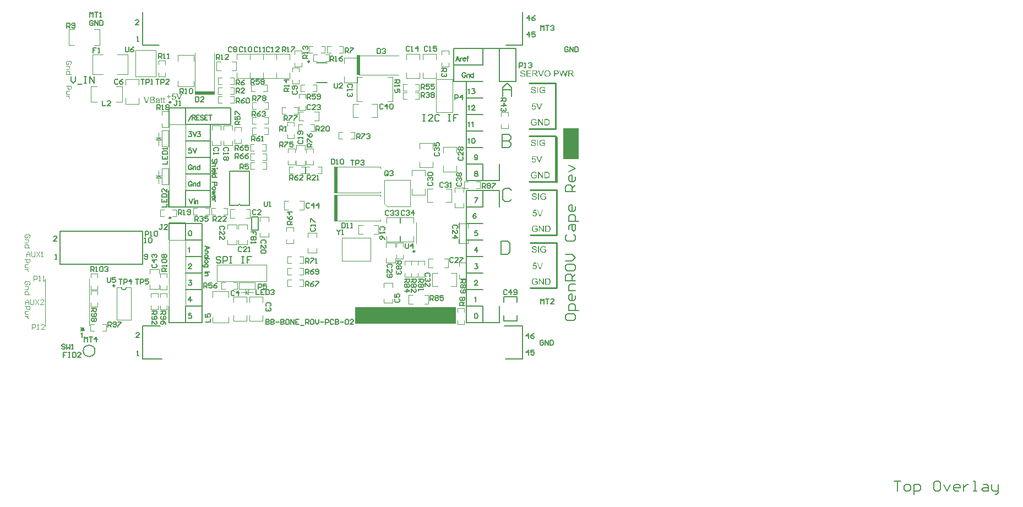
<source format=gto>
%FSAX24Y24*%
%MOIN*%
G70*
G01*
G75*
%ADD10C,0.0060*%
%ADD11C,0.0394*%
%ADD12R,0.0374X0.0394*%
%ADD13R,0.0394X0.0374*%
%ADD14R,0.0630X0.0500*%
%ADD15R,0.0500X0.0630*%
%ADD16R,0.0787X0.0787*%
%ADD17R,0.0850X0.1080*%
%ADD18R,0.0512X0.0728*%
%ADD19R,0.0276X0.0276*%
%ADD20R,0.0276X0.0276*%
%ADD21R,0.0236X0.0315*%
%ADD22R,0.0315X0.0236*%
%ADD23R,0.0728X0.0512*%
%ADD24R,0.0600X0.1000*%
%ADD25R,0.0591X0.1102*%
%ADD26R,0.0550X0.0450*%
%ADD27O,0.0669X0.0118*%
%ADD28R,0.0681X0.0748*%
%ADD29R,0.1654X0.1181*%
%ADD30O,0.0138X0.0669*%
%ADD31R,0.0500X0.1200*%
%ADD32R,0.0787X0.0787*%
%ADD33R,0.0220X0.0200*%
%ADD34R,0.0866X0.0236*%
%ADD35R,0.0866X0.0236*%
%ADD36R,0.0272X0.0390*%
%ADD37R,0.0965X0.0748*%
%ADD38R,0.0160X0.0250*%
%ADD39R,0.0197X0.0161*%
%ADD40R,0.0630X0.0118*%
%ADD41O,0.0630X0.0118*%
%ADD42C,0.0200*%
%ADD43C,0.0070*%
%ADD44C,0.0080*%
%ADD45C,0.0120*%
%ADD46C,0.0250*%
%ADD47C,0.0100*%
%ADD48C,0.0500*%
%ADD49C,0.0030*%
%ADD50C,0.0040*%
%ADD51C,0.0600*%
%ADD52C,0.1750*%
%ADD53R,0.0600X0.0600*%
%ADD54R,0.0600X0.0600*%
%ADD55C,0.0750*%
%ADD56R,0.0750X0.0750*%
%ADD57C,0.0800*%
%ADD58R,0.0800X0.0800*%
%ADD59C,0.0591*%
%ADD60R,0.0591X0.0591*%
%ADD61R,0.0550X0.0550*%
%ADD62C,0.0550*%
%ADD63R,0.0550X0.0550*%
%ADD64R,0.0591X0.0591*%
%ADD65C,0.0200*%
%ADD66C,0.0160*%
%ADD67C,0.0400*%
%ADD68C,0.0850*%
%ADD69C,0.0520*%
%ADD70C,0.0554*%
%ADD71C,0.0300*%
%ADD72R,0.1575X0.0630*%
%ADD73R,0.0200X0.0220*%
%ADD74R,0.0236X0.0591*%
%ADD75R,0.0591X0.0236*%
%ADD76R,0.1142X0.2126*%
%ADD77R,0.0701X0.1402*%
%ADD78R,0.0902X0.0673*%
%ADD79R,0.0134X0.0256*%
%ADD80R,0.0134X0.0315*%
%ADD81R,0.1260X0.0630*%
%ADD82R,0.1100X0.1500*%
%ADD83C,0.0050*%
%ADD84C,0.0098*%
%ADD85C,0.0079*%
%ADD86R,0.0200X0.1240*%
%ADD87R,0.0200X0.1640*%
%ADD88R,0.1240X0.0200*%
G36*
X053710Y033140D02*
X053714D01*
X053724Y033139D01*
X053736Y033137D01*
X053749Y033135D01*
X053762Y033131D01*
X053774Y033127D01*
X053775D01*
X053775Y033126D01*
X053777Y033126D01*
X053779Y033124D01*
X053785Y033121D01*
X053793Y033117D01*
X053801Y033111D01*
X053809Y033104D01*
X053817Y033096D01*
X053824Y033086D01*
X053825Y033085D01*
X053827Y033082D01*
X053830Y033076D01*
X053833Y033069D01*
X053837Y033060D01*
X053840Y033050D01*
X053843Y033038D01*
X053844Y033026D01*
X053795Y033023D01*
Y033023D01*
Y033024D01*
X053795Y033026D01*
X053794Y033028D01*
X053793Y033035D01*
X053790Y033043D01*
X053787Y033052D01*
X053782Y033061D01*
X053776Y033069D01*
X053768Y033077D01*
X053767Y033078D01*
X053764Y033080D01*
X053759Y033083D01*
X053752Y033086D01*
X053742Y033090D01*
X053731Y033093D01*
X053717Y033095D01*
X053702Y033096D01*
X053694D01*
X053690Y033095D01*
X053686D01*
X053676Y033093D01*
X053665Y033092D01*
X053654Y033089D01*
X053643Y033085D01*
X053638Y033082D01*
X053634Y033079D01*
X053634Y033078D01*
X053631Y033076D01*
X053628Y033072D01*
X053624Y033067D01*
X053620Y033061D01*
X053617Y033054D01*
X053615Y033047D01*
X053614Y033038D01*
Y033037D01*
Y033034D01*
X053614Y033030D01*
X053616Y033026D01*
X053617Y033020D01*
X053620Y033014D01*
X053624Y033009D01*
X053628Y033004D01*
X053629Y033003D01*
X053632Y033002D01*
X053634Y033000D01*
X053636Y032999D01*
X053639Y032997D01*
X053644Y032996D01*
X053648Y032993D01*
X053654Y032991D01*
X053659Y032989D01*
X053666Y032987D01*
X053675Y032984D01*
X053683Y032982D01*
X053693Y032979D01*
X053704Y032976D01*
X053705D01*
X053707Y032976D01*
X053710Y032975D01*
X053714Y032974D01*
X053720Y032973D01*
X053726Y032971D01*
X053738Y032968D01*
X053752Y032964D01*
X053766Y032960D01*
X053773Y032958D01*
X053779Y032956D01*
X053785Y032954D01*
X053790Y032952D01*
X053790D01*
X053792Y032951D01*
X053793Y032950D01*
X053795Y032949D01*
X053801Y032945D01*
X053809Y032941D01*
X053817Y032935D01*
X053825Y032928D01*
X053833Y032921D01*
X053839Y032913D01*
X053840Y032911D01*
X053841Y032909D01*
X053844Y032904D01*
X053847Y032897D01*
X053850Y032889D01*
X053853Y032880D01*
X053855Y032869D01*
X053855Y032858D01*
Y032858D01*
Y032857D01*
Y032855D01*
Y032853D01*
X053854Y032847D01*
X053853Y032840D01*
X053851Y032831D01*
X053848Y032821D01*
X053844Y032810D01*
X053838Y032800D01*
X053837Y032799D01*
X053834Y032796D01*
X053831Y032791D01*
X053825Y032785D01*
X053818Y032778D01*
X053809Y032771D01*
X053799Y032765D01*
X053787Y032758D01*
X053786D01*
X053785Y032758D01*
X053783Y032757D01*
X053781Y032756D01*
X053778Y032755D01*
X053775Y032754D01*
X053765Y032751D01*
X053755Y032748D01*
X053742Y032746D01*
X053728Y032744D01*
X053713Y032744D01*
X053704D01*
X053700Y032744D01*
X053695D01*
X053689Y032745D01*
X053683Y032745D01*
X053669Y032747D01*
X053655Y032750D01*
X053640Y032754D01*
X053626Y032758D01*
X053625D01*
X053624Y032759D01*
X053623Y032760D01*
X053620Y032761D01*
X053614Y032765D01*
X053606Y032770D01*
X053597Y032776D01*
X053588Y032784D01*
X053579Y032793D01*
X053570Y032804D01*
Y032804D01*
X053570Y032805D01*
X053569Y032807D01*
X053568Y032809D01*
X053566Y032812D01*
X053564Y032816D01*
X053561Y032824D01*
X053557Y032834D01*
X053554Y032847D01*
X053551Y032859D01*
X053550Y032873D01*
X053598Y032878D01*
Y032877D01*
Y032876D01*
X053599Y032873D01*
X053600Y032868D01*
X053601Y032861D01*
X053603Y032853D01*
X053606Y032845D01*
X053609Y032837D01*
X053613Y032830D01*
X053614Y032829D01*
X053616Y032827D01*
X053618Y032823D01*
X053623Y032819D01*
X053628Y032814D01*
X053635Y032809D01*
X053643Y032804D01*
X053652Y032800D01*
X053652D01*
X053653Y032799D01*
X053656Y032798D01*
X053662Y032796D01*
X053669Y032794D01*
X053678Y032792D01*
X053688Y032790D01*
X053699Y032789D01*
X053711Y032789D01*
X053716D01*
X053721Y032789D01*
X053728Y032790D01*
X053736Y032790D01*
X053744Y032792D01*
X053753Y032794D01*
X053762Y032797D01*
X053763Y032797D01*
X053765Y032799D01*
X053769Y032800D01*
X053774Y032803D01*
X053780Y032807D01*
X053785Y032811D01*
X053790Y032816D01*
X053795Y032821D01*
X053796Y032821D01*
X053797Y032824D01*
X053799Y032827D01*
X053801Y032831D01*
X053803Y032835D01*
X053804Y032841D01*
X053806Y032847D01*
X053806Y032854D01*
Y032854D01*
Y032856D01*
X053806Y032860D01*
X053805Y032864D01*
X053804Y032869D01*
X053802Y032875D01*
X053799Y032880D01*
X053796Y032885D01*
X053795Y032886D01*
X053794Y032887D01*
X053791Y032890D01*
X053788Y032893D01*
X053783Y032897D01*
X053777Y032900D01*
X053769Y032904D01*
X053761Y032908D01*
X053761Y032909D01*
X053758Y032909D01*
X053754Y032910D01*
X053751Y032911D01*
X053747Y032913D01*
X053742Y032914D01*
X053738Y032915D01*
X053732Y032917D01*
X053726Y032918D01*
X053719Y032920D01*
X053711Y032922D01*
X053702Y032924D01*
X053693Y032927D01*
X053692D01*
X053690Y032927D01*
X053687Y032928D01*
X053684Y032929D01*
X053680Y032930D01*
X053675Y032931D01*
X053664Y032934D01*
X053652Y032938D01*
X053639Y032942D01*
X053628Y032947D01*
X053623Y032948D01*
X053619Y032951D01*
X053618D01*
X053618Y032951D01*
X053614Y032954D01*
X053610Y032957D01*
X053604Y032961D01*
X053597Y032966D01*
X053590Y032972D01*
X053584Y032979D01*
X053578Y032986D01*
X053577Y032988D01*
X053576Y032990D01*
X053574Y032995D01*
X053572Y033000D01*
X053569Y033007D01*
X053567Y033016D01*
X053565Y033025D01*
X053565Y033034D01*
Y033035D01*
Y033035D01*
Y033037D01*
Y033040D01*
X053566Y033045D01*
X053567Y033052D01*
X053569Y033061D01*
X053572Y033069D01*
X053576Y033079D01*
X053581Y033089D01*
Y033089D01*
X053582Y033090D01*
X053584Y033093D01*
X053588Y033097D01*
X053593Y033103D01*
X053600Y033109D01*
X053608Y033116D01*
X053618Y033122D01*
X053629Y033127D01*
X053630D01*
X053630Y033128D01*
X053632Y033128D01*
X053635Y033130D01*
X053638Y033130D01*
X053641Y033131D01*
X053649Y033134D01*
X053660Y033137D01*
X053672Y033138D01*
X053685Y033140D01*
X053699Y033141D01*
X053706D01*
X053710Y033140D01*
D02*
G37*
G36*
X054525Y031184D02*
X054535Y031183D01*
X054547Y031182D01*
X054558Y031180D01*
X054567Y031178D01*
X054568D01*
X054569Y031178D01*
X054570D01*
X054573Y031177D01*
X054579Y031175D01*
X054587Y031172D01*
X054595Y031169D01*
X054605Y031164D01*
X054614Y031158D01*
X054623Y031151D01*
X054624D01*
X054625Y031150D01*
X054629Y031146D01*
X054634Y031140D01*
X054640Y031133D01*
X054648Y031124D01*
X054656Y031112D01*
X054663Y031100D01*
X054669Y031085D01*
Y031084D01*
X054670Y031083D01*
X054670Y031081D01*
X054671Y031078D01*
X054673Y031074D01*
X054674Y031070D01*
X054676Y031064D01*
X054677Y031059D01*
X054678Y031052D01*
X054680Y031045D01*
X054682Y031030D01*
X054684Y031013D01*
X054684Y030994D01*
Y030994D01*
Y030992D01*
Y030990D01*
Y030987D01*
X054684Y030983D01*
Y030978D01*
X054683Y030968D01*
X054682Y030956D01*
X054680Y030943D01*
X054677Y030929D01*
X054674Y030916D01*
Y030916D01*
X054673Y030915D01*
X054673Y030913D01*
X054672Y030911D01*
X054670Y030905D01*
X054667Y030897D01*
X054663Y030888D01*
X054659Y030878D01*
X054653Y030869D01*
X054647Y030860D01*
X054647Y030859D01*
X054645Y030857D01*
X054642Y030853D01*
X054637Y030847D01*
X054632Y030842D01*
X054626Y030836D01*
X054619Y030830D01*
X054612Y030825D01*
X054612Y030825D01*
X054609Y030823D01*
X054605Y030821D01*
X054599Y030818D01*
X054593Y030815D01*
X054585Y030812D01*
X054577Y030809D01*
X054567Y030806D01*
X054566D01*
X054562Y030805D01*
X054557Y030805D01*
X054549Y030804D01*
X054540Y030802D01*
X054530Y030801D01*
X054518Y030801D01*
X054505Y030800D01*
X054367D01*
Y031184D01*
X054515D01*
X054525Y031184D01*
D02*
G37*
G36*
X054282Y030800D02*
X054230D01*
X054028Y031102D01*
Y030800D01*
X053979D01*
Y031184D01*
X054031D01*
X054233Y030882D01*
Y031184D01*
X054282D01*
Y030800D01*
D02*
G37*
G36*
X054264Y033140D02*
X054268D01*
X054278Y033139D01*
X054289Y033137D01*
X054302Y033135D01*
X054315Y033131D01*
X054328Y033127D01*
X054329D01*
X054330Y033126D01*
X054332Y033126D01*
X054334Y033124D01*
X054340Y033121D01*
X054347Y033117D01*
X054356Y033112D01*
X054365Y033105D01*
X054374Y033098D01*
X054381Y033089D01*
X054382Y033088D01*
X054384Y033085D01*
X054388Y033080D01*
X054392Y033072D01*
X054397Y033064D01*
X054402Y033053D01*
X054406Y033041D01*
X054411Y033027D01*
X054364Y033014D01*
Y033014D01*
X054364Y033015D01*
X054363Y033019D01*
X054361Y033024D01*
X054358Y033031D01*
X054356Y033038D01*
X054352Y033045D01*
X054348Y033053D01*
X054343Y033060D01*
X054343Y033061D01*
X054341Y033063D01*
X054338Y033066D01*
X054334Y033070D01*
X054329Y033074D01*
X054322Y033079D01*
X054315Y033083D01*
X054306Y033087D01*
X054305Y033088D01*
X054302Y033089D01*
X054297Y033090D01*
X054291Y033092D01*
X054283Y033094D01*
X054274Y033096D01*
X054264Y033097D01*
X054254Y033097D01*
X054248D01*
X054241Y033097D01*
X054233Y033096D01*
X054224Y033095D01*
X054213Y033093D01*
X054203Y033090D01*
X054194Y033086D01*
X054192Y033086D01*
X054189Y033085D01*
X054185Y033082D01*
X054179Y033079D01*
X054172Y033075D01*
X054165Y033070D01*
X054159Y033065D01*
X054153Y033058D01*
X054152Y033058D01*
X054150Y033055D01*
X054147Y033052D01*
X054144Y033047D01*
X054140Y033041D01*
X054136Y033035D01*
X054132Y033028D01*
X054129Y033020D01*
Y033020D01*
X054128Y033019D01*
X054127Y033017D01*
X054126Y033014D01*
X054125Y033011D01*
X054124Y033007D01*
X054122Y032997D01*
X054119Y032986D01*
X054116Y032973D01*
X054115Y032958D01*
X054114Y032943D01*
Y032942D01*
Y032941D01*
Y032938D01*
X054115Y032934D01*
Y032930D01*
X054115Y032925D01*
X054116Y032919D01*
X054116Y032913D01*
X054118Y032899D01*
X054122Y032885D01*
X054126Y032871D01*
X054131Y032856D01*
Y032856D01*
X054132Y032855D01*
X054133Y032853D01*
X054135Y032851D01*
X054139Y032845D01*
X054144Y032837D01*
X054151Y032829D01*
X054160Y032820D01*
X054171Y032812D01*
X054182Y032805D01*
X054183D01*
X054184Y032804D01*
X054186Y032803D01*
X054188Y032803D01*
X054191Y032801D01*
X054195Y032800D01*
X054204Y032797D01*
X054215Y032794D01*
X054227Y032791D01*
X054240Y032789D01*
X054254Y032789D01*
X054260D01*
X054267Y032789D01*
X054275Y032790D01*
X054284Y032792D01*
X054295Y032794D01*
X054307Y032797D01*
X054319Y032801D01*
X054319D01*
X054320Y032801D01*
X054322Y032802D01*
X054324Y032803D01*
X054330Y032806D01*
X054337Y032809D01*
X054344Y032813D01*
X054352Y032818D01*
X054360Y032823D01*
X054367Y032828D01*
Y032901D01*
X054254D01*
Y032946D01*
X054416D01*
Y032803D01*
X054416Y032803D01*
X054415Y032802D01*
X054413Y032800D01*
X054410Y032799D01*
X054406Y032796D01*
X054402Y032793D01*
X054392Y032786D01*
X054381Y032779D01*
X054368Y032772D01*
X054353Y032765D01*
X054339Y032758D01*
X054338D01*
X054337Y032758D01*
X054334Y032757D01*
X054332Y032756D01*
X054328Y032755D01*
X054324Y032754D01*
X054319Y032752D01*
X054313Y032751D01*
X054301Y032748D01*
X054288Y032746D01*
X054272Y032744D01*
X054257Y032744D01*
X054252D01*
X054248Y032744D01*
X054243D01*
X054237Y032745D01*
X054230Y032745D01*
X054223Y032746D01*
X054207Y032749D01*
X054190Y032754D01*
X054172Y032759D01*
X054154Y032768D01*
X054154Y032768D01*
X054153Y032769D01*
X054150Y032770D01*
X054147Y032772D01*
X054143Y032775D01*
X054139Y032777D01*
X054129Y032785D01*
X054117Y032795D01*
X054106Y032807D01*
X054095Y032821D01*
X054085Y032837D01*
Y032838D01*
X054084Y032840D01*
X054082Y032842D01*
X054081Y032845D01*
X054079Y032849D01*
X054077Y032855D01*
X054075Y032861D01*
X054073Y032868D01*
X054071Y032875D01*
X054069Y032883D01*
X054065Y032900D01*
X054062Y032920D01*
X054061Y032940D01*
Y032941D01*
Y032942D01*
Y032945D01*
X054062Y032949D01*
Y032955D01*
X054062Y032961D01*
X054063Y032967D01*
X054064Y032974D01*
X054067Y032990D01*
X054071Y033008D01*
X054077Y033027D01*
X054085Y033045D01*
Y033045D01*
X054086Y033047D01*
X054087Y033050D01*
X054089Y033053D01*
X054092Y033057D01*
X054095Y033061D01*
X054102Y033072D01*
X054112Y033084D01*
X054123Y033096D01*
X054137Y033107D01*
X054144Y033112D01*
X054152Y033117D01*
X054153D01*
X054154Y033118D01*
X054157Y033119D01*
X054160Y033120D01*
X054164Y033123D01*
X054169Y033124D01*
X054175Y033127D01*
X054181Y033129D01*
X054188Y033131D01*
X054196Y033133D01*
X054213Y033137D01*
X054232Y033140D01*
X054253Y033141D01*
X054260D01*
X054264Y033140D01*
D02*
G37*
G36*
X053886Y028833D02*
X053733D01*
X053712Y028730D01*
X053713Y028730D01*
X053714Y028731D01*
X053716Y028732D01*
X053718Y028734D01*
X053721Y028736D01*
X053725Y028738D01*
X053734Y028742D01*
X053745Y028747D01*
X053757Y028750D01*
X053771Y028753D01*
X053785Y028754D01*
X053789D01*
X053793Y028754D01*
X053797Y028753D01*
X053802Y028753D01*
X053808Y028752D01*
X053814Y028750D01*
X053827Y028746D01*
X053834Y028743D01*
X053841Y028740D01*
X053849Y028736D01*
X053856Y028731D01*
X053863Y028726D01*
X053869Y028719D01*
X053870Y028719D01*
X053871Y028718D01*
X053873Y028716D01*
X053875Y028713D01*
X053878Y028709D01*
X053880Y028705D01*
X053883Y028701D01*
X053887Y028695D01*
X053890Y028689D01*
X053893Y028683D01*
X053896Y028675D01*
X053899Y028667D01*
X053901Y028659D01*
X053903Y028650D01*
X053904Y028640D01*
X053904Y028630D01*
Y028629D01*
Y028628D01*
Y028625D01*
X053904Y028621D01*
X053903Y028616D01*
X053903Y028611D01*
X053902Y028605D01*
X053901Y028599D01*
X053897Y028585D01*
X053892Y028570D01*
X053888Y028562D01*
X053884Y028554D01*
X053879Y028547D01*
X053874Y028540D01*
X053873Y028539D01*
X053872Y028538D01*
X053870Y028536D01*
X053867Y028533D01*
X053864Y028529D01*
X053859Y028525D01*
X053854Y028521D01*
X053847Y028517D01*
X053841Y028512D01*
X053833Y028508D01*
X053824Y028504D01*
X053816Y028501D01*
X053806Y028498D01*
X053796Y028495D01*
X053785Y028494D01*
X053773Y028494D01*
X053768D01*
X053764Y028494D01*
X053760Y028495D01*
X053755Y028495D01*
X053749Y028496D01*
X053742Y028497D01*
X053729Y028501D01*
X053715Y028506D01*
X053708Y028509D01*
X053701Y028513D01*
X053694Y028518D01*
X053687Y028523D01*
X053687Y028523D01*
X053686Y028524D01*
X053685Y028526D01*
X053682Y028528D01*
X053680Y028531D01*
X053677Y028535D01*
X053674Y028539D01*
X053670Y028543D01*
X053664Y028554D01*
X053658Y028568D01*
X053653Y028583D01*
X053651Y028592D01*
X053650Y028601D01*
X053700Y028604D01*
Y028604D01*
Y028602D01*
X053700Y028601D01*
X053701Y028598D01*
X053703Y028592D01*
X053705Y028584D01*
X053708Y028575D01*
X053713Y028566D01*
X053718Y028557D01*
X053725Y028550D01*
X053726Y028549D01*
X053728Y028547D01*
X053732Y028544D01*
X053738Y028541D01*
X053745Y028538D01*
X053754Y028535D01*
X053763Y028533D01*
X053773Y028532D01*
X053776D01*
X053779Y028533D01*
X053785Y028533D01*
X053793Y028535D01*
X053802Y028539D01*
X053812Y028543D01*
X053821Y028549D01*
X053826Y028553D01*
X053831Y028557D01*
Y028558D01*
X053832Y028558D01*
X053834Y028562D01*
X053838Y028568D01*
X053842Y028575D01*
X053847Y028585D01*
X053851Y028597D01*
X053853Y028611D01*
X053854Y028626D01*
Y028626D01*
Y028628D01*
Y028630D01*
X053854Y028632D01*
Y028636D01*
X053853Y028640D01*
X053851Y028649D01*
X053849Y028659D01*
X053845Y028670D01*
X053839Y028680D01*
X053831Y028690D01*
X053830Y028691D01*
X053827Y028693D01*
X053823Y028697D01*
X053816Y028701D01*
X053807Y028705D01*
X053797Y028709D01*
X053785Y028712D01*
X053772Y028713D01*
X053768D01*
X053764Y028712D01*
X053758Y028712D01*
X053752Y028710D01*
X053745Y028708D01*
X053738Y028705D01*
X053731Y028702D01*
X053730Y028701D01*
X053728Y028700D01*
X053724Y028698D01*
X053720Y028695D01*
X053716Y028691D01*
X053711Y028686D01*
X053707Y028681D01*
X053703Y028675D01*
X053658Y028681D01*
X053696Y028878D01*
X053886D01*
Y028833D01*
D02*
G37*
G36*
X054129Y028500D02*
X054077D01*
X053928Y028884D01*
X053983D01*
X054083Y028605D01*
Y028605D01*
X054083Y028604D01*
X054084Y028602D01*
X054085Y028599D01*
X054087Y028593D01*
X054090Y028585D01*
X054093Y028575D01*
X054097Y028564D01*
X054103Y028542D01*
Y028543D01*
X054104Y028543D01*
X054105Y028545D01*
X054105Y028547D01*
X054107Y028554D01*
X054109Y028562D01*
X054112Y028571D01*
X054116Y028582D01*
X054120Y028594D01*
X054124Y028605D01*
X054228Y028884D01*
X054279D01*
X054129Y028500D01*
D02*
G37*
G36*
X053985Y032750D02*
X053934D01*
Y033134D01*
X053985D01*
Y032750D01*
D02*
G37*
G36*
X031352Y035628D02*
X031399D01*
Y035592D01*
X031352D01*
Y035428D01*
Y035428D01*
Y035425D01*
Y035422D01*
X031352Y035418D01*
X031353Y035409D01*
X031354Y035406D01*
X031354Y035403D01*
X031355Y035401D01*
X031356Y035399D01*
X031358Y035396D01*
X031362Y035393D01*
X031363Y035393D01*
X031366Y035392D01*
X031371Y035391D01*
X031378Y035390D01*
X031384D01*
X031387Y035391D01*
X031391D01*
X031399Y035392D01*
X031406Y035351D01*
X031405D01*
X031402Y035350D01*
X031399Y035349D01*
X031393Y035349D01*
X031388Y035348D01*
X031382Y035347D01*
X031370Y035346D01*
X031366D01*
X031361Y035347D01*
X031355Y035348D01*
X031349Y035348D01*
X031342Y035350D01*
X031336Y035352D01*
X031330Y035354D01*
X031329Y035355D01*
X031327Y035356D01*
X031325Y035358D01*
X031322Y035360D01*
X031319Y035363D01*
X031316Y035366D01*
X031312Y035370D01*
X031310Y035375D01*
Y035376D01*
X031309Y035378D01*
X031308Y035382D01*
X031307Y035387D01*
X031306Y035395D01*
X031306Y035399D01*
X031305Y035404D01*
Y035410D01*
X031305Y035417D01*
Y035424D01*
Y035431D01*
Y035592D01*
X031269D01*
Y035628D01*
X031305D01*
Y035697D01*
X031352Y035726D01*
Y035628D01*
D02*
G37*
G36*
X030650Y035734D02*
X030654D01*
X030664Y035733D01*
X030675Y035731D01*
X030687Y035730D01*
X030698Y035727D01*
X030709Y035723D01*
X030710D01*
X030710Y035722D01*
X030714Y035720D01*
X030718Y035717D01*
X030724Y035714D01*
X030731Y035709D01*
X030738Y035702D01*
X030745Y035695D01*
X030751Y035686D01*
X030752Y035685D01*
X030753Y035682D01*
X030756Y035677D01*
X030759Y035671D01*
X030762Y035663D01*
X030764Y035655D01*
X030766Y035645D01*
X030766Y035635D01*
Y035634D01*
Y035631D01*
X030766Y035627D01*
X030765Y035620D01*
X030763Y035613D01*
X030760Y035606D01*
X030758Y035597D01*
X030753Y035589D01*
X030752Y035588D01*
X030751Y035585D01*
X030747Y035581D01*
X030743Y035576D01*
X030737Y035571D01*
X030730Y035565D01*
X030722Y035559D01*
X030712Y035554D01*
X030712D01*
X030714Y035554D01*
X030715Y035553D01*
X030718Y035552D01*
X030724Y035549D01*
X030732Y035546D01*
X030741Y035541D01*
X030749Y035535D01*
X030758Y035528D01*
X030766Y035519D01*
X030766Y035518D01*
X030769Y035515D01*
X030772Y035510D01*
X030776Y035503D01*
X030779Y035494D01*
X030782Y035485D01*
X030784Y035473D01*
X030785Y035461D01*
Y035460D01*
Y035456D01*
X030784Y035451D01*
X030784Y035445D01*
X030782Y035437D01*
X030780Y035428D01*
X030777Y035420D01*
X030773Y035411D01*
X030773Y035410D01*
X030772Y035407D01*
X030769Y035403D01*
X030766Y035397D01*
X030762Y035392D01*
X030757Y035386D01*
X030751Y035380D01*
X030745Y035375D01*
X030745Y035374D01*
X030742Y035373D01*
X030739Y035370D01*
X030734Y035368D01*
X030728Y035365D01*
X030720Y035362D01*
X030712Y035359D01*
X030703Y035356D01*
X030702D01*
X030698Y035355D01*
X030693Y035354D01*
X030686Y035353D01*
X030677Y035352D01*
X030666Y035351D01*
X030655Y035350D01*
X030495D01*
Y035734D01*
X030646D01*
X030650Y035734D01*
D02*
G37*
G36*
X030979Y035634D02*
X030987Y035634D01*
X030996Y035633D01*
X031006Y035631D01*
X031016Y035629D01*
X031024Y035626D01*
X031025Y035626D01*
X031028Y035625D01*
X031032Y035623D01*
X031037Y035620D01*
X031042Y035617D01*
X031048Y035614D01*
X031052Y035610D01*
X031057Y035605D01*
X031058Y035604D01*
X031059Y035603D01*
X031061Y035600D01*
X031063Y035596D01*
X031065Y035592D01*
X031068Y035586D01*
X031070Y035580D01*
X031072Y035573D01*
Y035572D01*
X031072Y035571D01*
X031073Y035568D01*
X031073Y035563D01*
Y035557D01*
X031074Y035549D01*
X031075Y035541D01*
Y035530D01*
Y035466D01*
Y035466D01*
Y035463D01*
Y035460D01*
Y035456D01*
Y035451D01*
Y035445D01*
X031075Y035431D01*
Y035417D01*
X031076Y035403D01*
X031076Y035397D01*
Y035392D01*
X031077Y035387D01*
X031078Y035383D01*
Y035382D01*
X031078Y035380D01*
X031079Y035376D01*
X031080Y035372D01*
X031082Y035368D01*
X031084Y035362D01*
X031089Y035350D01*
X031040D01*
X031040Y035351D01*
X031039Y035352D01*
X031038Y035356D01*
X031036Y035360D01*
X031034Y035365D01*
X031033Y035371D01*
X031032Y035377D01*
X031031Y035385D01*
X031030Y035384D01*
X031026Y035382D01*
X031021Y035377D01*
X031014Y035373D01*
X031007Y035367D01*
X030998Y035362D01*
X030989Y035357D01*
X030980Y035353D01*
X030979Y035352D01*
X030976Y035352D01*
X030971Y035350D01*
X030965Y035348D01*
X030956Y035346D01*
X030948Y035345D01*
X030938Y035344D01*
X030928Y035344D01*
X030924D01*
X030920Y035344D01*
X030917D01*
X030912Y035345D01*
X030902Y035346D01*
X030890Y035349D01*
X030879Y035353D01*
X030868Y035358D01*
X030858Y035366D01*
X030856Y035367D01*
X030853Y035370D01*
X030850Y035375D01*
X030845Y035382D01*
X030841Y035390D01*
X030837Y035399D01*
X030834Y035411D01*
X030833Y035423D01*
Y035424D01*
Y035427D01*
X030834Y035431D01*
X030834Y035435D01*
X030835Y035441D01*
X030837Y035448D01*
X030839Y035454D01*
X030842Y035461D01*
X030842Y035461D01*
X030844Y035463D01*
X030845Y035466D01*
X030848Y035471D01*
X030852Y035475D01*
X030856Y035479D01*
X030861Y035483D01*
X030866Y035487D01*
X030867Y035488D01*
X030869Y035489D01*
X030872Y035491D01*
X030876Y035493D01*
X030882Y035496D01*
X030887Y035499D01*
X030893Y035501D01*
X030900Y035503D01*
X030901D01*
X030903Y035504D01*
X030906Y035504D01*
X030911Y035506D01*
X030917Y035507D01*
X030924Y035508D01*
X030932Y035509D01*
X030942Y035510D01*
X030943D01*
X030945Y035511D01*
X030948D01*
X030952Y035511D01*
X030956Y035512D01*
X030962Y035513D01*
X030975Y035515D01*
X030988Y035517D01*
X031002Y035520D01*
X031016Y035523D01*
X031021Y035525D01*
X031027Y035527D01*
Y035527D01*
Y035528D01*
X031027Y035532D01*
Y035536D01*
Y035538D01*
Y035539D01*
Y035540D01*
Y035540D01*
Y035544D01*
X031027Y035549D01*
X031025Y035555D01*
X031024Y035561D01*
X031021Y035568D01*
X031018Y035574D01*
X031014Y035579D01*
X031013Y035580D01*
X031010Y035582D01*
X031006Y035585D01*
X031000Y035588D01*
X030993Y035590D01*
X030983Y035593D01*
X030972Y035595D01*
X030960Y035596D01*
X030955D01*
X030949Y035595D01*
X030941Y035595D01*
X030933Y035593D01*
X030925Y035591D01*
X030917Y035588D01*
X030911Y035584D01*
X030910Y035583D01*
X030908Y035582D01*
X030906Y035579D01*
X030902Y035575D01*
X030898Y035569D01*
X030894Y035562D01*
X030890Y035553D01*
X030887Y035543D01*
X030841Y035549D01*
Y035550D01*
X030842Y035551D01*
X030842Y035554D01*
X030844Y035559D01*
X030846Y035566D01*
X030849Y035574D01*
X030852Y035582D01*
X030856Y035590D01*
X030862Y035597D01*
X030862Y035597D01*
X030865Y035600D01*
X030868Y035603D01*
X030872Y035607D01*
X030878Y035611D01*
X030886Y035616D01*
X030894Y035621D01*
X030903Y035625D01*
X030904D01*
X030904Y035626D01*
X030906Y035626D01*
X030908Y035627D01*
X030914Y035628D01*
X030921Y035630D01*
X030931Y035632D01*
X030941Y035633D01*
X030954Y035634D01*
X030966Y035635D01*
X030972D01*
X030979Y035634D01*
D02*
G37*
G36*
X031203Y035628D02*
X031250D01*
Y035592D01*
X031203D01*
Y035428D01*
Y035428D01*
Y035425D01*
Y035422D01*
X031203Y035418D01*
X031204Y035409D01*
X031204Y035406D01*
X031205Y035403D01*
X031206Y035401D01*
X031207Y035399D01*
X031209Y035396D01*
X031213Y035393D01*
X031214Y035393D01*
X031217Y035392D01*
X031222Y035391D01*
X031229Y035390D01*
X031235D01*
X031238Y035391D01*
X031241D01*
X031250Y035392D01*
X031257Y035351D01*
X031255D01*
X031253Y035350D01*
X031250Y035349D01*
X031244Y035349D01*
X031239Y035348D01*
X031233Y035347D01*
X031221Y035346D01*
X031217D01*
X031212Y035347D01*
X031206Y035348D01*
X031200Y035348D01*
X031193Y035350D01*
X031186Y035352D01*
X031181Y035354D01*
X031180Y035355D01*
X031178Y035356D01*
X031176Y035358D01*
X031173Y035360D01*
X031169Y035363D01*
X031166Y035366D01*
X031163Y035370D01*
X031161Y035375D01*
Y035376D01*
X031160Y035378D01*
X031159Y035382D01*
X031158Y035387D01*
X031157Y035395D01*
X031157Y035399D01*
X031156Y035404D01*
Y035410D01*
X031155Y035417D01*
Y035424D01*
Y035431D01*
Y035592D01*
X031120D01*
Y035628D01*
X031155D01*
Y035697D01*
X031203Y035726D01*
Y035628D01*
D02*
G37*
G36*
X053752Y031190D02*
X053757D01*
X053767Y031189D01*
X053778Y031187D01*
X053791Y031185D01*
X053804Y031181D01*
X053817Y031177D01*
X053817D01*
X053819Y031176D01*
X053820Y031176D01*
X053823Y031174D01*
X053828Y031171D01*
X053836Y031167D01*
X053845Y031162D01*
X053854Y031155D01*
X053862Y031148D01*
X053870Y031139D01*
X053871Y031138D01*
X053873Y031135D01*
X053876Y031130D01*
X053881Y031122D01*
X053886Y031114D01*
X053890Y031103D01*
X053895Y031091D01*
X053899Y031077D01*
X053853Y031064D01*
Y031064D01*
X053852Y031065D01*
X053852Y031069D01*
X053850Y031074D01*
X053847Y031081D01*
X053844Y031088D01*
X053841Y031095D01*
X053837Y031103D01*
X053832Y031110D01*
X053831Y031111D01*
X053830Y031113D01*
X053827Y031116D01*
X053823Y031120D01*
X053817Y031124D01*
X053811Y031129D01*
X053804Y031133D01*
X053795Y031137D01*
X053794Y031138D01*
X053791Y031139D01*
X053786Y031140D01*
X053779Y031142D01*
X053772Y031144D01*
X053763Y031146D01*
X053753Y031147D01*
X053742Y031147D01*
X053737D01*
X053730Y031147D01*
X053722Y031146D01*
X053713Y031145D01*
X053702Y031143D01*
X053692Y031140D01*
X053682Y031136D01*
X053681Y031136D01*
X053678Y031135D01*
X053673Y031132D01*
X053668Y031129D01*
X053661Y031125D01*
X053654Y031120D01*
X053648Y031115D01*
X053641Y031108D01*
X053641Y031108D01*
X053639Y031105D01*
X053636Y031102D01*
X053632Y031097D01*
X053628Y031091D01*
X053624Y031085D01*
X053621Y031078D01*
X053617Y031070D01*
Y031070D01*
X053617Y031069D01*
X053616Y031067D01*
X053615Y031064D01*
X053614Y031061D01*
X053613Y031057D01*
X053610Y031047D01*
X053607Y031036D01*
X053605Y031023D01*
X053603Y031008D01*
X053603Y030993D01*
Y030992D01*
Y030991D01*
Y030988D01*
X053603Y030984D01*
Y030980D01*
X053604Y030975D01*
X053604Y030969D01*
X053605Y030963D01*
X053607Y030949D01*
X053610Y030935D01*
X053614Y030921D01*
X053620Y030906D01*
Y030906D01*
X053621Y030905D01*
X053622Y030903D01*
X053624Y030901D01*
X053628Y030895D01*
X053633Y030887D01*
X053640Y030879D01*
X053649Y030870D01*
X053659Y030862D01*
X053671Y030855D01*
X053672D01*
X053673Y030854D01*
X053675Y030853D01*
X053677Y030853D01*
X053680Y030851D01*
X053684Y030850D01*
X053693Y030847D01*
X053704Y030844D01*
X053716Y030841D01*
X053729Y030839D01*
X053743Y030839D01*
X053749D01*
X053755Y030839D01*
X053764Y030840D01*
X053773Y030842D01*
X053784Y030844D01*
X053796Y030847D01*
X053807Y030851D01*
X053808D01*
X053809Y030851D01*
X053810Y030852D01*
X053813Y030853D01*
X053819Y030856D01*
X053826Y030859D01*
X053833Y030863D01*
X053841Y030868D01*
X053848Y030873D01*
X053855Y030878D01*
Y030951D01*
X053742D01*
Y030996D01*
X053905D01*
Y030853D01*
X053905Y030853D01*
X053903Y030852D01*
X053902Y030850D01*
X053899Y030849D01*
X053895Y030846D01*
X053891Y030843D01*
X053881Y030836D01*
X053869Y030829D01*
X053857Y030822D01*
X053842Y030815D01*
X053827Y030808D01*
X053827D01*
X053826Y030808D01*
X053823Y030807D01*
X053820Y030806D01*
X053817Y030805D01*
X053813Y030804D01*
X053807Y030802D01*
X053802Y030801D01*
X053790Y030798D01*
X053776Y030796D01*
X053761Y030794D01*
X053746Y030794D01*
X053741D01*
X053737Y030794D01*
X053731D01*
X053726Y030795D01*
X053719Y030795D01*
X053712Y030796D01*
X053696Y030799D01*
X053679Y030804D01*
X053661Y030809D01*
X053643Y030818D01*
X053642Y030818D01*
X053641Y030819D01*
X053638Y030820D01*
X053635Y030822D01*
X053631Y030825D01*
X053627Y030827D01*
X053617Y030835D01*
X053606Y030845D01*
X053594Y030857D01*
X053583Y030871D01*
X053573Y030887D01*
Y030888D01*
X053572Y030889D01*
X053571Y030892D01*
X053570Y030895D01*
X053568Y030899D01*
X053566Y030905D01*
X053564Y030911D01*
X053562Y030918D01*
X053559Y030925D01*
X053558Y030933D01*
X053554Y030950D01*
X053551Y030970D01*
X053550Y030990D01*
Y030991D01*
Y030992D01*
Y030995D01*
X053551Y030999D01*
Y031005D01*
X053551Y031011D01*
X053552Y031017D01*
X053553Y031024D01*
X053556Y031040D01*
X053560Y031058D01*
X053566Y031077D01*
X053573Y031095D01*
Y031095D01*
X053575Y031097D01*
X053576Y031100D01*
X053577Y031103D01*
X053580Y031107D01*
X053583Y031111D01*
X053590Y031122D01*
X053600Y031134D01*
X053611Y031146D01*
X053625Y031157D01*
X053632Y031162D01*
X053641Y031167D01*
X053641D01*
X053642Y031168D01*
X053645Y031169D01*
X053648Y031170D01*
X053652Y031173D01*
X053658Y031174D01*
X053663Y031177D01*
X053670Y031179D01*
X053677Y031181D01*
X053685Y031183D01*
X053702Y031187D01*
X053721Y031190D01*
X053742Y031191D01*
X053749D01*
X053752Y031190D01*
D02*
G37*
G36*
X053836Y032083D02*
X053683D01*
X053662Y031980D01*
X053663Y031980D01*
X053664Y031981D01*
X053666Y031982D01*
X053668Y031984D01*
X053671Y031986D01*
X053675Y031988D01*
X053684Y031992D01*
X053695Y031997D01*
X053707Y032000D01*
X053721Y032003D01*
X053735Y032004D01*
X053739D01*
X053743Y032004D01*
X053747Y032003D01*
X053752Y032003D01*
X053758Y032002D01*
X053764Y032000D01*
X053777Y031996D01*
X053784Y031993D01*
X053791Y031990D01*
X053799Y031986D01*
X053806Y031981D01*
X053813Y031976D01*
X053819Y031969D01*
X053820Y031969D01*
X053821Y031968D01*
X053823Y031966D01*
X053825Y031963D01*
X053828Y031959D01*
X053830Y031955D01*
X053833Y031951D01*
X053837Y031945D01*
X053840Y031939D01*
X053843Y031933D01*
X053846Y031925D01*
X053849Y031917D01*
X053851Y031909D01*
X053853Y031900D01*
X053854Y031890D01*
X053854Y031880D01*
Y031879D01*
Y031878D01*
Y031875D01*
X053854Y031871D01*
X053853Y031866D01*
X053853Y031861D01*
X053852Y031855D01*
X053851Y031849D01*
X053847Y031835D01*
X053842Y031820D01*
X053838Y031812D01*
X053834Y031804D01*
X053829Y031797D01*
X053824Y031790D01*
X053823Y031789D01*
X053822Y031788D01*
X053820Y031786D01*
X053817Y031783D01*
X053814Y031779D01*
X053809Y031775D01*
X053804Y031771D01*
X053797Y031767D01*
X053791Y031762D01*
X053783Y031758D01*
X053774Y031754D01*
X053766Y031751D01*
X053756Y031748D01*
X053746Y031745D01*
X053735Y031744D01*
X053723Y031744D01*
X053718D01*
X053714Y031744D01*
X053710Y031745D01*
X053705Y031745D01*
X053699Y031746D01*
X053692Y031747D01*
X053679Y031751D01*
X053665Y031756D01*
X053658Y031759D01*
X053651Y031763D01*
X053644Y031768D01*
X053637Y031773D01*
X053637Y031773D01*
X053636Y031774D01*
X053635Y031776D01*
X053632Y031778D01*
X053630Y031781D01*
X053627Y031785D01*
X053624Y031789D01*
X053620Y031793D01*
X053614Y031804D01*
X053608Y031818D01*
X053603Y031833D01*
X053601Y031842D01*
X053600Y031851D01*
X053650Y031854D01*
Y031854D01*
Y031852D01*
X053650Y031851D01*
X053651Y031848D01*
X053653Y031842D01*
X053655Y031834D01*
X053658Y031825D01*
X053663Y031816D01*
X053668Y031807D01*
X053675Y031800D01*
X053676Y031799D01*
X053678Y031797D01*
X053682Y031794D01*
X053688Y031791D01*
X053695Y031788D01*
X053704Y031785D01*
X053713Y031783D01*
X053723Y031782D01*
X053726D01*
X053729Y031783D01*
X053735Y031783D01*
X053743Y031785D01*
X053752Y031789D01*
X053762Y031793D01*
X053771Y031799D01*
X053776Y031803D01*
X053781Y031807D01*
Y031808D01*
X053782Y031809D01*
X053784Y031812D01*
X053788Y031818D01*
X053792Y031825D01*
X053797Y031835D01*
X053801Y031847D01*
X053803Y031861D01*
X053804Y031876D01*
Y031876D01*
Y031878D01*
Y031880D01*
X053804Y031882D01*
Y031886D01*
X053803Y031890D01*
X053801Y031899D01*
X053799Y031909D01*
X053795Y031920D01*
X053789Y031930D01*
X053781Y031940D01*
X053780Y031941D01*
X053777Y031943D01*
X053773Y031947D01*
X053766Y031951D01*
X053757Y031955D01*
X053747Y031959D01*
X053735Y031962D01*
X053722Y031963D01*
X053718D01*
X053714Y031962D01*
X053708Y031962D01*
X053702Y031960D01*
X053695Y031958D01*
X053688Y031955D01*
X053681Y031952D01*
X053680Y031951D01*
X053678Y031950D01*
X053674Y031948D01*
X053670Y031945D01*
X053666Y031941D01*
X053661Y031936D01*
X053657Y031931D01*
X053653Y031925D01*
X053608Y031931D01*
X053646Y032128D01*
X053836D01*
Y032083D01*
D02*
G37*
G36*
X054079Y031750D02*
X054027D01*
X053878Y032134D01*
X053933D01*
X054033Y031855D01*
Y031855D01*
X054033Y031854D01*
X054034Y031852D01*
X054035Y031849D01*
X054037Y031843D01*
X054040Y031835D01*
X054043Y031825D01*
X054047Y031814D01*
X054053Y031792D01*
Y031793D01*
X054054Y031793D01*
X054055Y031795D01*
X054055Y031797D01*
X054057Y031804D01*
X054059Y031812D01*
X054062Y031821D01*
X054066Y031832D01*
X054070Y031844D01*
X054074Y031855D01*
X054178Y032134D01*
X054229D01*
X054079Y031750D01*
D02*
G37*
G36*
X054332Y024350D02*
X054280D01*
X054078Y024652D01*
Y024350D01*
X054029D01*
Y024734D01*
X054081D01*
X054283Y024432D01*
Y024734D01*
X054332D01*
Y024350D01*
D02*
G37*
G36*
X053802Y024740D02*
X053807D01*
X053817Y024739D01*
X053828Y024737D01*
X053841Y024735D01*
X053854Y024731D01*
X053867Y024727D01*
X053867D01*
X053869Y024726D01*
X053870Y024726D01*
X053873Y024724D01*
X053878Y024721D01*
X053886Y024717D01*
X053895Y024712D01*
X053904Y024705D01*
X053912Y024698D01*
X053920Y024689D01*
X053921Y024688D01*
X053923Y024685D01*
X053926Y024680D01*
X053931Y024672D01*
X053936Y024664D01*
X053940Y024653D01*
X053945Y024641D01*
X053949Y024627D01*
X053903Y024614D01*
Y024614D01*
X053902Y024615D01*
X053902Y024619D01*
X053900Y024624D01*
X053897Y024631D01*
X053894Y024638D01*
X053891Y024645D01*
X053887Y024653D01*
X053882Y024660D01*
X053881Y024661D01*
X053880Y024663D01*
X053877Y024666D01*
X053873Y024670D01*
X053867Y024674D01*
X053861Y024679D01*
X053854Y024683D01*
X053845Y024687D01*
X053844Y024688D01*
X053841Y024689D01*
X053836Y024690D01*
X053829Y024692D01*
X053822Y024694D01*
X053813Y024696D01*
X053803Y024697D01*
X053792Y024697D01*
X053787D01*
X053780Y024697D01*
X053772Y024696D01*
X053763Y024695D01*
X053752Y024693D01*
X053742Y024690D01*
X053732Y024686D01*
X053731Y024686D01*
X053728Y024685D01*
X053723Y024682D01*
X053718Y024679D01*
X053711Y024675D01*
X053704Y024670D01*
X053698Y024665D01*
X053691Y024658D01*
X053691Y024658D01*
X053689Y024655D01*
X053686Y024652D01*
X053682Y024647D01*
X053678Y024641D01*
X053674Y024635D01*
X053671Y024628D01*
X053667Y024620D01*
Y024620D01*
X053667Y024619D01*
X053666Y024617D01*
X053665Y024614D01*
X053664Y024611D01*
X053663Y024607D01*
X053660Y024597D01*
X053657Y024586D01*
X053655Y024573D01*
X053653Y024558D01*
X053653Y024543D01*
Y024542D01*
Y024541D01*
Y024538D01*
X053653Y024534D01*
Y024530D01*
X053654Y024525D01*
X053654Y024519D01*
X053655Y024513D01*
X053657Y024499D01*
X053660Y024485D01*
X053664Y024471D01*
X053670Y024456D01*
Y024456D01*
X053671Y024455D01*
X053672Y024453D01*
X053674Y024451D01*
X053678Y024445D01*
X053683Y024437D01*
X053690Y024429D01*
X053699Y024420D01*
X053709Y024412D01*
X053721Y024405D01*
X053722D01*
X053723Y024404D01*
X053725Y024403D01*
X053727Y024403D01*
X053730Y024401D01*
X053734Y024400D01*
X053743Y024397D01*
X053754Y024394D01*
X053766Y024391D01*
X053779Y024389D01*
X053793Y024389D01*
X053799D01*
X053805Y024389D01*
X053814Y024390D01*
X053823Y024392D01*
X053834Y024394D01*
X053846Y024397D01*
X053857Y024401D01*
X053858D01*
X053859Y024401D01*
X053860Y024402D01*
X053863Y024403D01*
X053869Y024406D01*
X053876Y024409D01*
X053883Y024413D01*
X053891Y024418D01*
X053898Y024423D01*
X053905Y024428D01*
Y024501D01*
X053792D01*
Y024546D01*
X053955D01*
Y024403D01*
X053955Y024403D01*
X053953Y024402D01*
X053952Y024400D01*
X053949Y024399D01*
X053945Y024396D01*
X053941Y024393D01*
X053931Y024386D01*
X053919Y024379D01*
X053907Y024372D01*
X053892Y024365D01*
X053877Y024358D01*
X053877D01*
X053876Y024358D01*
X053873Y024357D01*
X053870Y024356D01*
X053867Y024355D01*
X053863Y024354D01*
X053857Y024352D01*
X053852Y024351D01*
X053840Y024348D01*
X053826Y024346D01*
X053811Y024344D01*
X053796Y024344D01*
X053791D01*
X053787Y024344D01*
X053781D01*
X053776Y024345D01*
X053769Y024345D01*
X053762Y024346D01*
X053746Y024349D01*
X053729Y024354D01*
X053711Y024359D01*
X053693Y024368D01*
X053692Y024368D01*
X053691Y024369D01*
X053688Y024370D01*
X053685Y024372D01*
X053681Y024375D01*
X053677Y024377D01*
X053667Y024385D01*
X053656Y024395D01*
X053644Y024407D01*
X053633Y024421D01*
X053623Y024437D01*
Y024438D01*
X053622Y024439D01*
X053621Y024442D01*
X053620Y024445D01*
X053618Y024449D01*
X053616Y024455D01*
X053614Y024461D01*
X053612Y024468D01*
X053609Y024475D01*
X053608Y024483D01*
X053604Y024500D01*
X053601Y024520D01*
X053600Y024540D01*
Y024541D01*
Y024542D01*
Y024545D01*
X053601Y024549D01*
Y024555D01*
X053601Y024561D01*
X053602Y024567D01*
X053603Y024574D01*
X053606Y024590D01*
X053610Y024608D01*
X053616Y024627D01*
X053623Y024645D01*
Y024645D01*
X053625Y024647D01*
X053626Y024650D01*
X053627Y024653D01*
X053630Y024657D01*
X053633Y024661D01*
X053640Y024672D01*
X053650Y024684D01*
X053661Y024696D01*
X053675Y024707D01*
X053682Y024712D01*
X053691Y024717D01*
X053691D01*
X053692Y024718D01*
X053695Y024719D01*
X053698Y024720D01*
X053702Y024723D01*
X053708Y024724D01*
X053713Y024727D01*
X053720Y024729D01*
X053727Y024731D01*
X053735Y024733D01*
X053752Y024737D01*
X053771Y024740D01*
X053792Y024741D01*
X053799D01*
X053802Y024740D01*
D02*
G37*
G36*
X053886Y025633D02*
X053733D01*
X053712Y025530D01*
X053713Y025530D01*
X053714Y025531D01*
X053716Y025532D01*
X053718Y025534D01*
X053721Y025536D01*
X053725Y025538D01*
X053734Y025542D01*
X053745Y025547D01*
X053757Y025550D01*
X053771Y025553D01*
X053785Y025554D01*
X053789D01*
X053793Y025554D01*
X053797Y025553D01*
X053802Y025553D01*
X053808Y025552D01*
X053814Y025550D01*
X053827Y025546D01*
X053834Y025543D01*
X053841Y025540D01*
X053849Y025536D01*
X053856Y025531D01*
X053863Y025526D01*
X053869Y025519D01*
X053870Y025519D01*
X053871Y025518D01*
X053873Y025516D01*
X053875Y025513D01*
X053878Y025509D01*
X053880Y025505D01*
X053883Y025501D01*
X053887Y025495D01*
X053890Y025489D01*
X053893Y025483D01*
X053896Y025475D01*
X053899Y025467D01*
X053901Y025459D01*
X053903Y025450D01*
X053904Y025440D01*
X053904Y025430D01*
Y025429D01*
Y025428D01*
Y025425D01*
X053904Y025421D01*
X053903Y025416D01*
X053903Y025411D01*
X053902Y025405D01*
X053901Y025399D01*
X053897Y025385D01*
X053892Y025370D01*
X053888Y025362D01*
X053884Y025354D01*
X053879Y025347D01*
X053874Y025340D01*
X053873Y025339D01*
X053872Y025338D01*
X053870Y025336D01*
X053867Y025333D01*
X053864Y025329D01*
X053859Y025325D01*
X053854Y025321D01*
X053847Y025317D01*
X053841Y025312D01*
X053833Y025308D01*
X053824Y025304D01*
X053816Y025301D01*
X053806Y025298D01*
X053796Y025295D01*
X053785Y025294D01*
X053773Y025294D01*
X053768D01*
X053764Y025294D01*
X053760Y025295D01*
X053755Y025295D01*
X053749Y025296D01*
X053742Y025297D01*
X053729Y025301D01*
X053715Y025306D01*
X053708Y025309D01*
X053701Y025313D01*
X053694Y025318D01*
X053687Y025323D01*
X053687Y025323D01*
X053686Y025324D01*
X053685Y025326D01*
X053682Y025328D01*
X053680Y025331D01*
X053677Y025335D01*
X053674Y025339D01*
X053670Y025343D01*
X053664Y025354D01*
X053658Y025368D01*
X053653Y025383D01*
X053651Y025392D01*
X053650Y025401D01*
X053700Y025404D01*
Y025404D01*
Y025402D01*
X053700Y025401D01*
X053701Y025398D01*
X053703Y025392D01*
X053705Y025384D01*
X053708Y025375D01*
X053713Y025366D01*
X053718Y025357D01*
X053725Y025350D01*
X053726Y025349D01*
X053728Y025347D01*
X053732Y025344D01*
X053738Y025341D01*
X053745Y025338D01*
X053754Y025335D01*
X053763Y025333D01*
X053773Y025332D01*
X053776D01*
X053779Y025333D01*
X053785Y025333D01*
X053793Y025335D01*
X053802Y025339D01*
X053812Y025343D01*
X053821Y025349D01*
X053826Y025353D01*
X053831Y025357D01*
Y025358D01*
X053832Y025359D01*
X053834Y025362D01*
X053838Y025368D01*
X053842Y025375D01*
X053847Y025385D01*
X053851Y025397D01*
X053853Y025411D01*
X053854Y025426D01*
Y025426D01*
Y025428D01*
Y025430D01*
X053854Y025432D01*
Y025436D01*
X053853Y025440D01*
X053851Y025449D01*
X053849Y025459D01*
X053845Y025470D01*
X053839Y025480D01*
X053831Y025490D01*
X053830Y025491D01*
X053827Y025493D01*
X053823Y025497D01*
X053816Y025501D01*
X053807Y025505D01*
X053797Y025509D01*
X053785Y025512D01*
X053772Y025513D01*
X053768D01*
X053764Y025512D01*
X053758Y025512D01*
X053752Y025510D01*
X053745Y025508D01*
X053738Y025505D01*
X053731Y025502D01*
X053730Y025501D01*
X053728Y025500D01*
X053724Y025498D01*
X053720Y025495D01*
X053716Y025491D01*
X053711Y025486D01*
X053707Y025481D01*
X053703Y025475D01*
X053658Y025481D01*
X053696Y025678D01*
X053886D01*
Y025633D01*
D02*
G37*
G36*
X054575Y024734D02*
X054585Y024733D01*
X054597Y024732D01*
X054608Y024730D01*
X054617Y024728D01*
X054618D01*
X054619Y024728D01*
X054620D01*
X054623Y024727D01*
X054629Y024725D01*
X054637Y024722D01*
X054645Y024719D01*
X054655Y024714D01*
X054664Y024708D01*
X054673Y024701D01*
X054674D01*
X054675Y024700D01*
X054679Y024696D01*
X054684Y024690D01*
X054690Y024683D01*
X054698Y024674D01*
X054706Y024662D01*
X054713Y024650D01*
X054719Y024635D01*
Y024634D01*
X054720Y024633D01*
X054720Y024631D01*
X054721Y024628D01*
X054723Y024624D01*
X054724Y024620D01*
X054726Y024614D01*
X054727Y024609D01*
X054728Y024602D01*
X054730Y024595D01*
X054732Y024580D01*
X054734Y024563D01*
X054734Y024544D01*
Y024544D01*
Y024542D01*
Y024540D01*
Y024537D01*
X054734Y024533D01*
Y024528D01*
X054733Y024518D01*
X054732Y024506D01*
X054730Y024493D01*
X054727Y024479D01*
X054724Y024466D01*
Y024466D01*
X054723Y024465D01*
X054723Y024463D01*
X054722Y024461D01*
X054720Y024455D01*
X054717Y024447D01*
X054713Y024438D01*
X054709Y024428D01*
X054703Y024419D01*
X054697Y024410D01*
X054697Y024409D01*
X054695Y024407D01*
X054692Y024403D01*
X054687Y024397D01*
X054682Y024392D01*
X054676Y024386D01*
X054669Y024380D01*
X054662Y024375D01*
X054662Y024375D01*
X054659Y024373D01*
X054655Y024371D01*
X054649Y024368D01*
X054643Y024365D01*
X054635Y024362D01*
X054627Y024359D01*
X054617Y024356D01*
X054616D01*
X054612Y024355D01*
X054607Y024355D01*
X054599Y024354D01*
X054590Y024352D01*
X054580Y024351D01*
X054568Y024351D01*
X054555Y024350D01*
X054417D01*
Y024734D01*
X054565D01*
X054575Y024734D01*
D02*
G37*
G36*
X054035Y026300D02*
X053984D01*
Y026684D01*
X054035D01*
Y026300D01*
D02*
G37*
G36*
X054314Y026690D02*
X054318D01*
X054328Y026689D01*
X054339Y026687D01*
X054352Y026685D01*
X054365Y026681D01*
X054378Y026677D01*
X054379D01*
X054380Y026676D01*
X054382Y026676D01*
X054384Y026674D01*
X054390Y026671D01*
X054397Y026667D01*
X054406Y026662D01*
X054415Y026655D01*
X054424Y026648D01*
X054431Y026639D01*
X054432Y026638D01*
X054434Y026635D01*
X054438Y026630D01*
X054442Y026622D01*
X054447Y026614D01*
X054452Y026603D01*
X054456Y026591D01*
X054461Y026577D01*
X054414Y026564D01*
Y026564D01*
X054414Y026565D01*
X054413Y026569D01*
X054411Y026574D01*
X054408Y026581D01*
X054406Y026588D01*
X054402Y026595D01*
X054398Y026603D01*
X054393Y026610D01*
X054393Y026611D01*
X054391Y026613D01*
X054388Y026616D01*
X054384Y026620D01*
X054379Y026624D01*
X054372Y026629D01*
X054365Y026633D01*
X054356Y026637D01*
X054355Y026638D01*
X054352Y026639D01*
X054347Y026640D01*
X054341Y026642D01*
X054333Y026644D01*
X054324Y026646D01*
X054314Y026647D01*
X054304Y026647D01*
X054298D01*
X054291Y026647D01*
X054283Y026646D01*
X054274Y026645D01*
X054263Y026643D01*
X054253Y026640D01*
X054243Y026636D01*
X054242Y026636D01*
X054239Y026635D01*
X054235Y026632D01*
X054229Y026629D01*
X054222Y026625D01*
X054215Y026620D01*
X054209Y026615D01*
X054203Y026608D01*
X054202Y026608D01*
X054200Y026605D01*
X054197Y026602D01*
X054194Y026597D01*
X054190Y026591D01*
X054186Y026585D01*
X054182Y026578D01*
X054179Y026570D01*
Y026570D01*
X054178Y026569D01*
X054177Y026567D01*
X054176Y026564D01*
X054175Y026561D01*
X054174Y026557D01*
X054172Y026547D01*
X054169Y026536D01*
X054166Y026523D01*
X054165Y026508D01*
X054164Y026493D01*
Y026492D01*
Y026491D01*
Y026488D01*
X054165Y026484D01*
Y026480D01*
X054165Y026475D01*
X054166Y026469D01*
X054166Y026463D01*
X054168Y026449D01*
X054172Y026435D01*
X054176Y026421D01*
X054181Y026406D01*
Y026406D01*
X054182Y026405D01*
X054183Y026403D01*
X054185Y026401D01*
X054189Y026395D01*
X054194Y026387D01*
X054201Y026379D01*
X054210Y026370D01*
X054221Y026362D01*
X054232Y026355D01*
X054233D01*
X054234Y026354D01*
X054236Y026353D01*
X054238Y026353D01*
X054241Y026351D01*
X054245Y026350D01*
X054254Y026347D01*
X054265Y026344D01*
X054277Y026341D01*
X054290Y026339D01*
X054304Y026339D01*
X054310D01*
X054317Y026339D01*
X054325Y026340D01*
X054334Y026342D01*
X054345Y026344D01*
X054357Y026347D01*
X054369Y026351D01*
X054369D01*
X054370Y026351D01*
X054372Y026352D01*
X054374Y026353D01*
X054380Y026356D01*
X054387Y026359D01*
X054394Y026363D01*
X054402Y026368D01*
X054410Y026373D01*
X054417Y026378D01*
Y026451D01*
X054304D01*
Y026496D01*
X054466D01*
Y026353D01*
X054466Y026353D01*
X054465Y026352D01*
X054463Y026350D01*
X054460Y026349D01*
X054456Y026346D01*
X054452Y026343D01*
X054442Y026336D01*
X054431Y026329D01*
X054418Y026322D01*
X054403Y026315D01*
X054389Y026308D01*
X054388D01*
X054387Y026308D01*
X054384Y026307D01*
X054382Y026306D01*
X054378Y026305D01*
X054374Y026304D01*
X054369Y026302D01*
X054363Y026301D01*
X054351Y026298D01*
X054338Y026296D01*
X054322Y026294D01*
X054307Y026294D01*
X054302D01*
X054298Y026294D01*
X054293D01*
X054287Y026295D01*
X054280Y026295D01*
X054273Y026296D01*
X054257Y026299D01*
X054240Y026304D01*
X054222Y026309D01*
X054204Y026318D01*
X054204Y026318D01*
X054203Y026319D01*
X054200Y026320D01*
X054197Y026322D01*
X054193Y026325D01*
X054189Y026327D01*
X054179Y026335D01*
X054167Y026345D01*
X054156Y026357D01*
X054145Y026371D01*
X054135Y026387D01*
Y026388D01*
X054134Y026390D01*
X054132Y026392D01*
X054131Y026395D01*
X054129Y026399D01*
X054127Y026405D01*
X054125Y026411D01*
X054123Y026418D01*
X054121Y026425D01*
X054119Y026433D01*
X054115Y026450D01*
X054112Y026470D01*
X054111Y026490D01*
Y026491D01*
Y026492D01*
Y026495D01*
X054112Y026499D01*
Y026505D01*
X054112Y026511D01*
X054113Y026517D01*
X054114Y026524D01*
X054117Y026540D01*
X054121Y026558D01*
X054127Y026577D01*
X054135Y026595D01*
Y026595D01*
X054136Y026597D01*
X054137Y026600D01*
X054139Y026603D01*
X054142Y026607D01*
X054145Y026611D01*
X054152Y026622D01*
X054162Y026634D01*
X054173Y026646D01*
X054187Y026657D01*
X054194Y026662D01*
X054202Y026667D01*
X054203D01*
X054204Y026668D01*
X054207Y026669D01*
X054210Y026670D01*
X054214Y026673D01*
X054219Y026674D01*
X054225Y026677D01*
X054231Y026679D01*
X054238Y026681D01*
X054246Y026683D01*
X054263Y026687D01*
X054282Y026690D01*
X054303Y026691D01*
X054310D01*
X054314Y026690D01*
D02*
G37*
G36*
X053760D02*
X053764D01*
X053774Y026689D01*
X053786Y026687D01*
X053799Y026685D01*
X053812Y026681D01*
X053824Y026677D01*
X053825D01*
X053825Y026676D01*
X053827Y026676D01*
X053829Y026674D01*
X053835Y026671D01*
X053843Y026667D01*
X053851Y026661D01*
X053859Y026654D01*
X053867Y026646D01*
X053874Y026636D01*
X053875Y026635D01*
X053877Y026632D01*
X053880Y026626D01*
X053883Y026619D01*
X053887Y026610D01*
X053890Y026600D01*
X053892Y026588D01*
X053894Y026576D01*
X053845Y026573D01*
Y026573D01*
Y026574D01*
X053845Y026576D01*
X053844Y026578D01*
X053843Y026585D01*
X053840Y026593D01*
X053837Y026602D01*
X053832Y026611D01*
X053826Y026619D01*
X053818Y026627D01*
X053817Y026628D01*
X053814Y026630D01*
X053809Y026633D01*
X053802Y026636D01*
X053792Y026640D01*
X053781Y026643D01*
X053767Y026645D01*
X053752Y026646D01*
X053744D01*
X053740Y026645D01*
X053736D01*
X053726Y026643D01*
X053715Y026642D01*
X053704Y026639D01*
X053693Y026635D01*
X053688Y026632D01*
X053684Y026629D01*
X053684Y026628D01*
X053681Y026626D01*
X053678Y026622D01*
X053674Y026617D01*
X053670Y026611D01*
X053667Y026604D01*
X053665Y026597D01*
X053664Y026588D01*
Y026587D01*
Y026584D01*
X053664Y026580D01*
X053666Y026576D01*
X053667Y026570D01*
X053670Y026564D01*
X053674Y026559D01*
X053678Y026554D01*
X053679Y026553D01*
X053682Y026552D01*
X053684Y026550D01*
X053686Y026549D01*
X053689Y026547D01*
X053694Y026546D01*
X053698Y026543D01*
X053704Y026541D01*
X053709Y026539D01*
X053716Y026537D01*
X053725Y026534D01*
X053733Y026532D01*
X053743Y026529D01*
X053754Y026526D01*
X053755D01*
X053757Y026526D01*
X053760Y026525D01*
X053764Y026524D01*
X053770Y026523D01*
X053776Y026521D01*
X053788Y026518D01*
X053802Y026514D01*
X053816Y026510D01*
X053823Y026508D01*
X053829Y026506D01*
X053835Y026504D01*
X053840Y026502D01*
X053840D01*
X053842Y026501D01*
X053843Y026500D01*
X053845Y026499D01*
X053851Y026495D01*
X053859Y026491D01*
X053867Y026485D01*
X053875Y026478D01*
X053883Y026471D01*
X053889Y026463D01*
X053890Y026461D01*
X053891Y026459D01*
X053894Y026454D01*
X053897Y026447D01*
X053900Y026439D01*
X053903Y026430D01*
X053905Y026419D01*
X053905Y026408D01*
Y026408D01*
Y026407D01*
Y026405D01*
Y026403D01*
X053904Y026397D01*
X053903Y026390D01*
X053901Y026381D01*
X053898Y026371D01*
X053894Y026360D01*
X053888Y026350D01*
X053887Y026349D01*
X053884Y026346D01*
X053881Y026341D01*
X053875Y026335D01*
X053868Y026328D01*
X053859Y026321D01*
X053849Y026315D01*
X053837Y026308D01*
X053836D01*
X053835Y026308D01*
X053833Y026307D01*
X053831Y026306D01*
X053828Y026305D01*
X053825Y026304D01*
X053815Y026301D01*
X053805Y026298D01*
X053792Y026296D01*
X053778Y026294D01*
X053763Y026294D01*
X053754D01*
X053750Y026294D01*
X053745D01*
X053739Y026295D01*
X053733Y026295D01*
X053719Y026297D01*
X053705Y026300D01*
X053690Y026304D01*
X053676Y026308D01*
X053675D01*
X053674Y026309D01*
X053673Y026310D01*
X053670Y026311D01*
X053664Y026315D01*
X053656Y026320D01*
X053647Y026326D01*
X053638Y026334D01*
X053629Y026343D01*
X053620Y026354D01*
Y026354D01*
X053620Y026355D01*
X053619Y026357D01*
X053618Y026359D01*
X053616Y026362D01*
X053614Y026366D01*
X053611Y026374D01*
X053607Y026384D01*
X053604Y026397D01*
X053601Y026409D01*
X053600Y026423D01*
X053648Y026428D01*
Y026427D01*
Y026426D01*
X053649Y026423D01*
X053650Y026418D01*
X053651Y026411D01*
X053653Y026403D01*
X053656Y026395D01*
X053659Y026387D01*
X053663Y026380D01*
X053664Y026379D01*
X053666Y026377D01*
X053668Y026373D01*
X053673Y026369D01*
X053678Y026364D01*
X053685Y026359D01*
X053693Y026354D01*
X053702Y026350D01*
X053702D01*
X053703Y026349D01*
X053706Y026348D01*
X053712Y026346D01*
X053719Y026344D01*
X053728Y026342D01*
X053738Y026340D01*
X053749Y026339D01*
X053761Y026339D01*
X053766D01*
X053771Y026339D01*
X053778Y026340D01*
X053786Y026340D01*
X053794Y026342D01*
X053803Y026344D01*
X053812Y026347D01*
X053813Y026347D01*
X053815Y026349D01*
X053819Y026350D01*
X053824Y026353D01*
X053830Y026357D01*
X053835Y026361D01*
X053840Y026366D01*
X053845Y026371D01*
X053846Y026371D01*
X053847Y026374D01*
X053849Y026377D01*
X053851Y026381D01*
X053853Y026385D01*
X053854Y026391D01*
X053856Y026397D01*
X053856Y026404D01*
Y026404D01*
Y026406D01*
X053856Y026410D01*
X053855Y026414D01*
X053854Y026419D01*
X053852Y026425D01*
X053849Y026430D01*
X053846Y026435D01*
X053845Y026436D01*
X053844Y026437D01*
X053841Y026440D01*
X053838Y026443D01*
X053833Y026447D01*
X053827Y026450D01*
X053819Y026454D01*
X053811Y026458D01*
X053811Y026459D01*
X053808Y026459D01*
X053804Y026460D01*
X053801Y026461D01*
X053797Y026463D01*
X053792Y026464D01*
X053788Y026465D01*
X053782Y026467D01*
X053776Y026468D01*
X053769Y026470D01*
X053761Y026472D01*
X053752Y026474D01*
X053743Y026477D01*
X053742D01*
X053740Y026477D01*
X053737Y026478D01*
X053734Y026479D01*
X053730Y026480D01*
X053725Y026481D01*
X053714Y026484D01*
X053702Y026488D01*
X053689Y026492D01*
X053678Y026497D01*
X053673Y026498D01*
X053669Y026501D01*
X053668D01*
X053668Y026501D01*
X053664Y026504D01*
X053660Y026507D01*
X053654Y026511D01*
X053647Y026516D01*
X053640Y026522D01*
X053634Y026529D01*
X053628Y026536D01*
X053627Y026538D01*
X053626Y026540D01*
X053624Y026545D01*
X053622Y026550D01*
X053619Y026557D01*
X053617Y026566D01*
X053615Y026575D01*
X053615Y026584D01*
Y026585D01*
Y026585D01*
Y026587D01*
Y026590D01*
X053616Y026595D01*
X053617Y026602D01*
X053619Y026611D01*
X053622Y026619D01*
X053626Y026629D01*
X053631Y026639D01*
Y026639D01*
X053632Y026640D01*
X053634Y026643D01*
X053638Y026647D01*
X053643Y026653D01*
X053650Y026659D01*
X053658Y026666D01*
X053668Y026672D01*
X053679Y026677D01*
X053680D01*
X053680Y026678D01*
X053682Y026678D01*
X053685Y026680D01*
X053688Y026680D01*
X053691Y026681D01*
X053699Y026684D01*
X053710Y026687D01*
X053722Y026688D01*
X053735Y026690D01*
X053749Y026691D01*
X053756D01*
X053760Y026690D01*
D02*
G37*
G36*
X054575Y027934D02*
X054585Y027933D01*
X054597Y027932D01*
X054608Y027930D01*
X054617Y027928D01*
X054618D01*
X054619Y027928D01*
X054620D01*
X054623Y027927D01*
X054629Y027925D01*
X054637Y027922D01*
X054645Y027919D01*
X054655Y027914D01*
X054664Y027908D01*
X054673Y027901D01*
X054674D01*
X054675Y027900D01*
X054679Y027896D01*
X054684Y027890D01*
X054690Y027883D01*
X054698Y027874D01*
X054706Y027862D01*
X054713Y027850D01*
X054719Y027835D01*
Y027834D01*
X054720Y027833D01*
X054720Y027831D01*
X054721Y027828D01*
X054723Y027824D01*
X054724Y027820D01*
X054726Y027814D01*
X054727Y027809D01*
X054728Y027802D01*
X054730Y027795D01*
X054732Y027780D01*
X054734Y027763D01*
X054734Y027744D01*
Y027744D01*
Y027742D01*
Y027740D01*
Y027737D01*
X054734Y027733D01*
Y027728D01*
X054733Y027718D01*
X054732Y027706D01*
X054730Y027693D01*
X054727Y027679D01*
X054724Y027666D01*
Y027666D01*
X054723Y027665D01*
X054723Y027663D01*
X054722Y027661D01*
X054720Y027655D01*
X054717Y027647D01*
X054713Y027638D01*
X054709Y027628D01*
X054703Y027619D01*
X054697Y027610D01*
X054697Y027609D01*
X054695Y027607D01*
X054692Y027603D01*
X054687Y027597D01*
X054682Y027592D01*
X054676Y027586D01*
X054669Y027580D01*
X054662Y027575D01*
X054662Y027575D01*
X054659Y027573D01*
X054655Y027571D01*
X054649Y027568D01*
X054643Y027565D01*
X054635Y027562D01*
X054627Y027559D01*
X054617Y027556D01*
X054616D01*
X054612Y027555D01*
X054607Y027555D01*
X054599Y027554D01*
X054590Y027552D01*
X054580Y027551D01*
X054568Y027551D01*
X054555Y027550D01*
X054417D01*
Y027934D01*
X054565D01*
X054575Y027934D01*
D02*
G37*
G36*
X054332Y027550D02*
X054280D01*
X054078Y027852D01*
Y027550D01*
X054029D01*
Y027934D01*
X054081D01*
X054283Y027632D01*
Y027934D01*
X054332D01*
Y027550D01*
D02*
G37*
G36*
X053802Y027940D02*
X053807D01*
X053817Y027939D01*
X053828Y027937D01*
X053841Y027935D01*
X053854Y027931D01*
X053867Y027927D01*
X053867D01*
X053869Y027926D01*
X053870Y027926D01*
X053873Y027924D01*
X053878Y027921D01*
X053886Y027917D01*
X053895Y027912D01*
X053904Y027905D01*
X053912Y027898D01*
X053920Y027889D01*
X053921Y027888D01*
X053923Y027885D01*
X053926Y027880D01*
X053931Y027872D01*
X053936Y027864D01*
X053940Y027853D01*
X053945Y027841D01*
X053949Y027827D01*
X053903Y027814D01*
Y027814D01*
X053902Y027815D01*
X053902Y027819D01*
X053900Y027824D01*
X053897Y027831D01*
X053894Y027838D01*
X053891Y027845D01*
X053887Y027853D01*
X053882Y027860D01*
X053881Y027861D01*
X053880Y027863D01*
X053877Y027866D01*
X053873Y027870D01*
X053867Y027874D01*
X053861Y027879D01*
X053854Y027883D01*
X053845Y027887D01*
X053844Y027888D01*
X053841Y027889D01*
X053836Y027890D01*
X053829Y027892D01*
X053822Y027894D01*
X053813Y027896D01*
X053803Y027897D01*
X053792Y027897D01*
X053787D01*
X053780Y027897D01*
X053772Y027896D01*
X053763Y027895D01*
X053752Y027893D01*
X053742Y027890D01*
X053732Y027886D01*
X053731Y027886D01*
X053728Y027885D01*
X053723Y027882D01*
X053718Y027879D01*
X053711Y027875D01*
X053704Y027870D01*
X053698Y027865D01*
X053691Y027858D01*
X053691Y027858D01*
X053689Y027855D01*
X053686Y027852D01*
X053682Y027847D01*
X053678Y027841D01*
X053674Y027835D01*
X053671Y027828D01*
X053667Y027820D01*
Y027820D01*
X053667Y027819D01*
X053666Y027817D01*
X053665Y027814D01*
X053664Y027811D01*
X053663Y027807D01*
X053660Y027797D01*
X053657Y027786D01*
X053655Y027773D01*
X053653Y027758D01*
X053653Y027743D01*
Y027742D01*
Y027741D01*
Y027738D01*
X053653Y027734D01*
Y027730D01*
X053654Y027725D01*
X053654Y027719D01*
X053655Y027713D01*
X053657Y027699D01*
X053660Y027685D01*
X053664Y027671D01*
X053670Y027656D01*
Y027656D01*
X053671Y027655D01*
X053672Y027653D01*
X053674Y027651D01*
X053678Y027645D01*
X053683Y027637D01*
X053690Y027629D01*
X053699Y027620D01*
X053709Y027612D01*
X053721Y027605D01*
X053722D01*
X053723Y027604D01*
X053725Y027603D01*
X053727Y027603D01*
X053730Y027601D01*
X053734Y027600D01*
X053743Y027597D01*
X053754Y027594D01*
X053766Y027591D01*
X053779Y027589D01*
X053793Y027589D01*
X053799D01*
X053805Y027589D01*
X053814Y027590D01*
X053823Y027592D01*
X053834Y027594D01*
X053846Y027597D01*
X053857Y027601D01*
X053858D01*
X053859Y027601D01*
X053860Y027602D01*
X053863Y027603D01*
X053869Y027606D01*
X053876Y027609D01*
X053883Y027613D01*
X053891Y027618D01*
X053898Y027623D01*
X053905Y027628D01*
Y027701D01*
X053792D01*
Y027746D01*
X053955D01*
Y027603D01*
X053955Y027603D01*
X053953Y027602D01*
X053952Y027600D01*
X053949Y027599D01*
X053945Y027596D01*
X053941Y027593D01*
X053931Y027586D01*
X053919Y027579D01*
X053907Y027572D01*
X053892Y027565D01*
X053877Y027558D01*
X053877D01*
X053876Y027558D01*
X053873Y027557D01*
X053870Y027556D01*
X053867Y027555D01*
X053863Y027554D01*
X053857Y027552D01*
X053852Y027551D01*
X053840Y027548D01*
X053826Y027546D01*
X053811Y027544D01*
X053796Y027544D01*
X053791D01*
X053787Y027544D01*
X053781D01*
X053776Y027545D01*
X053769Y027545D01*
X053762Y027546D01*
X053746Y027549D01*
X053729Y027554D01*
X053711Y027559D01*
X053693Y027568D01*
X053692Y027568D01*
X053691Y027569D01*
X053688Y027570D01*
X053685Y027572D01*
X053681Y027575D01*
X053677Y027577D01*
X053667Y027585D01*
X053656Y027595D01*
X053644Y027607D01*
X053633Y027621D01*
X053623Y027637D01*
Y027638D01*
X053622Y027640D01*
X053621Y027642D01*
X053620Y027645D01*
X053618Y027649D01*
X053616Y027655D01*
X053614Y027661D01*
X053612Y027668D01*
X053609Y027675D01*
X053608Y027683D01*
X053604Y027700D01*
X053601Y027720D01*
X053600Y027740D01*
Y027741D01*
Y027742D01*
Y027745D01*
X053601Y027749D01*
Y027755D01*
X053601Y027761D01*
X053602Y027767D01*
X053603Y027774D01*
X053606Y027790D01*
X053610Y027808D01*
X053616Y027827D01*
X053623Y027845D01*
Y027845D01*
X053625Y027847D01*
X053626Y027850D01*
X053627Y027853D01*
X053630Y027857D01*
X053633Y027861D01*
X053640Y027872D01*
X053650Y027884D01*
X053661Y027896D01*
X053675Y027907D01*
X053682Y027912D01*
X053691Y027917D01*
X053691D01*
X053692Y027918D01*
X053695Y027919D01*
X053698Y027920D01*
X053702Y027923D01*
X053708Y027924D01*
X053713Y027927D01*
X053720Y027929D01*
X053727Y027931D01*
X053735Y027933D01*
X053752Y027937D01*
X053771Y027940D01*
X053792Y027941D01*
X053799D01*
X053802Y027940D01*
D02*
G37*
G36*
X053760Y029890D02*
X053764D01*
X053774Y029889D01*
X053786Y029887D01*
X053799Y029885D01*
X053812Y029881D01*
X053824Y029877D01*
X053825D01*
X053825Y029876D01*
X053827Y029876D01*
X053829Y029874D01*
X053835Y029871D01*
X053843Y029867D01*
X053851Y029861D01*
X053859Y029854D01*
X053867Y029846D01*
X053874Y029836D01*
X053875Y029835D01*
X053877Y029832D01*
X053880Y029826D01*
X053883Y029819D01*
X053887Y029810D01*
X053890Y029800D01*
X053892Y029788D01*
X053894Y029776D01*
X053845Y029773D01*
Y029773D01*
Y029774D01*
X053845Y029776D01*
X053844Y029778D01*
X053843Y029785D01*
X053840Y029793D01*
X053837Y029802D01*
X053832Y029811D01*
X053826Y029819D01*
X053818Y029827D01*
X053817Y029828D01*
X053814Y029830D01*
X053809Y029833D01*
X053802Y029836D01*
X053792Y029840D01*
X053781Y029843D01*
X053767Y029845D01*
X053752Y029846D01*
X053744D01*
X053740Y029845D01*
X053736D01*
X053726Y029843D01*
X053715Y029842D01*
X053704Y029839D01*
X053693Y029835D01*
X053688Y029832D01*
X053684Y029829D01*
X053684Y029828D01*
X053681Y029826D01*
X053678Y029822D01*
X053674Y029817D01*
X053670Y029811D01*
X053667Y029804D01*
X053665Y029797D01*
X053664Y029788D01*
Y029787D01*
Y029784D01*
X053664Y029780D01*
X053666Y029776D01*
X053667Y029770D01*
X053670Y029764D01*
X053674Y029759D01*
X053678Y029754D01*
X053679Y029753D01*
X053682Y029752D01*
X053684Y029750D01*
X053686Y029749D01*
X053689Y029747D01*
X053694Y029746D01*
X053698Y029743D01*
X053704Y029741D01*
X053709Y029739D01*
X053716Y029737D01*
X053725Y029734D01*
X053733Y029732D01*
X053743Y029729D01*
X053754Y029726D01*
X053755D01*
X053757Y029726D01*
X053760Y029725D01*
X053764Y029724D01*
X053770Y029723D01*
X053776Y029721D01*
X053788Y029718D01*
X053802Y029714D01*
X053816Y029710D01*
X053823Y029708D01*
X053829Y029706D01*
X053835Y029704D01*
X053840Y029702D01*
X053840D01*
X053842Y029701D01*
X053843Y029700D01*
X053845Y029699D01*
X053851Y029695D01*
X053859Y029691D01*
X053867Y029685D01*
X053875Y029678D01*
X053883Y029671D01*
X053889Y029663D01*
X053890Y029661D01*
X053891Y029659D01*
X053894Y029654D01*
X053897Y029647D01*
X053900Y029639D01*
X053903Y029630D01*
X053905Y029619D01*
X053905Y029608D01*
Y029608D01*
Y029607D01*
Y029605D01*
Y029603D01*
X053904Y029597D01*
X053903Y029590D01*
X053901Y029581D01*
X053898Y029571D01*
X053894Y029560D01*
X053888Y029550D01*
X053887Y029549D01*
X053884Y029546D01*
X053881Y029541D01*
X053875Y029535D01*
X053868Y029528D01*
X053859Y029521D01*
X053849Y029515D01*
X053837Y029508D01*
X053836D01*
X053835Y029508D01*
X053833Y029507D01*
X053831Y029506D01*
X053828Y029505D01*
X053825Y029504D01*
X053815Y029501D01*
X053805Y029498D01*
X053792Y029496D01*
X053778Y029494D01*
X053763Y029494D01*
X053754D01*
X053750Y029494D01*
X053745D01*
X053739Y029495D01*
X053733Y029495D01*
X053719Y029497D01*
X053705Y029500D01*
X053690Y029504D01*
X053676Y029508D01*
X053675D01*
X053674Y029509D01*
X053673Y029510D01*
X053670Y029511D01*
X053664Y029515D01*
X053656Y029520D01*
X053647Y029526D01*
X053638Y029534D01*
X053629Y029543D01*
X053620Y029554D01*
Y029554D01*
X053620Y029555D01*
X053619Y029557D01*
X053618Y029559D01*
X053616Y029562D01*
X053614Y029566D01*
X053611Y029574D01*
X053607Y029584D01*
X053604Y029597D01*
X053601Y029609D01*
X053600Y029623D01*
X053648Y029628D01*
Y029627D01*
Y029626D01*
X053649Y029623D01*
X053650Y029618D01*
X053651Y029611D01*
X053653Y029603D01*
X053656Y029595D01*
X053659Y029587D01*
X053663Y029580D01*
X053664Y029579D01*
X053666Y029577D01*
X053668Y029573D01*
X053673Y029569D01*
X053678Y029564D01*
X053685Y029559D01*
X053693Y029554D01*
X053702Y029550D01*
X053702D01*
X053703Y029549D01*
X053706Y029548D01*
X053712Y029546D01*
X053719Y029544D01*
X053728Y029542D01*
X053738Y029540D01*
X053749Y029539D01*
X053761Y029539D01*
X053766D01*
X053771Y029539D01*
X053778Y029540D01*
X053786Y029540D01*
X053794Y029542D01*
X053803Y029544D01*
X053812Y029547D01*
X053813Y029547D01*
X053815Y029549D01*
X053819Y029550D01*
X053824Y029553D01*
X053830Y029557D01*
X053835Y029561D01*
X053840Y029566D01*
X053845Y029571D01*
X053846Y029571D01*
X053847Y029574D01*
X053849Y029577D01*
X053851Y029581D01*
X053853Y029585D01*
X053854Y029591D01*
X053856Y029597D01*
X053856Y029604D01*
Y029604D01*
Y029606D01*
X053856Y029610D01*
X053855Y029614D01*
X053854Y029619D01*
X053852Y029625D01*
X053849Y029630D01*
X053846Y029635D01*
X053845Y029636D01*
X053844Y029637D01*
X053841Y029640D01*
X053838Y029643D01*
X053833Y029647D01*
X053827Y029650D01*
X053819Y029654D01*
X053811Y029658D01*
X053811Y029659D01*
X053808Y029659D01*
X053804Y029660D01*
X053801Y029661D01*
X053797Y029663D01*
X053792Y029664D01*
X053788Y029665D01*
X053782Y029667D01*
X053776Y029668D01*
X053769Y029670D01*
X053761Y029672D01*
X053752Y029674D01*
X053743Y029677D01*
X053742D01*
X053740Y029677D01*
X053737Y029678D01*
X053734Y029679D01*
X053730Y029680D01*
X053725Y029681D01*
X053714Y029684D01*
X053702Y029688D01*
X053689Y029692D01*
X053678Y029697D01*
X053673Y029698D01*
X053669Y029701D01*
X053668D01*
X053668Y029701D01*
X053664Y029704D01*
X053660Y029707D01*
X053654Y029711D01*
X053647Y029716D01*
X053640Y029722D01*
X053634Y029729D01*
X053628Y029736D01*
X053627Y029738D01*
X053626Y029740D01*
X053624Y029745D01*
X053622Y029750D01*
X053619Y029757D01*
X053617Y029766D01*
X053615Y029775D01*
X053615Y029784D01*
Y029785D01*
Y029785D01*
Y029787D01*
Y029790D01*
X053616Y029795D01*
X053617Y029802D01*
X053619Y029811D01*
X053622Y029819D01*
X053626Y029829D01*
X053631Y029839D01*
Y029839D01*
X053632Y029840D01*
X053634Y029843D01*
X053638Y029847D01*
X053643Y029853D01*
X053650Y029859D01*
X053658Y029866D01*
X053668Y029872D01*
X053679Y029877D01*
X053680D01*
X053680Y029878D01*
X053682Y029878D01*
X053685Y029880D01*
X053688Y029880D01*
X053691Y029881D01*
X053699Y029884D01*
X053710Y029887D01*
X053722Y029888D01*
X053735Y029890D01*
X053749Y029891D01*
X053756D01*
X053760Y029890D01*
D02*
G37*
G36*
X054129Y025300D02*
X054077D01*
X053928Y025684D01*
X053983D01*
X054083Y025405D01*
Y025405D01*
X054083Y025404D01*
X054084Y025402D01*
X054085Y025399D01*
X054087Y025393D01*
X054090Y025385D01*
X054093Y025375D01*
X054097Y025364D01*
X054103Y025342D01*
Y025343D01*
X054104Y025343D01*
X054105Y025345D01*
X054105Y025347D01*
X054107Y025354D01*
X054109Y025362D01*
X054112Y025371D01*
X054116Y025382D01*
X054120Y025394D01*
X054124Y025405D01*
X054228Y025684D01*
X054279D01*
X054129Y025300D01*
D02*
G37*
G36*
X054035Y029500D02*
X053984D01*
Y029884D01*
X054035D01*
Y029500D01*
D02*
G37*
G36*
X054314Y029890D02*
X054318D01*
X054328Y029889D01*
X054339Y029887D01*
X054352Y029885D01*
X054365Y029881D01*
X054378Y029877D01*
X054379D01*
X054380Y029876D01*
X054382Y029876D01*
X054384Y029874D01*
X054390Y029871D01*
X054397Y029867D01*
X054406Y029862D01*
X054415Y029855D01*
X054424Y029848D01*
X054431Y029839D01*
X054432Y029838D01*
X054434Y029835D01*
X054438Y029830D01*
X054442Y029822D01*
X054447Y029814D01*
X054452Y029803D01*
X054456Y029791D01*
X054461Y029777D01*
X054414Y029764D01*
Y029764D01*
X054414Y029765D01*
X054413Y029769D01*
X054411Y029774D01*
X054408Y029781D01*
X054406Y029788D01*
X054402Y029795D01*
X054398Y029803D01*
X054393Y029810D01*
X054393Y029811D01*
X054391Y029813D01*
X054388Y029816D01*
X054384Y029820D01*
X054379Y029824D01*
X054372Y029829D01*
X054365Y029833D01*
X054356Y029837D01*
X054355Y029838D01*
X054352Y029839D01*
X054347Y029840D01*
X054341Y029842D01*
X054333Y029844D01*
X054324Y029846D01*
X054314Y029847D01*
X054304Y029847D01*
X054298D01*
X054291Y029847D01*
X054283Y029846D01*
X054274Y029845D01*
X054263Y029843D01*
X054253Y029840D01*
X054243Y029836D01*
X054242Y029836D01*
X054239Y029835D01*
X054235Y029832D01*
X054229Y029829D01*
X054222Y029825D01*
X054215Y029820D01*
X054209Y029815D01*
X054203Y029808D01*
X054202Y029808D01*
X054200Y029805D01*
X054197Y029802D01*
X054194Y029797D01*
X054190Y029791D01*
X054186Y029785D01*
X054182Y029778D01*
X054179Y029770D01*
Y029770D01*
X054178Y029769D01*
X054177Y029767D01*
X054176Y029764D01*
X054175Y029761D01*
X054174Y029757D01*
X054172Y029747D01*
X054169Y029736D01*
X054166Y029723D01*
X054165Y029708D01*
X054164Y029693D01*
Y029692D01*
Y029691D01*
Y029688D01*
X054165Y029684D01*
Y029680D01*
X054165Y029675D01*
X054166Y029669D01*
X054166Y029663D01*
X054168Y029649D01*
X054172Y029635D01*
X054176Y029621D01*
X054181Y029606D01*
Y029606D01*
X054182Y029605D01*
X054183Y029603D01*
X054185Y029601D01*
X054189Y029595D01*
X054194Y029587D01*
X054201Y029579D01*
X054210Y029570D01*
X054221Y029562D01*
X054232Y029555D01*
X054233D01*
X054234Y029554D01*
X054236Y029553D01*
X054238Y029553D01*
X054241Y029551D01*
X054245Y029550D01*
X054254Y029547D01*
X054265Y029544D01*
X054277Y029541D01*
X054290Y029539D01*
X054304Y029539D01*
X054310D01*
X054317Y029539D01*
X054325Y029540D01*
X054334Y029542D01*
X054345Y029544D01*
X054357Y029547D01*
X054369Y029551D01*
X054369D01*
X054370Y029551D01*
X054372Y029552D01*
X054374Y029553D01*
X054380Y029556D01*
X054387Y029559D01*
X054394Y029563D01*
X054402Y029568D01*
X054410Y029573D01*
X054417Y029578D01*
Y029651D01*
X054304D01*
Y029696D01*
X054466D01*
Y029553D01*
X054466Y029553D01*
X054465Y029552D01*
X054463Y029550D01*
X054460Y029549D01*
X054456Y029546D01*
X054452Y029543D01*
X054442Y029536D01*
X054431Y029529D01*
X054418Y029522D01*
X054403Y029515D01*
X054389Y029508D01*
X054388D01*
X054387Y029508D01*
X054384Y029507D01*
X054382Y029506D01*
X054378Y029505D01*
X054374Y029504D01*
X054369Y029502D01*
X054363Y029501D01*
X054351Y029498D01*
X054338Y029496D01*
X054322Y029494D01*
X054307Y029494D01*
X054302D01*
X054298Y029494D01*
X054293D01*
X054287Y029495D01*
X054280Y029495D01*
X054273Y029496D01*
X054257Y029499D01*
X054240Y029504D01*
X054222Y029509D01*
X054204Y029518D01*
X054204Y029518D01*
X054203Y029519D01*
X054200Y029520D01*
X054197Y029522D01*
X054193Y029525D01*
X054189Y029527D01*
X054179Y029535D01*
X054167Y029545D01*
X054156Y029557D01*
X054145Y029571D01*
X054135Y029587D01*
Y029588D01*
X054134Y029590D01*
X054132Y029592D01*
X054131Y029595D01*
X054129Y029599D01*
X054127Y029605D01*
X054125Y029611D01*
X054123Y029618D01*
X054121Y029625D01*
X054119Y029633D01*
X054115Y029650D01*
X054112Y029670D01*
X054111Y029690D01*
Y029691D01*
Y029692D01*
Y029695D01*
X054112Y029699D01*
Y029705D01*
X054112Y029711D01*
X054113Y029717D01*
X054114Y029724D01*
X054117Y029740D01*
X054121Y029758D01*
X054127Y029777D01*
X054135Y029795D01*
Y029795D01*
X054136Y029797D01*
X054137Y029800D01*
X054139Y029803D01*
X054142Y029807D01*
X054145Y029811D01*
X054152Y029822D01*
X054162Y029834D01*
X054173Y029846D01*
X054187Y029857D01*
X054194Y029862D01*
X054202Y029867D01*
X054203D01*
X054204Y029868D01*
X054207Y029869D01*
X054210Y029870D01*
X054214Y029873D01*
X054219Y029874D01*
X054225Y029877D01*
X054231Y029879D01*
X054238Y029881D01*
X054246Y029883D01*
X054263Y029887D01*
X054282Y029890D01*
X054303Y029891D01*
X054310D01*
X054314Y029890D01*
D02*
G37*
G36*
X030301Y035350D02*
X030249D01*
X030099Y035734D01*
X030155D01*
X030254Y035455D01*
Y035455D01*
X030255Y035454D01*
X030256Y035452D01*
X030257Y035449D01*
X030259Y035443D01*
X030261Y035435D01*
X030265Y035425D01*
X030268Y035414D01*
X030275Y035392D01*
Y035393D01*
X030275Y035393D01*
X030276Y035395D01*
X030277Y035397D01*
X030278Y035404D01*
X030281Y035412D01*
X030284Y035421D01*
X030287Y035432D01*
X030291Y035444D01*
X030295Y035455D01*
X030400Y035734D01*
X030451D01*
X030301Y035350D01*
D02*
G37*
G36*
X054555Y037340D02*
X054560D01*
X054566Y037340D01*
X054571Y037338D01*
X054578Y037338D01*
X054593Y037334D01*
X054609Y037330D01*
X054626Y037324D01*
X054634Y037320D01*
X054642Y037315D01*
X054643D01*
X054644Y037314D01*
X054646Y037313D01*
X054649Y037310D01*
X054653Y037308D01*
X054657Y037305D01*
X054666Y037297D01*
X054677Y037287D01*
X054688Y037275D01*
X054698Y037261D01*
X054707Y037244D01*
Y037244D01*
X054708Y037242D01*
X054709Y037240D01*
X054711Y037236D01*
X054712Y037232D01*
X054714Y037227D01*
X054716Y037221D01*
X054719Y037214D01*
X054721Y037207D01*
X054723Y037199D01*
X054726Y037182D01*
X054729Y037162D01*
X054730Y037141D01*
Y037141D01*
Y037139D01*
Y037135D01*
X054729Y037131D01*
Y037126D01*
X054729Y037120D01*
X054728Y037114D01*
X054727Y037106D01*
X054724Y037090D01*
X054720Y037072D01*
X054714Y037054D01*
X054706Y037037D01*
Y037036D01*
X054705Y037035D01*
X054704Y037032D01*
X054702Y037029D01*
X054699Y037025D01*
X054696Y037021D01*
X054689Y037011D01*
X054680Y037000D01*
X054668Y036988D01*
X054654Y036977D01*
X054639Y036967D01*
X054639D01*
X054637Y036966D01*
X054635Y036965D01*
X054632Y036963D01*
X054628Y036962D01*
X054623Y036959D01*
X054618Y036958D01*
X054611Y036955D01*
X054598Y036951D01*
X054582Y036947D01*
X054564Y036945D01*
X054546Y036944D01*
X054541D01*
X054537Y036944D01*
X054532D01*
X054527Y036945D01*
X054520Y036946D01*
X054513Y036947D01*
X054499Y036950D01*
X054482Y036955D01*
X054465Y036961D01*
X054457Y036965D01*
X054449Y036969D01*
X054448Y036970D01*
X054447Y036970D01*
X054445Y036972D01*
X054442Y036974D01*
X054439Y036977D01*
X054434Y036980D01*
X054425Y036988D01*
X054415Y036999D01*
X054403Y037010D01*
X054394Y037025D01*
X054384Y037041D01*
Y037041D01*
X054383Y037043D01*
X054382Y037045D01*
X054381Y037049D01*
X054379Y037053D01*
X054377Y037058D01*
X054375Y037063D01*
X054374Y037070D01*
X054371Y037077D01*
X054370Y037084D01*
X054366Y037100D01*
X054364Y037118D01*
X054363Y037137D01*
Y037138D01*
Y037141D01*
X054363Y037146D01*
Y037152D01*
X054364Y037161D01*
X054365Y037170D01*
X054367Y037180D01*
X054369Y037192D01*
X054372Y037203D01*
X054375Y037216D01*
X054379Y037228D01*
X054384Y037240D01*
X054390Y037252D01*
X054396Y037265D01*
X054405Y037276D01*
X054413Y037286D01*
X054414Y037287D01*
X054416Y037289D01*
X054419Y037292D01*
X054423Y037295D01*
X054428Y037299D01*
X054434Y037303D01*
X054441Y037309D01*
X054449Y037314D01*
X054458Y037319D01*
X054468Y037324D01*
X054479Y037328D01*
X054491Y037333D01*
X054503Y037336D01*
X054517Y037338D01*
X054532Y037340D01*
X054546Y037341D01*
X054551D01*
X054555Y037340D01*
D02*
G37*
G36*
X053554Y037289D02*
X053327D01*
Y037171D01*
X053539D01*
Y037126D01*
X053327D01*
Y036995D01*
X053563D01*
Y036950D01*
X053276D01*
Y037334D01*
X053554D01*
Y037289D01*
D02*
G37*
G36*
X053817Y037334D02*
X053821D01*
X053833Y037333D01*
X053845Y037332D01*
X053858Y037330D01*
X053871Y037327D01*
X053876Y037326D01*
X053882Y037324D01*
X053882D01*
X053883Y037323D01*
X053886Y037322D01*
X053891Y037319D01*
X053897Y037315D01*
X053904Y037310D01*
X053911Y037304D01*
X053918Y037296D01*
X053924Y037287D01*
X053925Y037286D01*
X053927Y037282D01*
X053930Y037277D01*
X053933Y037270D01*
X053935Y037261D01*
X053938Y037251D01*
X053940Y037241D01*
X053941Y037229D01*
Y037228D01*
Y037227D01*
Y037225D01*
X053940Y037222D01*
Y037219D01*
X053940Y037214D01*
X053937Y037205D01*
X053934Y037194D01*
X053930Y037183D01*
X053923Y037171D01*
X053918Y037165D01*
X053914Y037160D01*
X053913Y037159D01*
X053911Y037158D01*
X053909Y037155D01*
X053906Y037154D01*
X053903Y037151D01*
X053899Y037148D01*
X053894Y037145D01*
X053889Y037142D01*
X053882Y037140D01*
X053876Y037137D01*
X053868Y037134D01*
X053861Y037131D01*
X053852Y037128D01*
X053842Y037127D01*
X053832Y037125D01*
X053834Y037124D01*
X053836Y037123D01*
X053840Y037121D01*
X053844Y037119D01*
X053854Y037113D01*
X053859Y037109D01*
X053863Y037106D01*
X053864Y037104D01*
X053867Y037102D01*
X053871Y037097D01*
X053876Y037092D01*
X053883Y037084D01*
X053890Y037075D01*
X053897Y037065D01*
X053905Y037054D01*
X053972Y036950D01*
X053908D01*
X053857Y037030D01*
Y037030D01*
X053856Y037031D01*
X053855Y037033D01*
X053854Y037035D01*
X053849Y037041D01*
X053844Y037049D01*
X053838Y037058D01*
X053832Y037066D01*
X053826Y037075D01*
X053820Y037082D01*
X053820Y037083D01*
X053818Y037085D01*
X053815Y037089D01*
X053812Y037093D01*
X053803Y037101D01*
X053799Y037105D01*
X053794Y037108D01*
X053794Y037109D01*
X053793Y037109D01*
X053790Y037110D01*
X053787Y037112D01*
X053780Y037116D01*
X053772Y037118D01*
X053771D01*
X053770Y037119D01*
X053768D01*
X053765Y037120D01*
X053761Y037120D01*
X053756D01*
X053750Y037121D01*
X053684D01*
Y036950D01*
X053634D01*
Y037334D01*
X053812D01*
X053817Y037334D01*
D02*
G37*
G36*
X053985Y035950D02*
X053934D01*
Y036334D01*
X053985D01*
Y035950D01*
D02*
G37*
G36*
X054264Y036340D02*
X054268D01*
X054278Y036339D01*
X054289Y036337D01*
X054302Y036335D01*
X054315Y036331D01*
X054328Y036327D01*
X054329D01*
X054330Y036326D01*
X054332Y036326D01*
X054334Y036324D01*
X054340Y036321D01*
X054347Y036317D01*
X054356Y036312D01*
X054365Y036305D01*
X054374Y036298D01*
X054381Y036289D01*
X054382Y036288D01*
X054384Y036285D01*
X054388Y036280D01*
X054392Y036272D01*
X054397Y036264D01*
X054402Y036253D01*
X054406Y036241D01*
X054411Y036227D01*
X054364Y036214D01*
Y036214D01*
X054364Y036215D01*
X054363Y036219D01*
X054361Y036224D01*
X054358Y036231D01*
X054356Y036238D01*
X054352Y036245D01*
X054348Y036253D01*
X054343Y036260D01*
X054343Y036261D01*
X054341Y036263D01*
X054338Y036266D01*
X054334Y036270D01*
X054329Y036274D01*
X054322Y036279D01*
X054315Y036283D01*
X054306Y036287D01*
X054305Y036288D01*
X054302Y036289D01*
X054297Y036290D01*
X054291Y036292D01*
X054283Y036294D01*
X054274Y036296D01*
X054264Y036297D01*
X054254Y036297D01*
X054248D01*
X054241Y036297D01*
X054233Y036296D01*
X054224Y036295D01*
X054213Y036293D01*
X054203Y036290D01*
X054194Y036286D01*
X054192Y036286D01*
X054189Y036285D01*
X054185Y036282D01*
X054179Y036279D01*
X054172Y036275D01*
X054165Y036270D01*
X054159Y036265D01*
X054153Y036258D01*
X054152Y036258D01*
X054150Y036255D01*
X054147Y036252D01*
X054144Y036247D01*
X054140Y036241D01*
X054136Y036235D01*
X054132Y036228D01*
X054129Y036220D01*
Y036220D01*
X054128Y036219D01*
X054127Y036217D01*
X054126Y036214D01*
X054125Y036211D01*
X054124Y036207D01*
X054122Y036197D01*
X054119Y036186D01*
X054116Y036173D01*
X054115Y036158D01*
X054114Y036143D01*
Y036142D01*
Y036141D01*
Y036138D01*
X054115Y036134D01*
Y036130D01*
X054115Y036125D01*
X054116Y036119D01*
X054116Y036113D01*
X054118Y036099D01*
X054122Y036085D01*
X054126Y036071D01*
X054131Y036056D01*
Y036056D01*
X054132Y036055D01*
X054133Y036053D01*
X054135Y036051D01*
X054139Y036045D01*
X054144Y036037D01*
X054151Y036029D01*
X054160Y036020D01*
X054171Y036012D01*
X054182Y036005D01*
X054183D01*
X054184Y036004D01*
X054186Y036003D01*
X054188Y036003D01*
X054191Y036001D01*
X054195Y036000D01*
X054204Y035997D01*
X054215Y035994D01*
X054227Y035991D01*
X054240Y035989D01*
X054254Y035989D01*
X054260D01*
X054267Y035989D01*
X054275Y035990D01*
X054284Y035992D01*
X054295Y035994D01*
X054307Y035997D01*
X054319Y036001D01*
X054319D01*
X054320Y036001D01*
X054322Y036002D01*
X054324Y036003D01*
X054330Y036006D01*
X054337Y036009D01*
X054344Y036013D01*
X054352Y036018D01*
X054360Y036023D01*
X054367Y036028D01*
Y036101D01*
X054254D01*
Y036146D01*
X054416D01*
Y036003D01*
X054416Y036003D01*
X054415Y036002D01*
X054413Y036000D01*
X054410Y035999D01*
X054406Y035996D01*
X054402Y035993D01*
X054392Y035986D01*
X054381Y035979D01*
X054368Y035972D01*
X054353Y035965D01*
X054339Y035958D01*
X054338D01*
X054337Y035958D01*
X054334Y035957D01*
X054332Y035956D01*
X054328Y035955D01*
X054324Y035954D01*
X054319Y035952D01*
X054313Y035951D01*
X054301Y035948D01*
X054288Y035946D01*
X054272Y035944D01*
X054257Y035944D01*
X054252D01*
X054248Y035944D01*
X054243D01*
X054237Y035945D01*
X054230Y035945D01*
X054223Y035946D01*
X054207Y035949D01*
X054190Y035954D01*
X054172Y035959D01*
X054154Y035968D01*
X054154Y035968D01*
X054153Y035969D01*
X054150Y035970D01*
X054147Y035972D01*
X054143Y035975D01*
X054139Y035977D01*
X054129Y035985D01*
X054117Y035995D01*
X054106Y036007D01*
X054095Y036021D01*
X054085Y036037D01*
Y036038D01*
X054084Y036040D01*
X054082Y036042D01*
X054081Y036045D01*
X054079Y036049D01*
X054077Y036055D01*
X054075Y036061D01*
X054073Y036068D01*
X054071Y036075D01*
X054069Y036083D01*
X054065Y036100D01*
X054062Y036120D01*
X054061Y036140D01*
Y036141D01*
Y036142D01*
Y036145D01*
X054062Y036149D01*
Y036155D01*
X054062Y036161D01*
X054063Y036167D01*
X054064Y036174D01*
X054067Y036190D01*
X054071Y036208D01*
X054077Y036227D01*
X054085Y036245D01*
Y036245D01*
X054086Y036247D01*
X054087Y036250D01*
X054089Y036253D01*
X054092Y036257D01*
X054095Y036261D01*
X054102Y036272D01*
X054112Y036284D01*
X054123Y036296D01*
X054137Y036307D01*
X054144Y036312D01*
X054152Y036317D01*
X054153D01*
X054154Y036318D01*
X054157Y036319D01*
X054160Y036320D01*
X054164Y036323D01*
X054169Y036324D01*
X054175Y036327D01*
X054181Y036329D01*
X054188Y036331D01*
X054196Y036333D01*
X054213Y036337D01*
X054232Y036340D01*
X054253Y036341D01*
X054260D01*
X054264Y036340D01*
D02*
G37*
G36*
X053710D02*
X053714D01*
X053724Y036339D01*
X053736Y036337D01*
X053749Y036335D01*
X053762Y036331D01*
X053774Y036327D01*
X053775D01*
X053775Y036326D01*
X053777Y036326D01*
X053779Y036324D01*
X053785Y036321D01*
X053793Y036317D01*
X053801Y036311D01*
X053809Y036304D01*
X053817Y036296D01*
X053824Y036286D01*
X053825Y036285D01*
X053827Y036282D01*
X053830Y036276D01*
X053833Y036269D01*
X053837Y036260D01*
X053840Y036250D01*
X053843Y036238D01*
X053844Y036226D01*
X053795Y036223D01*
Y036223D01*
Y036224D01*
X053795Y036226D01*
X053794Y036228D01*
X053793Y036235D01*
X053790Y036243D01*
X053787Y036252D01*
X053782Y036261D01*
X053776Y036269D01*
X053768Y036277D01*
X053767Y036278D01*
X053764Y036280D01*
X053759Y036283D01*
X053752Y036286D01*
X053742Y036290D01*
X053731Y036293D01*
X053717Y036295D01*
X053702Y036296D01*
X053694D01*
X053690Y036295D01*
X053686D01*
X053676Y036293D01*
X053665Y036292D01*
X053654Y036289D01*
X053643Y036285D01*
X053638Y036282D01*
X053634Y036279D01*
X053634Y036278D01*
X053631Y036276D01*
X053628Y036272D01*
X053624Y036267D01*
X053620Y036261D01*
X053617Y036254D01*
X053615Y036247D01*
X053614Y036238D01*
Y036237D01*
Y036234D01*
X053614Y036230D01*
X053616Y036226D01*
X053617Y036220D01*
X053620Y036214D01*
X053624Y036209D01*
X053628Y036204D01*
X053629Y036203D01*
X053632Y036202D01*
X053634Y036200D01*
X053636Y036199D01*
X053639Y036197D01*
X053644Y036196D01*
X053648Y036193D01*
X053654Y036191D01*
X053659Y036189D01*
X053666Y036187D01*
X053675Y036184D01*
X053683Y036182D01*
X053693Y036179D01*
X053704Y036176D01*
X053705D01*
X053707Y036176D01*
X053710Y036175D01*
X053714Y036174D01*
X053720Y036173D01*
X053726Y036171D01*
X053738Y036168D01*
X053752Y036164D01*
X053766Y036160D01*
X053773Y036158D01*
X053779Y036156D01*
X053785Y036154D01*
X053790Y036152D01*
X053790D01*
X053792Y036151D01*
X053793Y036150D01*
X053795Y036149D01*
X053801Y036145D01*
X053809Y036141D01*
X053817Y036135D01*
X053825Y036128D01*
X053833Y036121D01*
X053839Y036113D01*
X053840Y036111D01*
X053841Y036109D01*
X053844Y036104D01*
X053847Y036097D01*
X053850Y036089D01*
X053853Y036080D01*
X053855Y036069D01*
X053855Y036058D01*
Y036058D01*
Y036057D01*
Y036055D01*
Y036053D01*
X053854Y036047D01*
X053853Y036040D01*
X053851Y036031D01*
X053848Y036021D01*
X053844Y036010D01*
X053838Y036000D01*
X053837Y035999D01*
X053834Y035996D01*
X053831Y035991D01*
X053825Y035985D01*
X053818Y035978D01*
X053809Y035971D01*
X053799Y035965D01*
X053787Y035958D01*
X053786D01*
X053785Y035958D01*
X053783Y035957D01*
X053781Y035956D01*
X053778Y035955D01*
X053775Y035954D01*
X053765Y035951D01*
X053755Y035948D01*
X053742Y035946D01*
X053728Y035944D01*
X053713Y035944D01*
X053704D01*
X053700Y035944D01*
X053695D01*
X053689Y035945D01*
X053683Y035945D01*
X053669Y035947D01*
X053655Y035950D01*
X053640Y035954D01*
X053626Y035958D01*
X053625D01*
X053624Y035959D01*
X053623Y035960D01*
X053620Y035961D01*
X053614Y035965D01*
X053606Y035970D01*
X053597Y035976D01*
X053588Y035984D01*
X053579Y035993D01*
X053570Y036004D01*
Y036004D01*
X053570Y036005D01*
X053569Y036007D01*
X053568Y036009D01*
X053566Y036012D01*
X053564Y036016D01*
X053561Y036024D01*
X053557Y036034D01*
X053554Y036047D01*
X053551Y036059D01*
X053550Y036073D01*
X053598Y036078D01*
Y036077D01*
Y036076D01*
X053599Y036073D01*
X053600Y036068D01*
X053601Y036061D01*
X053603Y036053D01*
X053606Y036045D01*
X053609Y036037D01*
X053613Y036030D01*
X053614Y036029D01*
X053616Y036027D01*
X053618Y036023D01*
X053623Y036019D01*
X053628Y036014D01*
X053635Y036009D01*
X053643Y036004D01*
X053652Y036000D01*
X053652D01*
X053653Y035999D01*
X053656Y035998D01*
X053662Y035996D01*
X053669Y035994D01*
X053678Y035992D01*
X053688Y035990D01*
X053699Y035989D01*
X053711Y035989D01*
X053716D01*
X053721Y035989D01*
X053728Y035990D01*
X053736Y035990D01*
X053744Y035992D01*
X053753Y035994D01*
X053762Y035997D01*
X053763Y035997D01*
X053765Y035999D01*
X053769Y036000D01*
X053774Y036003D01*
X053780Y036007D01*
X053785Y036011D01*
X053790Y036016D01*
X053795Y036021D01*
X053796Y036021D01*
X053797Y036024D01*
X053799Y036027D01*
X053801Y036031D01*
X053803Y036035D01*
X053804Y036041D01*
X053806Y036047D01*
X053806Y036054D01*
Y036054D01*
Y036056D01*
X053806Y036060D01*
X053805Y036064D01*
X053804Y036069D01*
X053802Y036075D01*
X053799Y036080D01*
X053796Y036085D01*
X053795Y036086D01*
X053794Y036087D01*
X053791Y036090D01*
X053788Y036093D01*
X053783Y036097D01*
X053777Y036100D01*
X053769Y036104D01*
X053761Y036108D01*
X053761Y036109D01*
X053758Y036109D01*
X053754Y036110D01*
X053751Y036111D01*
X053747Y036113D01*
X053742Y036114D01*
X053738Y036115D01*
X053732Y036117D01*
X053726Y036118D01*
X053719Y036120D01*
X053711Y036122D01*
X053702Y036124D01*
X053693Y036127D01*
X053692D01*
X053690Y036127D01*
X053687Y036128D01*
X053684Y036129D01*
X053680Y036130D01*
X053675Y036131D01*
X053664Y036134D01*
X053652Y036138D01*
X053639Y036142D01*
X053628Y036147D01*
X053623Y036148D01*
X053619Y036151D01*
X053618D01*
X053618Y036151D01*
X053614Y036154D01*
X053610Y036157D01*
X053604Y036161D01*
X053597Y036166D01*
X053590Y036172D01*
X053584Y036179D01*
X053578Y036186D01*
X053577Y036188D01*
X053576Y036190D01*
X053574Y036195D01*
X053572Y036200D01*
X053569Y036207D01*
X053567Y036216D01*
X053565Y036225D01*
X053565Y036234D01*
Y036235D01*
Y036235D01*
Y036237D01*
Y036240D01*
X053566Y036245D01*
X053567Y036252D01*
X053569Y036261D01*
X053572Y036269D01*
X053576Y036279D01*
X053581Y036289D01*
Y036289D01*
X053582Y036290D01*
X053584Y036293D01*
X053588Y036297D01*
X053593Y036303D01*
X053600Y036309D01*
X053608Y036316D01*
X053618Y036322D01*
X053629Y036327D01*
X053630D01*
X053630Y036328D01*
X053632Y036328D01*
X053635Y036330D01*
X053638Y036330D01*
X053641Y036331D01*
X053649Y036334D01*
X053660Y036337D01*
X053672Y036338D01*
X053685Y036340D01*
X053699Y036341D01*
X053706D01*
X053710Y036340D01*
D02*
G37*
G36*
X055111Y037334D02*
X055120Y037333D01*
X055130Y037333D01*
X055139Y037331D01*
X055148Y037330D01*
X055149D01*
X055152Y037329D01*
X055158Y037328D01*
X055164Y037326D01*
X055172Y037324D01*
X055179Y037321D01*
X055187Y037317D01*
X055195Y037312D01*
X055196Y037312D01*
X055198Y037310D01*
X055202Y037307D01*
X055206Y037303D01*
X055211Y037297D01*
X055216Y037291D01*
X055221Y037284D01*
X055226Y037275D01*
X055227Y037274D01*
X055228Y037271D01*
X055229Y037266D01*
X055232Y037260D01*
X055234Y037252D01*
X055236Y037244D01*
X055237Y037234D01*
X055238Y037223D01*
Y037223D01*
Y037221D01*
Y037219D01*
X055237Y037215D01*
X055236Y037211D01*
X055236Y037206D01*
X055235Y037200D01*
X055234Y037195D01*
X055230Y037181D01*
X055224Y037168D01*
X055221Y037161D01*
X055217Y037154D01*
X055212Y037147D01*
X055206Y037140D01*
X055205Y037140D01*
X055204Y037139D01*
X055203Y037137D01*
X055200Y037135D01*
X055196Y037133D01*
X055192Y037130D01*
X055187Y037127D01*
X055180Y037124D01*
X055173Y037120D01*
X055165Y037117D01*
X055156Y037114D01*
X055146Y037112D01*
X055134Y037110D01*
X055122Y037108D01*
X055108Y037107D01*
X055094Y037107D01*
X054995D01*
Y036950D01*
X054945D01*
Y037334D01*
X055102D01*
X055111Y037334D01*
D02*
G37*
G36*
X053060Y037340D02*
X053064D01*
X053074Y037339D01*
X053086Y037337D01*
X053099Y037335D01*
X053112Y037331D01*
X053124Y037327D01*
X053125D01*
X053125Y037326D01*
X053127Y037326D01*
X053129Y037324D01*
X053135Y037321D01*
X053143Y037317D01*
X053151Y037311D01*
X053159Y037304D01*
X053167Y037296D01*
X053174Y037286D01*
X053175Y037285D01*
X053177Y037282D01*
X053180Y037276D01*
X053183Y037269D01*
X053187Y037260D01*
X053190Y037250D01*
X053193Y037238D01*
X053194Y037226D01*
X053145Y037223D01*
Y037223D01*
Y037224D01*
X053145Y037226D01*
X053144Y037228D01*
X053143Y037235D01*
X053140Y037243D01*
X053137Y037252D01*
X053132Y037261D01*
X053126Y037269D01*
X053118Y037277D01*
X053117Y037278D01*
X053114Y037280D01*
X053109Y037283D01*
X053102Y037286D01*
X053092Y037290D01*
X053081Y037293D01*
X053067Y037295D01*
X053052Y037296D01*
X053044D01*
X053040Y037295D01*
X053036D01*
X053026Y037293D01*
X053015Y037292D01*
X053004Y037289D01*
X052993Y037285D01*
X052988Y037282D01*
X052984Y037279D01*
X052984Y037278D01*
X052981Y037276D01*
X052978Y037272D01*
X052974Y037267D01*
X052970Y037261D01*
X052967Y037254D01*
X052965Y037247D01*
X052964Y037238D01*
Y037237D01*
Y037234D01*
X052964Y037230D01*
X052966Y037226D01*
X052967Y037220D01*
X052970Y037214D01*
X052974Y037209D01*
X052978Y037204D01*
X052979Y037203D01*
X052982Y037202D01*
X052984Y037200D01*
X052986Y037199D01*
X052990Y037197D01*
X052994Y037196D01*
X052998Y037193D01*
X053004Y037191D01*
X053009Y037189D01*
X053016Y037187D01*
X053025Y037184D01*
X053033Y037182D01*
X053043Y037179D01*
X053054Y037176D01*
X053055D01*
X053057Y037176D01*
X053060Y037175D01*
X053064Y037174D01*
X053070Y037173D01*
X053075Y037171D01*
X053088Y037168D01*
X053102Y037164D01*
X053116Y037160D01*
X053123Y037158D01*
X053129Y037156D01*
X053135Y037154D01*
X053140Y037152D01*
X053140D01*
X053142Y037151D01*
X053143Y037150D01*
X053145Y037149D01*
X053151Y037145D01*
X053159Y037141D01*
X053167Y037135D01*
X053175Y037128D01*
X053183Y037121D01*
X053189Y037113D01*
X053190Y037111D01*
X053191Y037109D01*
X053194Y037104D01*
X053197Y037097D01*
X053200Y037089D01*
X053203Y037080D01*
X053205Y037069D01*
X053205Y037058D01*
Y037058D01*
Y037057D01*
Y037055D01*
Y037053D01*
X053204Y037047D01*
X053203Y037039D01*
X053201Y037031D01*
X053198Y037021D01*
X053194Y037010D01*
X053188Y037000D01*
X053187Y036999D01*
X053184Y036996D01*
X053181Y036991D01*
X053175Y036985D01*
X053168Y036978D01*
X053159Y036971D01*
X053149Y036965D01*
X053137Y036958D01*
X053136D01*
X053135Y036958D01*
X053133Y036957D01*
X053131Y036956D01*
X053128Y036955D01*
X053125Y036954D01*
X053115Y036951D01*
X053105Y036948D01*
X053092Y036946D01*
X053078Y036944D01*
X053063Y036944D01*
X053054D01*
X053050Y036944D01*
X053045D01*
X053039Y036945D01*
X053033Y036945D01*
X053019Y036947D01*
X053005Y036950D01*
X052990Y036954D01*
X052976Y036958D01*
X052975D01*
X052974Y036959D01*
X052973Y036960D01*
X052970Y036961D01*
X052964Y036965D01*
X052956Y036970D01*
X052947Y036976D01*
X052938Y036984D01*
X052929Y036993D01*
X052920Y037004D01*
Y037004D01*
X052920Y037005D01*
X052919Y037007D01*
X052918Y037009D01*
X052916Y037012D01*
X052914Y037016D01*
X052911Y037024D01*
X052907Y037034D01*
X052904Y037047D01*
X052901Y037059D01*
X052900Y037073D01*
X052948Y037078D01*
Y037077D01*
Y037076D01*
X052949Y037073D01*
X052950Y037068D01*
X052951Y037061D01*
X052953Y037053D01*
X052956Y037045D01*
X052959Y037037D01*
X052963Y037030D01*
X052964Y037029D01*
X052966Y037027D01*
X052968Y037023D01*
X052973Y037019D01*
X052978Y037014D01*
X052985Y037009D01*
X052993Y037004D01*
X053002Y037000D01*
X053002D01*
X053003Y036999D01*
X053006Y036998D01*
X053012Y036996D01*
X053019Y036994D01*
X053028Y036992D01*
X053038Y036990D01*
X053049Y036989D01*
X053061Y036989D01*
X053066D01*
X053071Y036989D01*
X053078Y036990D01*
X053086Y036990D01*
X053094Y036992D01*
X053103Y036994D01*
X053112Y036997D01*
X053113Y036997D01*
X053115Y036999D01*
X053119Y037000D01*
X053124Y037003D01*
X053130Y037007D01*
X053135Y037011D01*
X053140Y037016D01*
X053145Y037021D01*
X053146Y037021D01*
X053147Y037024D01*
X053149Y037027D01*
X053151Y037031D01*
X053153Y037035D01*
X053154Y037041D01*
X053156Y037047D01*
X053156Y037054D01*
Y037054D01*
Y037056D01*
X053156Y037060D01*
X053155Y037064D01*
X053154Y037069D01*
X053152Y037075D01*
X053149Y037080D01*
X053146Y037085D01*
X053145Y037086D01*
X053144Y037087D01*
X053141Y037090D01*
X053138Y037093D01*
X053133Y037097D01*
X053127Y037100D01*
X053119Y037104D01*
X053111Y037108D01*
X053111Y037109D01*
X053108Y037109D01*
X053104Y037110D01*
X053101Y037111D01*
X053097Y037113D01*
X053092Y037114D01*
X053088Y037115D01*
X053082Y037117D01*
X053076Y037118D01*
X053069Y037120D01*
X053061Y037122D01*
X053052Y037124D01*
X053043Y037127D01*
X053042D01*
X053040Y037127D01*
X053037Y037128D01*
X053034Y037129D01*
X053030Y037130D01*
X053025Y037131D01*
X053014Y037134D01*
X053002Y037138D01*
X052990Y037142D01*
X052978Y037147D01*
X052973Y037148D01*
X052969Y037151D01*
X052968D01*
X052968Y037151D01*
X052964Y037154D01*
X052960Y037157D01*
X052954Y037161D01*
X052947Y037166D01*
X052940Y037172D01*
X052934Y037179D01*
X052928Y037186D01*
X052927Y037188D01*
X052926Y037190D01*
X052924Y037195D01*
X052922Y037200D01*
X052919Y037207D01*
X052917Y037216D01*
X052915Y037225D01*
X052915Y037234D01*
Y037235D01*
Y037235D01*
Y037237D01*
Y037240D01*
X052916Y037245D01*
X052917Y037252D01*
X052919Y037261D01*
X052922Y037269D01*
X052926Y037279D01*
X052931Y037289D01*
Y037289D01*
X052932Y037290D01*
X052934Y037293D01*
X052938Y037297D01*
X052943Y037303D01*
X052950Y037309D01*
X052958Y037316D01*
X052968Y037322D01*
X052979Y037327D01*
X052980D01*
X052980Y037328D01*
X052982Y037328D01*
X052985Y037330D01*
X052988Y037330D01*
X052991Y037331D01*
X052999Y037334D01*
X053010Y037337D01*
X053022Y037338D01*
X053035Y037340D01*
X053049Y037341D01*
X053056D01*
X053060Y037340D01*
D02*
G37*
G36*
X049000Y022000D02*
X042900D01*
Y023000D01*
X049000D01*
Y022000D01*
D02*
G37*
G36*
X056450Y031975D02*
X055500D01*
Y033825D01*
X056450D01*
Y031975D01*
D02*
G37*
G36*
X055993Y037334D02*
X055998D01*
X056009Y037333D01*
X056022Y037332D01*
X056034Y037330D01*
X056047Y037327D01*
X056053Y037326D01*
X056058Y037324D01*
X056058D01*
X056059Y037323D01*
X056063Y037322D01*
X056067Y037319D01*
X056073Y037315D01*
X056080Y037310D01*
X056087Y037304D01*
X056094Y037296D01*
X056101Y037287D01*
X056101Y037286D01*
X056103Y037282D01*
X056106Y037277D01*
X056109Y037270D01*
X056112Y037261D01*
X056115Y037251D01*
X056116Y037241D01*
X056117Y037229D01*
Y037228D01*
Y037227D01*
Y037225D01*
X056116Y037222D01*
Y037219D01*
X056116Y037214D01*
X056113Y037205D01*
X056110Y037194D01*
X056106Y037183D01*
X056099Y037171D01*
X056095Y037165D01*
X056090Y037160D01*
X056089Y037159D01*
X056087Y037158D01*
X056085Y037155D01*
X056082Y037154D01*
X056079Y037151D01*
X056075Y037148D01*
X056070Y037145D01*
X056065Y037142D01*
X056058Y037140D01*
X056052Y037137D01*
X056044Y037134D01*
X056037Y037131D01*
X056028Y037128D01*
X056019Y037127D01*
X056009Y037125D01*
X056010Y037124D01*
X056012Y037123D01*
X056016Y037121D01*
X056020Y037119D01*
X056030Y037113D01*
X056035Y037109D01*
X056039Y037106D01*
X056040Y037104D01*
X056043Y037102D01*
X056047Y037097D01*
X056053Y037092D01*
X056059Y037084D01*
X056066Y037075D01*
X056074Y037065D01*
X056081Y037054D01*
X056148Y036950D01*
X056084D01*
X056033Y037030D01*
Y037030D01*
X056032Y037031D01*
X056031Y037033D01*
X056030Y037035D01*
X056026Y037041D01*
X056020Y037049D01*
X056015Y037058D01*
X056008Y037066D01*
X056002Y037075D01*
X055996Y037082D01*
X055996Y037083D01*
X055994Y037085D01*
X055991Y037089D01*
X055988Y037093D01*
X055979Y037101D01*
X055975Y037105D01*
X055971Y037108D01*
X055970Y037109D01*
X055969Y037109D01*
X055967Y037110D01*
X055964Y037112D01*
X055957Y037116D01*
X055948Y037118D01*
X055947D01*
X055946Y037119D01*
X055944D01*
X055941Y037120D01*
X055937Y037120D01*
X055932D01*
X055926Y037121D01*
X055861D01*
Y036950D01*
X055810D01*
Y037334D01*
X055988D01*
X055993Y037334D01*
D02*
G37*
G36*
X054182Y036950D02*
X054130D01*
X053980Y037334D01*
X054036D01*
X054136Y037055D01*
Y037055D01*
X054136Y037054D01*
X054137Y037052D01*
X054138Y037049D01*
X054140Y037043D01*
X054143Y037035D01*
X054146Y037025D01*
X054150Y037014D01*
X054156Y036992D01*
Y036993D01*
X054157Y036993D01*
X054157Y036995D01*
X054158Y036997D01*
X054159Y037004D01*
X054162Y037012D01*
X054165Y037021D01*
X054168Y037032D01*
X054172Y037044D01*
X054176Y037055D01*
X054281Y037334D01*
X054332D01*
X054182Y036950D01*
D02*
G37*
G36*
X055657D02*
X055607D01*
X055526Y037243D01*
Y037243D01*
X055525Y037244D01*
X055525Y037246D01*
X055524Y037248D01*
X055523Y037255D01*
X055521Y037262D01*
X055518Y037270D01*
X055517Y037277D01*
X055515Y037283D01*
X055514Y037286D01*
X055514Y037288D01*
Y037286D01*
X055513Y037283D01*
X055511Y037278D01*
X055510Y037272D01*
X055508Y037265D01*
X055506Y037258D01*
X055504Y037250D01*
X055502Y037243D01*
X055421Y036950D01*
X055368D01*
X055267Y037334D01*
X055320D01*
X055377Y037082D01*
Y037081D01*
X055378Y037080D01*
X055379Y037078D01*
X055379Y037075D01*
X055380Y037071D01*
X055381Y037067D01*
X055383Y037057D01*
X055386Y037045D01*
X055389Y037032D01*
X055391Y037018D01*
X055394Y037003D01*
Y037004D01*
X055394Y037006D01*
X055395Y037009D01*
X055396Y037013D01*
X055397Y037018D01*
X055399Y037023D01*
X055402Y037035D01*
X055405Y037048D01*
X055408Y037059D01*
X055409Y037064D01*
X055410Y037069D01*
X055411Y037072D01*
X055411Y037075D01*
X055485Y037334D01*
X055546D01*
X055601Y037140D01*
Y037139D01*
X055602Y037136D01*
X055603Y037133D01*
X055604Y037127D01*
X055606Y037121D01*
X055608Y037113D01*
X055610Y037104D01*
X055612Y037095D01*
X055614Y037085D01*
X055617Y037075D01*
X055622Y037051D01*
X055627Y037027D01*
X055631Y037003D01*
Y037004D01*
X055631Y037005D01*
Y037007D01*
X055632Y037010D01*
X055633Y037013D01*
X055634Y037017D01*
X055635Y037022D01*
X055636Y037027D01*
X055639Y037039D01*
X055642Y037054D01*
X055646Y037070D01*
X055650Y037087D01*
X055710Y037334D01*
X055761D01*
X055657Y036950D01*
D02*
G37*
G36*
X053836Y035283D02*
X053683D01*
X053662Y035180D01*
X053663Y035180D01*
X053664Y035181D01*
X053666Y035182D01*
X053668Y035184D01*
X053671Y035186D01*
X053675Y035188D01*
X053684Y035192D01*
X053695Y035197D01*
X053707Y035200D01*
X053721Y035203D01*
X053735Y035204D01*
X053739D01*
X053743Y035204D01*
X053747Y035203D01*
X053752Y035203D01*
X053758Y035202D01*
X053764Y035200D01*
X053777Y035196D01*
X053784Y035193D01*
X053791Y035190D01*
X053799Y035186D01*
X053806Y035181D01*
X053813Y035176D01*
X053819Y035169D01*
X053820Y035169D01*
X053821Y035168D01*
X053823Y035166D01*
X053825Y035163D01*
X053828Y035159D01*
X053830Y035155D01*
X053833Y035151D01*
X053837Y035145D01*
X053840Y035139D01*
X053843Y035133D01*
X053846Y035125D01*
X053849Y035117D01*
X053851Y035109D01*
X053853Y035100D01*
X053854Y035090D01*
X053854Y035080D01*
Y035079D01*
Y035078D01*
Y035075D01*
X053854Y035071D01*
X053853Y035066D01*
X053853Y035061D01*
X053852Y035055D01*
X053851Y035049D01*
X053847Y035035D01*
X053842Y035020D01*
X053838Y035012D01*
X053834Y035004D01*
X053829Y034997D01*
X053824Y034990D01*
X053823Y034989D01*
X053822Y034988D01*
X053820Y034986D01*
X053817Y034983D01*
X053814Y034979D01*
X053809Y034975D01*
X053804Y034971D01*
X053797Y034967D01*
X053791Y034962D01*
X053783Y034958D01*
X053774Y034954D01*
X053766Y034951D01*
X053756Y034948D01*
X053746Y034945D01*
X053735Y034944D01*
X053723Y034944D01*
X053718D01*
X053714Y034944D01*
X053710Y034945D01*
X053705Y034945D01*
X053699Y034946D01*
X053692Y034947D01*
X053679Y034951D01*
X053665Y034956D01*
X053658Y034959D01*
X053651Y034963D01*
X053644Y034968D01*
X053637Y034973D01*
X053637Y034973D01*
X053636Y034974D01*
X053635Y034976D01*
X053632Y034978D01*
X053630Y034981D01*
X053627Y034985D01*
X053624Y034989D01*
X053620Y034993D01*
X053614Y035004D01*
X053608Y035018D01*
X053603Y035033D01*
X053601Y035042D01*
X053600Y035051D01*
X053650Y035054D01*
Y035054D01*
Y035052D01*
X053650Y035051D01*
X053651Y035048D01*
X053653Y035042D01*
X053655Y035034D01*
X053658Y035025D01*
X053663Y035016D01*
X053668Y035007D01*
X053675Y035000D01*
X053676Y034999D01*
X053678Y034997D01*
X053682Y034994D01*
X053688Y034991D01*
X053695Y034988D01*
X053704Y034985D01*
X053713Y034983D01*
X053723Y034982D01*
X053726D01*
X053729Y034983D01*
X053735Y034983D01*
X053743Y034985D01*
X053752Y034989D01*
X053762Y034993D01*
X053771Y034999D01*
X053776Y035003D01*
X053781Y035007D01*
Y035008D01*
X053782Y035008D01*
X053784Y035012D01*
X053788Y035018D01*
X053792Y035025D01*
X053797Y035035D01*
X053801Y035047D01*
X053803Y035061D01*
X053804Y035076D01*
Y035076D01*
Y035078D01*
Y035080D01*
X053804Y035082D01*
Y035086D01*
X053803Y035090D01*
X053801Y035099D01*
X053799Y035109D01*
X053795Y035120D01*
X053789Y035130D01*
X053781Y035140D01*
X053780Y035141D01*
X053777Y035143D01*
X053773Y035147D01*
X053766Y035151D01*
X053757Y035155D01*
X053747Y035159D01*
X053735Y035162D01*
X053722Y035163D01*
X053718D01*
X053714Y035162D01*
X053708Y035162D01*
X053702Y035160D01*
X053695Y035158D01*
X053688Y035155D01*
X053681Y035152D01*
X053680Y035151D01*
X053678Y035150D01*
X053674Y035148D01*
X053670Y035145D01*
X053666Y035141D01*
X053661Y035136D01*
X053657Y035131D01*
X053653Y035125D01*
X053608Y035131D01*
X053646Y035328D01*
X053836D01*
Y035283D01*
D02*
G37*
G36*
X054079Y034950D02*
X054027D01*
X053878Y035334D01*
X053933D01*
X054033Y035055D01*
Y035055D01*
X054033Y035054D01*
X054034Y035052D01*
X054035Y035049D01*
X054037Y035043D01*
X054040Y035035D01*
X054043Y035025D01*
X054047Y035014D01*
X054053Y034992D01*
Y034993D01*
X054054Y034993D01*
X054055Y034995D01*
X054055Y034997D01*
X054057Y035004D01*
X054059Y035012D01*
X054062Y035021D01*
X054066Y035032D01*
X054070Y035044D01*
X054074Y035055D01*
X054178Y035334D01*
X054229D01*
X054079Y034950D01*
D02*
G37*
G36*
X031649Y035761D02*
X031754D01*
Y035717D01*
X031649D01*
Y035612D01*
X031605D01*
Y035717D01*
X031500D01*
Y035761D01*
X031605D01*
Y035866D01*
X031649D01*
Y035761D01*
D02*
G37*
G36*
X032043Y035883D02*
X031890D01*
X031869Y035780D01*
X031869Y035780D01*
X031870Y035781D01*
X031872Y035782D01*
X031874Y035784D01*
X031878Y035786D01*
X031881Y035788D01*
X031891Y035792D01*
X031901Y035797D01*
X031914Y035800D01*
X031927Y035803D01*
X031941Y035804D01*
X031946D01*
X031949Y035804D01*
X031954Y035803D01*
X031959Y035803D01*
X031964Y035802D01*
X031970Y035800D01*
X031984Y035796D01*
X031991Y035793D01*
X031998Y035790D01*
X032005Y035786D01*
X032012Y035781D01*
X032019Y035776D01*
X032026Y035769D01*
X032027Y035769D01*
X032028Y035768D01*
X032029Y035766D01*
X032031Y035763D01*
X032034Y035759D01*
X032037Y035755D01*
X032040Y035751D01*
X032043Y035745D01*
X032047Y035739D01*
X032050Y035733D01*
X032053Y035725D01*
X032056Y035717D01*
X032058Y035709D01*
X032059Y035700D01*
X032060Y035690D01*
X032061Y035680D01*
Y035679D01*
Y035678D01*
Y035675D01*
X032060Y035671D01*
X032060Y035666D01*
X032059Y035661D01*
X032059Y035655D01*
X032058Y035649D01*
X032053Y035635D01*
X032048Y035620D01*
X032045Y035612D01*
X032041Y035604D01*
X032036Y035597D01*
X032031Y035590D01*
X032030Y035589D01*
X032029Y035588D01*
X032027Y035586D01*
X032024Y035583D01*
X032020Y035579D01*
X032015Y035575D01*
X032010Y035571D01*
X032004Y035567D01*
X031997Y035562D01*
X031990Y035558D01*
X031981Y035554D01*
X031972Y035551D01*
X031962Y035548D01*
X031952Y035545D01*
X031941Y035544D01*
X031929Y035544D01*
X031924D01*
X031921Y035544D01*
X031917Y035545D01*
X031911Y035545D01*
X031905Y035546D01*
X031899Y035547D01*
X031886Y035551D01*
X031871Y035556D01*
X031864Y035559D01*
X031857Y035563D01*
X031850Y035568D01*
X031844Y035573D01*
X031843Y035573D01*
X031843Y035574D01*
X031841Y035576D01*
X031839Y035578D01*
X031836Y035581D01*
X031833Y035585D01*
X031831Y035589D01*
X031827Y035593D01*
X031821Y035604D01*
X031814Y035618D01*
X031809Y035633D01*
X031808Y035642D01*
X031807Y035651D01*
X031856Y035654D01*
Y035654D01*
Y035652D01*
X031857Y035651D01*
X031857Y035648D01*
X031859Y035642D01*
X031862Y035634D01*
X031864Y035625D01*
X031869Y035616D01*
X031874Y035607D01*
X031881Y035600D01*
X031883Y035599D01*
X031885Y035597D01*
X031889Y035594D01*
X031895Y035591D01*
X031902Y035588D01*
X031910Y035585D01*
X031919Y035583D01*
X031929Y035582D01*
X031933D01*
X031935Y035583D01*
X031942Y035583D01*
X031950Y035585D01*
X031959Y035589D01*
X031969Y035593D01*
X031978Y035599D01*
X031983Y035603D01*
X031987Y035607D01*
Y035608D01*
X031988Y035608D01*
X031991Y035612D01*
X031995Y035618D01*
X031999Y035625D01*
X032003Y035635D01*
X032007Y035647D01*
X032010Y035661D01*
X032011Y035676D01*
Y035676D01*
Y035678D01*
Y035680D01*
X032010Y035682D01*
Y035686D01*
X032010Y035690D01*
X032008Y035699D01*
X032005Y035709D01*
X032001Y035720D01*
X031995Y035730D01*
X031988Y035740D01*
X031987Y035741D01*
X031984Y035743D01*
X031979Y035747D01*
X031972Y035751D01*
X031964Y035755D01*
X031953Y035759D01*
X031942Y035762D01*
X031929Y035763D01*
X031925D01*
X031921Y035762D01*
X031915Y035762D01*
X031908Y035760D01*
X031901Y035758D01*
X031894Y035755D01*
X031887Y035752D01*
X031887Y035751D01*
X031884Y035750D01*
X031881Y035748D01*
X031877Y035745D01*
X031873Y035741D01*
X031868Y035736D01*
X031863Y035731D01*
X031859Y035725D01*
X031815Y035731D01*
X031852Y035928D01*
X032043D01*
Y035883D01*
D02*
G37*
G36*
X032286Y035550D02*
X032234D01*
X032084Y035934D01*
X032140D01*
X032239Y035655D01*
Y035655D01*
X032240Y035654D01*
X032241Y035652D01*
X032242Y035649D01*
X032244Y035643D01*
X032246Y035635D01*
X032250Y035625D01*
X032253Y035614D01*
X032260Y035592D01*
Y035593D01*
X032260Y035593D01*
X032261Y035595D01*
X032262Y035597D01*
X032263Y035604D01*
X032266Y035612D01*
X032269Y035621D01*
X032272Y035632D01*
X032276Y035644D01*
X032280Y035655D01*
X032385Y035934D01*
X032436D01*
X032286Y035550D01*
D02*
G37*
G36*
X053752Y034390D02*
X053757D01*
X053767Y034389D01*
X053778Y034387D01*
X053791Y034385D01*
X053804Y034381D01*
X053817Y034377D01*
X053817D01*
X053819Y034376D01*
X053820Y034376D01*
X053823Y034374D01*
X053828Y034371D01*
X053836Y034367D01*
X053845Y034362D01*
X053854Y034355D01*
X053862Y034348D01*
X053870Y034339D01*
X053871Y034338D01*
X053873Y034335D01*
X053876Y034330D01*
X053881Y034322D01*
X053886Y034314D01*
X053890Y034303D01*
X053895Y034291D01*
X053899Y034277D01*
X053853Y034264D01*
Y034264D01*
X053852Y034265D01*
X053852Y034269D01*
X053850Y034274D01*
X053847Y034281D01*
X053844Y034288D01*
X053841Y034295D01*
X053837Y034303D01*
X053832Y034310D01*
X053831Y034311D01*
X053830Y034313D01*
X053827Y034316D01*
X053823Y034320D01*
X053817Y034324D01*
X053811Y034329D01*
X053804Y034333D01*
X053795Y034337D01*
X053794Y034338D01*
X053791Y034339D01*
X053786Y034340D01*
X053779Y034342D01*
X053772Y034344D01*
X053763Y034346D01*
X053753Y034347D01*
X053742Y034347D01*
X053737D01*
X053730Y034347D01*
X053722Y034346D01*
X053713Y034345D01*
X053702Y034343D01*
X053692Y034340D01*
X053682Y034336D01*
X053681Y034336D01*
X053678Y034335D01*
X053673Y034332D01*
X053668Y034329D01*
X053661Y034325D01*
X053654Y034320D01*
X053648Y034315D01*
X053641Y034308D01*
X053641Y034308D01*
X053639Y034305D01*
X053636Y034302D01*
X053632Y034297D01*
X053628Y034291D01*
X053624Y034285D01*
X053621Y034278D01*
X053617Y034270D01*
Y034270D01*
X053617Y034269D01*
X053616Y034267D01*
X053615Y034264D01*
X053614Y034261D01*
X053613Y034257D01*
X053610Y034247D01*
X053607Y034236D01*
X053605Y034223D01*
X053603Y034208D01*
X053603Y034193D01*
Y034192D01*
Y034191D01*
Y034188D01*
X053603Y034184D01*
Y034180D01*
X053604Y034175D01*
X053604Y034169D01*
X053605Y034163D01*
X053607Y034149D01*
X053610Y034135D01*
X053614Y034121D01*
X053620Y034106D01*
Y034106D01*
X053621Y034105D01*
X053622Y034103D01*
X053624Y034101D01*
X053628Y034095D01*
X053633Y034087D01*
X053640Y034079D01*
X053649Y034070D01*
X053659Y034062D01*
X053671Y034055D01*
X053672D01*
X053673Y034054D01*
X053675Y034053D01*
X053677Y034053D01*
X053680Y034051D01*
X053684Y034050D01*
X053693Y034047D01*
X053704Y034044D01*
X053716Y034041D01*
X053729Y034039D01*
X053743Y034039D01*
X053749D01*
X053755Y034039D01*
X053764Y034040D01*
X053773Y034042D01*
X053784Y034044D01*
X053796Y034047D01*
X053807Y034051D01*
X053808D01*
X053809Y034051D01*
X053810Y034052D01*
X053813Y034053D01*
X053819Y034056D01*
X053826Y034059D01*
X053833Y034063D01*
X053841Y034068D01*
X053848Y034073D01*
X053855Y034078D01*
Y034151D01*
X053742D01*
Y034196D01*
X053905D01*
Y034053D01*
X053905Y034053D01*
X053903Y034052D01*
X053902Y034050D01*
X053899Y034049D01*
X053895Y034046D01*
X053891Y034043D01*
X053881Y034036D01*
X053869Y034029D01*
X053857Y034022D01*
X053842Y034015D01*
X053827Y034008D01*
X053827D01*
X053826Y034008D01*
X053823Y034007D01*
X053820Y034006D01*
X053817Y034005D01*
X053813Y034004D01*
X053807Y034002D01*
X053802Y034001D01*
X053790Y033998D01*
X053776Y033996D01*
X053761Y033994D01*
X053746Y033994D01*
X053741D01*
X053737Y033994D01*
X053731D01*
X053726Y033995D01*
X053719Y033995D01*
X053712Y033996D01*
X053696Y033999D01*
X053679Y034004D01*
X053661Y034009D01*
X053643Y034018D01*
X053642Y034018D01*
X053641Y034019D01*
X053638Y034020D01*
X053635Y034022D01*
X053631Y034025D01*
X053627Y034027D01*
X053617Y034035D01*
X053606Y034045D01*
X053594Y034057D01*
X053583Y034071D01*
X053573Y034087D01*
Y034088D01*
X053572Y034090D01*
X053571Y034092D01*
X053570Y034095D01*
X053568Y034099D01*
X053566Y034105D01*
X053564Y034111D01*
X053562Y034118D01*
X053559Y034125D01*
X053558Y034133D01*
X053554Y034150D01*
X053551Y034170D01*
X053550Y034190D01*
Y034191D01*
Y034192D01*
Y034195D01*
X053551Y034199D01*
Y034205D01*
X053551Y034211D01*
X053552Y034217D01*
X053553Y034224D01*
X053556Y034240D01*
X053560Y034258D01*
X053566Y034277D01*
X053573Y034295D01*
Y034295D01*
X053575Y034297D01*
X053576Y034300D01*
X053577Y034303D01*
X053580Y034307D01*
X053583Y034311D01*
X053590Y034322D01*
X053600Y034334D01*
X053611Y034346D01*
X053625Y034357D01*
X053632Y034362D01*
X053641Y034367D01*
X053641D01*
X053642Y034368D01*
X053645Y034369D01*
X053648Y034370D01*
X053652Y034373D01*
X053658Y034374D01*
X053663Y034377D01*
X053670Y034379D01*
X053677Y034381D01*
X053685Y034383D01*
X053702Y034387D01*
X053721Y034390D01*
X053742Y034391D01*
X053749D01*
X053752Y034390D01*
D02*
G37*
G36*
X054282Y034000D02*
X054230D01*
X054028Y034302D01*
Y034000D01*
X053979D01*
Y034384D01*
X054031D01*
X054233Y034082D01*
Y034384D01*
X054282D01*
Y034000D01*
D02*
G37*
G36*
X054525Y034384D02*
X054535Y034383D01*
X054547Y034382D01*
X054558Y034380D01*
X054567Y034378D01*
X054568D01*
X054569Y034378D01*
X054570D01*
X054573Y034377D01*
X054579Y034375D01*
X054587Y034372D01*
X054595Y034369D01*
X054605Y034364D01*
X054614Y034358D01*
X054623Y034351D01*
X054624D01*
X054625Y034350D01*
X054629Y034346D01*
X054634Y034340D01*
X054640Y034333D01*
X054648Y034324D01*
X054656Y034312D01*
X054663Y034300D01*
X054669Y034285D01*
Y034284D01*
X054670Y034283D01*
X054670Y034281D01*
X054671Y034278D01*
X054673Y034274D01*
X054674Y034270D01*
X054676Y034264D01*
X054677Y034259D01*
X054678Y034252D01*
X054680Y034245D01*
X054682Y034230D01*
X054684Y034213D01*
X054684Y034194D01*
Y034194D01*
Y034192D01*
Y034190D01*
Y034187D01*
X054684Y034183D01*
Y034178D01*
X054683Y034168D01*
X054682Y034156D01*
X054680Y034143D01*
X054677Y034129D01*
X054674Y034116D01*
Y034116D01*
X054673Y034115D01*
X054673Y034113D01*
X054672Y034111D01*
X054670Y034105D01*
X054667Y034097D01*
X054663Y034088D01*
X054659Y034078D01*
X054653Y034069D01*
X054647Y034060D01*
X054647Y034059D01*
X054645Y034057D01*
X054642Y034053D01*
X054637Y034047D01*
X054632Y034042D01*
X054626Y034036D01*
X054619Y034030D01*
X054612Y034025D01*
X054612Y034025D01*
X054609Y034023D01*
X054605Y034021D01*
X054599Y034018D01*
X054593Y034015D01*
X054585Y034012D01*
X054577Y034009D01*
X054567Y034006D01*
X054566D01*
X054562Y034005D01*
X054557Y034005D01*
X054549Y034004D01*
X054540Y034002D01*
X054530Y034001D01*
X054518Y034001D01*
X054505Y034000D01*
X054367D01*
Y034384D01*
X054515D01*
X054525Y034384D01*
D02*
G37*
%LPC*%
G36*
X054548Y024689D02*
X054468D01*
Y024395D01*
X054556D01*
X054562Y024396D01*
X054571Y024396D01*
X054580Y024397D01*
X054590Y024398D01*
X054600Y024400D01*
X054609Y024402D01*
X054610Y024403D01*
X054612Y024403D01*
X054616Y024405D01*
X054621Y024407D01*
X054627Y024410D01*
X054633Y024413D01*
X054638Y024417D01*
X054643Y024422D01*
X054644Y024423D01*
X054646Y024425D01*
X054649Y024430D01*
X054654Y024435D01*
X054658Y024442D01*
X054662Y024450D01*
X054667Y024460D01*
X054671Y024471D01*
Y024471D01*
X054672Y024472D01*
X054672Y024473D01*
X054673Y024476D01*
X054673Y024479D01*
X054675Y024482D01*
X054676Y024491D01*
X054678Y024502D01*
X054680Y024515D01*
X054681Y024529D01*
X054682Y024545D01*
Y024545D01*
Y024548D01*
Y024551D01*
Y024555D01*
X054681Y024560D01*
X054681Y024566D01*
X054680Y024572D01*
X054679Y024579D01*
X054677Y024594D01*
X054673Y024609D01*
X054668Y024624D01*
X054665Y024631D01*
X054662Y024637D01*
Y024638D01*
X054661Y024638D01*
X054660Y024640D01*
X054658Y024643D01*
X054654Y024648D01*
X054648Y024655D01*
X054641Y024662D01*
X054633Y024669D01*
X054624Y024676D01*
X054614Y024681D01*
X054613Y024682D01*
X054610Y024682D01*
X054605Y024683D01*
X054598Y024685D01*
X054589Y024687D01*
X054578Y024688D01*
X054564Y024689D01*
X054548Y024689D01*
D02*
G37*
G36*
X055982Y037292D02*
X055861D01*
Y037165D01*
X055975D01*
X055982Y037165D01*
X055989Y037166D01*
X055998Y037166D01*
X056008Y037168D01*
X056016Y037169D01*
X056024Y037172D01*
X056025Y037172D01*
X056027Y037173D01*
X056031Y037175D01*
X056035Y037177D01*
X056040Y037180D01*
X056045Y037185D01*
X056050Y037189D01*
X056054Y037195D01*
X056054Y037195D01*
X056055Y037197D01*
X056057Y037200D01*
X056059Y037205D01*
X056061Y037210D01*
X056063Y037216D01*
X056064Y037222D01*
X056064Y037229D01*
Y037230D01*
Y037230D01*
Y037234D01*
X056063Y037238D01*
X056062Y037245D01*
X056060Y037252D01*
X056056Y037259D01*
X056051Y037267D01*
X056044Y037274D01*
X056043Y037275D01*
X056041Y037277D01*
X056036Y037280D01*
X056029Y037283D01*
X056020Y037286D01*
X056010Y037289D01*
X055997Y037291D01*
X055982Y037292D01*
D02*
G37*
G36*
X030636Y035689D02*
X030546D01*
Y035572D01*
X030640D01*
X030647Y035573D01*
X030655Y035573D01*
X030663Y035574D01*
X030670Y035575D01*
X030677Y035576D01*
X030677Y035577D01*
X030680Y035578D01*
X030683Y035579D01*
X030688Y035581D01*
X030693Y035583D01*
X030697Y035587D01*
X030702Y035591D01*
X030706Y035596D01*
X030707Y035596D01*
X030708Y035598D01*
X030709Y035601D01*
X030711Y035605D01*
X030713Y035610D01*
X030714Y035616D01*
X030715Y035622D01*
X030716Y035630D01*
Y035630D01*
Y035633D01*
X030715Y035637D01*
X030715Y035641D01*
X030714Y035647D01*
X030712Y035652D01*
X030710Y035658D01*
X030707Y035664D01*
X030706Y035664D01*
X030705Y035666D01*
X030703Y035668D01*
X030700Y035672D01*
X030696Y035675D01*
X030691Y035678D01*
X030686Y035681D01*
X030680Y035683D01*
X030680D01*
X030677Y035685D01*
X030673Y035685D01*
X030667Y035686D01*
X030659Y035688D01*
X030649Y035688D01*
X030636Y035689D01*
D02*
G37*
G36*
X030647Y035527D02*
X030546D01*
Y035395D01*
X030655D01*
X030666Y035396D01*
X030672Y035396D01*
X030676Y035397D01*
X030676D01*
X030679Y035397D01*
X030682Y035398D01*
X030686Y035399D01*
X030696Y035402D01*
X030705Y035407D01*
X030705Y035407D01*
X030707Y035408D01*
X030709Y035410D01*
X030712Y035413D01*
X030715Y035416D01*
X030718Y035419D01*
X030722Y035424D01*
X030725Y035428D01*
X030725Y035429D01*
X030726Y035431D01*
X030727Y035434D01*
X030729Y035438D01*
X030730Y035442D01*
X030731Y035448D01*
X030732Y035454D01*
X030732Y035461D01*
Y035462D01*
Y035465D01*
X030732Y035469D01*
X030731Y035473D01*
X030729Y035479D01*
X030728Y035486D01*
X030725Y035492D01*
X030721Y035498D01*
X030720Y035499D01*
X030719Y035501D01*
X030716Y035503D01*
X030712Y035507D01*
X030708Y035511D01*
X030703Y035514D01*
X030697Y035518D01*
X030690Y035521D01*
X030689Y035521D01*
X030687Y035522D01*
X030682Y035523D01*
X030676Y035524D01*
X030668Y035526D01*
X030659Y035526D01*
X030647Y035527D01*
D02*
G37*
G36*
X031027Y035490D02*
X031025Y035489D01*
X031024Y035489D01*
X031022Y035488D01*
X031019Y035487D01*
X031016Y035486D01*
X031012Y035485D01*
X031007Y035483D01*
X031002Y035482D01*
X030996Y035481D01*
X030990Y035479D01*
X030983Y035478D01*
X030976Y035476D01*
X030968Y035475D01*
X030959Y035473D01*
X030949Y035472D01*
X030948D01*
X030945Y035471D01*
X030939Y035470D01*
X030933Y035469D01*
X030920Y035466D01*
X030913Y035464D01*
X030908Y035462D01*
X030907D01*
X030906Y035461D01*
X030904Y035460D01*
X030901Y035458D01*
X030896Y035454D01*
X030890Y035447D01*
Y035446D01*
X030889Y035445D01*
X030888Y035443D01*
X030887Y035440D01*
X030884Y035433D01*
X030884Y035429D01*
X030883Y035424D01*
Y035424D01*
Y035421D01*
X030884Y035418D01*
X030885Y035413D01*
X030887Y035408D01*
X030889Y035403D01*
X030893Y035398D01*
X030897Y035393D01*
X030898Y035392D01*
X030900Y035391D01*
X030903Y035389D01*
X030908Y035387D01*
X030914Y035385D01*
X030921Y035382D01*
X030930Y035381D01*
X030939Y035380D01*
X030944D01*
X030949Y035381D01*
X030956Y035382D01*
X030963Y035383D01*
X030971Y035385D01*
X030979Y035388D01*
X030987Y035392D01*
X030989Y035393D01*
X030991Y035394D01*
X030995Y035397D01*
X031000Y035401D01*
X031004Y035405D01*
X031010Y035411D01*
X031015Y035417D01*
X031019Y035425D01*
X031020Y035425D01*
X031020Y035428D01*
X031021Y035431D01*
X031023Y035437D01*
X031024Y035444D01*
X031025Y035452D01*
X031026Y035461D01*
X031027Y035472D01*
Y035490D01*
D02*
G37*
G36*
X053806Y037292D02*
X053684D01*
Y037165D01*
X053799D01*
X053806Y037165D01*
X053813Y037166D01*
X053822Y037166D01*
X053831Y037168D01*
X053840Y037169D01*
X053848Y037172D01*
X053849Y037172D01*
X053851Y037173D01*
X053855Y037175D01*
X053859Y037177D01*
X053864Y037180D01*
X053869Y037185D01*
X053873Y037189D01*
X053878Y037195D01*
X053878Y037195D01*
X053879Y037197D01*
X053881Y037200D01*
X053883Y037205D01*
X053885Y037210D01*
X053886Y037216D01*
X053887Y037222D01*
X053888Y037229D01*
Y037230D01*
Y037230D01*
Y037234D01*
X053887Y037238D01*
X053886Y037245D01*
X053883Y037252D01*
X053880Y037259D01*
X053875Y037267D01*
X053868Y037274D01*
X053867Y037275D01*
X053865Y037277D01*
X053859Y037280D01*
X053853Y037283D01*
X053844Y037286D01*
X053834Y037289D01*
X053821Y037291D01*
X053806Y037292D01*
D02*
G37*
G36*
X054498Y031139D02*
X054418D01*
Y030845D01*
X054506D01*
X054512Y030846D01*
X054521Y030846D01*
X054530Y030847D01*
X054540Y030848D01*
X054550Y030850D01*
X054559Y030852D01*
X054560Y030853D01*
X054562Y030853D01*
X054566Y030855D01*
X054571Y030857D01*
X054577Y030860D01*
X054583Y030863D01*
X054588Y030867D01*
X054593Y030872D01*
X054594Y030873D01*
X054596Y030875D01*
X054599Y030880D01*
X054604Y030885D01*
X054608Y030892D01*
X054612Y030900D01*
X054617Y030910D01*
X054621Y030921D01*
Y030921D01*
X054622Y030922D01*
X054622Y030923D01*
X054623Y030926D01*
X054623Y030929D01*
X054625Y030932D01*
X054626Y030941D01*
X054628Y030952D01*
X054630Y030965D01*
X054631Y030979D01*
X054632Y030995D01*
Y030995D01*
Y030998D01*
Y031001D01*
Y031005D01*
X054631Y031010D01*
X054630Y031016D01*
X054630Y031022D01*
X054629Y031029D01*
X054627Y031044D01*
X054623Y031059D01*
X054618Y031074D01*
X054615Y031081D01*
X054612Y031087D01*
Y031088D01*
X054611Y031088D01*
X054610Y031090D01*
X054608Y031093D01*
X054604Y031098D01*
X054598Y031105D01*
X054591Y031112D01*
X054583Y031119D01*
X054574Y031126D01*
X054564Y031131D01*
X054563Y031132D01*
X054560Y031132D01*
X054555Y031133D01*
X054548Y031135D01*
X054539Y031137D01*
X054528Y031138D01*
X054514Y031139D01*
X054498Y031139D01*
D02*
G37*
G36*
Y034339D02*
X054418D01*
Y034045D01*
X054506D01*
X054512Y034046D01*
X054521Y034046D01*
X054530Y034047D01*
X054540Y034048D01*
X054550Y034050D01*
X054559Y034052D01*
X054560Y034053D01*
X054562Y034053D01*
X054566Y034055D01*
X054571Y034057D01*
X054577Y034060D01*
X054583Y034063D01*
X054588Y034067D01*
X054593Y034072D01*
X054594Y034073D01*
X054596Y034075D01*
X054599Y034080D01*
X054604Y034085D01*
X054608Y034092D01*
X054612Y034100D01*
X054617Y034110D01*
X054621Y034121D01*
Y034121D01*
X054622Y034122D01*
X054622Y034123D01*
X054623Y034126D01*
X054623Y034129D01*
X054625Y034132D01*
X054626Y034141D01*
X054628Y034152D01*
X054630Y034165D01*
X054631Y034179D01*
X054632Y034195D01*
Y034195D01*
Y034198D01*
Y034201D01*
Y034205D01*
X054631Y034210D01*
X054630Y034216D01*
X054630Y034222D01*
X054629Y034229D01*
X054627Y034244D01*
X054623Y034259D01*
X054618Y034274D01*
X054615Y034281D01*
X054612Y034287D01*
Y034288D01*
X054611Y034288D01*
X054610Y034290D01*
X054608Y034293D01*
X054604Y034298D01*
X054598Y034305D01*
X054591Y034312D01*
X054583Y034319D01*
X054574Y034326D01*
X054564Y034331D01*
X054563Y034332D01*
X054560Y034332D01*
X054555Y034333D01*
X054548Y034335D01*
X054539Y034337D01*
X054528Y034338D01*
X054514Y034339D01*
X054498Y034339D01*
D02*
G37*
G36*
X054548Y027889D02*
X054468D01*
Y027595D01*
X054556D01*
X054562Y027596D01*
X054571Y027596D01*
X054580Y027597D01*
X054590Y027598D01*
X054600Y027600D01*
X054609Y027602D01*
X054610Y027603D01*
X054612Y027603D01*
X054616Y027605D01*
X054621Y027607D01*
X054627Y027610D01*
X054633Y027613D01*
X054638Y027617D01*
X054643Y027622D01*
X054644Y027623D01*
X054646Y027625D01*
X054649Y027630D01*
X054654Y027635D01*
X054658Y027642D01*
X054662Y027650D01*
X054667Y027660D01*
X054671Y027671D01*
Y027671D01*
X054672Y027672D01*
X054672Y027673D01*
X054673Y027676D01*
X054673Y027679D01*
X054675Y027682D01*
X054676Y027691D01*
X054678Y027702D01*
X054680Y027715D01*
X054681Y027729D01*
X054682Y027745D01*
Y027745D01*
Y027748D01*
Y027751D01*
Y027755D01*
X054681Y027760D01*
X054681Y027766D01*
X054680Y027772D01*
X054679Y027779D01*
X054677Y027794D01*
X054673Y027809D01*
X054668Y027824D01*
X054665Y027831D01*
X054662Y027837D01*
Y027838D01*
X054661Y027838D01*
X054660Y027840D01*
X054658Y027843D01*
X054654Y027848D01*
X054648Y027855D01*
X054641Y027862D01*
X054633Y027869D01*
X054624Y027876D01*
X054614Y027881D01*
X054613Y027882D01*
X054610Y027882D01*
X054605Y027883D01*
X054598Y027885D01*
X054589Y027887D01*
X054578Y027888D01*
X054564Y027889D01*
X054548Y027889D01*
D02*
G37*
G36*
X055105Y037289D02*
X054995D01*
Y037152D01*
X055099D01*
X055103Y037152D01*
X055107D01*
X055111Y037153D01*
X055121Y037154D01*
X055133Y037157D01*
X055145Y037159D01*
X055155Y037164D01*
X055160Y037167D01*
X055164Y037170D01*
X055165Y037171D01*
X055167Y037173D01*
X055170Y037178D01*
X055174Y037183D01*
X055179Y037190D01*
X055181Y037199D01*
X055184Y037210D01*
X055185Y037221D01*
Y037223D01*
Y037226D01*
X055184Y037230D01*
X055183Y037236D01*
X055182Y037243D01*
X055180Y037250D01*
X055177Y037257D01*
X055173Y037263D01*
X055172Y037264D01*
X055170Y037266D01*
X055168Y037269D01*
X055164Y037272D01*
X055159Y037276D01*
X055154Y037280D01*
X055148Y037283D01*
X055141Y037286D01*
X055140D01*
X055138Y037286D01*
X055135Y037287D01*
X055130Y037288D01*
X055124Y037288D01*
X055115Y037289D01*
X055105Y037289D01*
D02*
G37*
G36*
X054546Y037297D02*
X054541D01*
X054537Y037296D01*
X054533Y037296D01*
X054527Y037295D01*
X054521Y037294D01*
X054515Y037292D01*
X054500Y037288D01*
X054492Y037285D01*
X054485Y037281D01*
X054477Y037277D01*
X054469Y037272D01*
X054461Y037266D01*
X054454Y037259D01*
X054453Y037259D01*
X054452Y037258D01*
X054450Y037255D01*
X054448Y037252D01*
X054445Y037248D01*
X054441Y037243D01*
X054438Y037237D01*
X054434Y037230D01*
X054431Y037222D01*
X054427Y037213D01*
X054424Y037203D01*
X054421Y037192D01*
X054419Y037179D01*
X054417Y037166D01*
X054416Y037152D01*
X054415Y037136D01*
Y037135D01*
Y037133D01*
Y037130D01*
X054416Y037124D01*
X054416Y037118D01*
X054417Y037112D01*
X054418Y037104D01*
X054420Y037096D01*
X054424Y037079D01*
X054427Y037070D01*
X054431Y037061D01*
X054435Y037052D01*
X054440Y037043D01*
X054446Y037034D01*
X054452Y037027D01*
X054453Y037026D01*
X054454Y037025D01*
X054456Y037023D01*
X054459Y037020D01*
X054463Y037017D01*
X054467Y037014D01*
X054472Y037010D01*
X054478Y037007D01*
X054484Y037003D01*
X054491Y037000D01*
X054499Y036996D01*
X054508Y036993D01*
X054516Y036990D01*
X054526Y036989D01*
X054535Y036987D01*
X054546Y036987D01*
X054551D01*
X054555Y036987D01*
X054560Y036988D01*
X054566Y036989D01*
X054572Y036990D01*
X054579Y036992D01*
X054594Y036997D01*
X054602Y037000D01*
X054609Y037004D01*
X054618Y037009D01*
X054625Y037014D01*
X054633Y037020D01*
X054640Y037027D01*
X054640Y037027D01*
X054642Y037028D01*
X054643Y037031D01*
X054646Y037034D01*
X054649Y037038D01*
X054651Y037044D01*
X054655Y037049D01*
X054659Y037056D01*
X054662Y037064D01*
X054666Y037072D01*
X054668Y037082D01*
X054671Y037092D01*
X054674Y037103D01*
X054675Y037115D01*
X054677Y037128D01*
X054677Y037141D01*
Y037142D01*
Y037144D01*
Y037146D01*
Y037149D01*
X054677Y037153D01*
Y037158D01*
X054675Y037169D01*
X054673Y037182D01*
X054670Y037196D01*
X054666Y037210D01*
X054661Y037223D01*
Y037224D01*
X054660Y037225D01*
X054659Y037227D01*
X054658Y037229D01*
X054654Y037235D01*
X054649Y037243D01*
X054643Y037252D01*
X054635Y037261D01*
X054625Y037270D01*
X054615Y037278D01*
X054614D01*
X054613Y037278D01*
X054612Y037279D01*
X054609Y037281D01*
X054603Y037283D01*
X054595Y037288D01*
X054585Y037291D01*
X054573Y037294D01*
X054560Y037296D01*
X054546Y037297D01*
D02*
G37*
%LPD*%
G54D10*
X050630Y037670D02*
Y038670D01*
X051630Y037670D02*
Y038670D01*
X050630D02*
X051630D01*
X051640Y030660D02*
Y031660D01*
X050640Y030660D02*
Y031660D01*
Y030660D02*
X051640D01*
X050630Y029070D02*
Y030070D01*
X051630Y029070D02*
Y030070D01*
X050630D02*
X051630D01*
X051640Y022060D02*
Y023060D01*
X050640Y022060D02*
Y023060D01*
Y022060D02*
X051640D01*
X031630Y034060D02*
Y035060D01*
X032640Y034070D02*
Y035070D01*
X031640Y022060D02*
X032640D01*
X031640D02*
Y023060D01*
X032640Y022060D02*
Y023060D01*
Y027080D02*
Y028080D01*
X031630Y027080D02*
Y028080D01*
X032650Y029080D02*
Y030080D01*
X031620Y029050D02*
Y030050D01*
X031630Y028080D02*
X032630D01*
X031650Y029050D02*
X032650D01*
X031630Y035070D02*
X032630D01*
X049635Y030665D02*
Y031665D01*
Y030665D02*
X050635D01*
X049635Y031665D02*
Y032665D01*
Y031665D02*
X050635D01*
X049635Y032665D02*
Y033665D01*
Y032665D02*
X050635D01*
X049635Y033665D02*
Y034665D01*
Y033665D02*
X050635D01*
X049635Y034665D02*
Y035665D01*
Y034665D02*
X050635D01*
X049635Y035665D02*
Y036665D01*
Y035665D02*
X050635D01*
X048885Y036665D02*
Y037665D01*
Y036665D02*
X050635D01*
X048885Y038665D02*
X050635D01*
X048885Y037665D02*
Y038665D01*
Y037665D02*
X050635D01*
X034135Y029065D02*
Y030065D01*
X032635Y029065D02*
X034135D01*
Y030065D02*
Y031065D01*
X032635Y030065D02*
X034135D01*
Y031065D02*
Y032065D01*
X032635Y031065D02*
X034135D01*
Y032065D02*
Y033065D01*
X032635Y032065D02*
X034135D01*
Y033065D02*
Y034065D01*
X032635Y033065D02*
X034135D01*
X032635Y035065D02*
X035385D01*
Y034065D02*
Y035065D01*
X032635Y034065D02*
X035385D01*
X033635Y022065D02*
Y023065D01*
X032635Y022065D02*
X033635D01*
Y023065D02*
Y024065D01*
X032635Y023065D02*
X033635D01*
Y024065D02*
Y025065D01*
X032635Y024065D02*
X033635D01*
Y025065D02*
Y026065D01*
X032635Y025065D02*
X033635D01*
Y026065D02*
Y027065D01*
X032635Y026065D02*
X033635D01*
X032635Y028065D02*
X033635D01*
Y027065D02*
Y028065D01*
X032635Y027065D02*
X033635D01*
X049635Y022065D02*
Y023065D01*
Y022065D02*
X050635D01*
X049635Y023065D02*
Y024065D01*
Y023065D02*
X050635D01*
X049635Y024065D02*
Y025065D01*
Y024065D02*
X050635D01*
X049635Y025065D02*
Y026065D01*
Y025065D02*
X050635D01*
X049635Y026065D02*
Y027065D01*
Y026065D02*
X050635D01*
X049635Y027065D02*
Y028065D01*
Y027065D02*
X050635D01*
X049635Y028065D02*
Y029065D01*
Y028065D02*
X050635D01*
X049635Y030065D02*
X050635D01*
X049635Y029065D02*
Y030065D01*
Y029065D02*
X050635D01*
X030050Y038850D02*
Y040850D01*
Y038850D02*
X031050D01*
X053050D02*
Y040850D01*
X052050Y038850D02*
X053050D01*
X051950Y021850D02*
X053050D01*
Y019850D02*
Y021850D01*
X052000Y019850D02*
X053050D01*
X030050Y021850D02*
X031100D01*
X030050Y019850D02*
Y021850D01*
Y019850D02*
X031200D01*
X055650Y022500D02*
Y022300D01*
X055750Y022200D01*
X056150D01*
X056250Y022300D01*
Y022500D01*
X056150Y022600D01*
X055750D01*
X055650Y022500D01*
X056450Y022800D02*
X055850D01*
Y023100D01*
X055950Y023200D01*
X056150D01*
X056250Y023100D01*
Y022800D01*
Y023700D02*
Y023500D01*
X056150Y023400D01*
X055950D01*
X055850Y023500D01*
Y023700D01*
X055950Y023799D01*
X056050D01*
Y023400D01*
X056250Y023999D02*
X055850D01*
Y024299D01*
X055950Y024399D01*
X056250D01*
Y024599D02*
X055650D01*
Y024899D01*
X055750Y024999D01*
X055950D01*
X056050Y024899D01*
Y024599D01*
Y024799D02*
X056250Y024999D01*
X055650Y025499D02*
Y025299D01*
X055750Y025199D01*
X056150D01*
X056250Y025299D01*
Y025499D01*
X056150Y025599D01*
X055750D01*
X055650Y025499D01*
Y025799D02*
X056050D01*
X056250Y025999D01*
X056050Y026199D01*
X055650D01*
X055750Y027398D02*
X055650Y027298D01*
Y027098D01*
X055750Y026998D01*
X056150D01*
X056250Y027098D01*
Y027298D01*
X056150Y027398D01*
X055850Y027698D02*
Y027898D01*
X055950Y027998D01*
X056250D01*
Y027698D01*
X056150Y027598D01*
X056050Y027698D01*
Y027998D01*
X056450Y028198D02*
X055850D01*
Y028498D01*
X055950Y028598D01*
X056150D01*
X056250Y028498D01*
Y028198D01*
Y029098D02*
Y028898D01*
X056150Y028798D01*
X055950D01*
X055850Y028898D01*
Y029098D01*
X055950Y029198D01*
X056050D01*
Y028798D01*
X056250Y029997D02*
X055650D01*
Y030297D01*
X055750Y030397D01*
X055950D01*
X056050Y030297D01*
Y029997D01*
Y030197D02*
X056250Y030397D01*
Y030897D02*
Y030697D01*
X056150Y030597D01*
X055950D01*
X055850Y030697D01*
Y030897D01*
X055950Y030997D01*
X056050D01*
Y030597D01*
X055850Y031197D02*
X056250Y031397D01*
X055850Y031597D01*
X034767Y025983D02*
X034700Y026050D01*
X034567D01*
X034500Y025983D01*
Y025917D01*
X034567Y025850D01*
X034700D01*
X034767Y025783D01*
Y025717D01*
X034700Y025650D01*
X034567D01*
X034500Y025717D01*
X034900Y025650D02*
Y026050D01*
X035100D01*
X035166Y025983D01*
Y025850D01*
X035100Y025783D01*
X034900D01*
X035300Y026050D02*
X035433D01*
X035366D01*
Y025650D01*
X035300D01*
X035433D01*
X036033Y026050D02*
X036166D01*
X036099D01*
Y025650D01*
X036033D01*
X036166D01*
X036633Y026050D02*
X036366D01*
Y025850D01*
X036499D01*
X036366D01*
Y025650D01*
X047000Y034650D02*
X047133D01*
X047067D01*
Y034250D01*
X047000D01*
X047133D01*
X047600D02*
X047333D01*
X047600Y034517D01*
Y034583D01*
X047533Y034650D01*
X047400D01*
X047333Y034583D01*
X048000D02*
X047933Y034650D01*
X047800D01*
X047733Y034583D01*
Y034317D01*
X047800Y034250D01*
X047933D01*
X048000Y034317D01*
X048533Y034650D02*
X048666D01*
X048599D01*
Y034250D01*
X048533D01*
X048666D01*
X049133Y034650D02*
X048866D01*
Y034450D01*
X048999D01*
X048866D01*
Y034250D01*
G54D43*
X051900Y022160D02*
Y022500D01*
Y022160D02*
X052300D01*
X052700D01*
Y022500D01*
Y023300D02*
Y023640D01*
X052300D02*
X052700D01*
X051900D02*
X052300D01*
X051900Y023300D02*
Y023640D01*
G54D44*
X051750Y027000D02*
Y026200D01*
X052150D01*
X052283Y026333D01*
Y026866D01*
X052150Y027000D01*
X051750D01*
X052383Y030066D02*
X052250Y030200D01*
X051983D01*
X051850Y030066D01*
Y029533D01*
X051983Y029400D01*
X052250D01*
X052383Y029533D01*
X051800Y033450D02*
Y032650D01*
X052200D01*
X052333Y032783D01*
Y032917D01*
X052200Y033050D01*
X051800D01*
X052200D01*
X052333Y033183D01*
Y033316D01*
X052200Y033450D01*
X051800D01*
X051850Y035750D02*
Y036283D01*
X052117Y036550D01*
X052383Y036283D01*
Y035750D01*
Y036150D01*
X051850D01*
G54D47*
X053450Y036550D02*
X055050D01*
Y033800D02*
Y036550D01*
X053450Y033800D02*
X055050D01*
X053450Y030600D02*
X055050D01*
Y033350D01*
X053450D02*
X055050D01*
X053500Y027350D02*
X055100D01*
Y030100D01*
X053500D02*
X055100D01*
X053500Y024150D02*
X055100D01*
Y026900D01*
X053500D02*
X055100D01*
Y030550D02*
Y033300D01*
Y027350D02*
Y030100D01*
G54D50*
X034227Y032800D02*
Y033060D01*
Y032800D02*
X034772D01*
Y033060D01*
Y033740D02*
Y034000D01*
X034227D02*
X034772D01*
X034227Y033740D02*
Y034000D01*
X036290Y028377D02*
X036550D01*
Y028922D01*
X036290D02*
X036550D01*
X035350D02*
X035610D01*
X035350Y028377D02*
Y028922D01*
Y028377D02*
X035610D01*
X036500Y023300D02*
Y023640D01*
X036900D01*
X037300D01*
Y023300D02*
Y023640D01*
Y022160D02*
Y022500D01*
X036900Y022160D02*
X037300D01*
X036500D02*
X036900D01*
X036500D02*
Y022500D01*
X035550Y023300D02*
Y023640D01*
X035950D01*
X036350D01*
Y023300D02*
Y023640D01*
Y022160D02*
Y022500D01*
X035950Y022160D02*
X036350D01*
X035550D02*
X035950D01*
X035550D02*
Y022500D01*
X044627Y023250D02*
Y023510D01*
Y023250D02*
X045172D01*
Y023510D01*
Y024190D02*
Y024450D01*
X044627D02*
X045172D01*
X044627Y024190D02*
Y024450D01*
X029000Y036450D02*
Y036790D01*
X029400D01*
X029800D01*
Y036450D02*
Y036790D01*
Y035310D02*
Y035650D01*
X029400Y035310D02*
X029800D01*
X029000D02*
X029400D01*
X029000D02*
Y035650D01*
X036550Y036860D02*
Y037200D01*
X036150Y036860D02*
X036550D01*
X035750D02*
X036150D01*
X035750D02*
Y037200D01*
Y038000D02*
Y038340D01*
X036150D01*
X036550D01*
Y038000D02*
Y038340D01*
Y038000D02*
Y038340D01*
X036950D01*
X037350D01*
Y038000D02*
Y038340D01*
Y036860D02*
Y037200D01*
X036950Y036860D02*
X037350D01*
X036550D02*
X036950D01*
X036550D02*
Y037200D01*
X038150Y036860D02*
Y037200D01*
X037750Y036860D02*
X038150D01*
X037350D02*
X037750D01*
X037350D02*
Y037200D01*
Y038000D02*
Y038340D01*
X037750D01*
X038150D01*
Y038000D02*
Y038340D01*
X038950Y036860D02*
Y037200D01*
X038550Y036860D02*
X038950D01*
X038150D02*
X038550D01*
X038150D02*
Y037200D01*
Y038000D02*
Y038340D01*
X038550D01*
X038950D01*
Y038000D02*
Y038340D01*
X042250Y037750D02*
Y038090D01*
X042650D01*
X043050D01*
Y037750D02*
Y038090D01*
Y036610D02*
Y036950D01*
X042650Y036610D02*
X043050D01*
X042250D02*
X042650D01*
X042250D02*
Y036950D01*
X046800Y036860D02*
Y037200D01*
X046400Y036860D02*
X046800D01*
X046000D02*
X046400D01*
X046000D02*
Y037200D01*
Y038000D02*
Y038340D01*
X046400D01*
X046800D01*
Y038000D02*
Y038340D01*
X047000Y038000D02*
Y038340D01*
X047400D01*
X047800D01*
Y038000D02*
Y038340D01*
Y036860D02*
Y037200D01*
X047400Y036860D02*
X047800D01*
X047000D02*
X047400D01*
X047000D02*
Y037200D01*
X043100Y027973D02*
X043360D01*
X043100Y027428D02*
Y027973D01*
Y027428D02*
X043360D01*
X044040D02*
X044300D01*
Y027973D01*
X044040D02*
X044300D01*
X040027Y026300D02*
Y026560D01*
Y026300D02*
X040572D01*
Y026560D01*
Y027240D02*
Y027500D01*
X040027D02*
X040572D01*
X040027Y027240D02*
Y027500D01*
X035473Y033740D02*
Y034000D01*
X034928D02*
X035473D01*
X034928Y033740D02*
Y034000D01*
Y032800D02*
Y033060D01*
Y032800D02*
X035473D01*
Y033060D01*
X039327Y031600D02*
Y031860D01*
Y031600D02*
X039872D01*
Y031860D01*
Y032540D02*
Y032800D01*
X039327D02*
X039872D01*
X039327Y032540D02*
Y032800D01*
X037673Y028190D02*
Y028450D01*
X037128D02*
X037673D01*
X037128Y028190D02*
Y028450D01*
Y027250D02*
Y027510D01*
Y027250D02*
X037673D01*
Y027510D01*
X036373Y027740D02*
Y028000D01*
X035828D02*
X036373D01*
X035828Y027740D02*
Y028000D01*
Y026800D02*
Y027060D01*
Y026800D02*
X036373D01*
Y027060D01*
X035723Y027740D02*
Y028000D01*
X035178D02*
X035723D01*
X035178Y027740D02*
Y028000D01*
Y026800D02*
Y027060D01*
Y026800D02*
X035723D01*
Y027060D01*
X039500Y034823D02*
X039760D01*
X039500Y034278D02*
Y034823D01*
Y034278D02*
X039760D01*
X040440D02*
X040700D01*
Y034823D01*
X040440D02*
X040700D01*
X049723Y027790D02*
Y028050D01*
X049178D02*
X049723D01*
X049178Y027790D02*
Y028050D01*
Y026850D02*
Y027110D01*
Y026850D02*
X049723D01*
Y027110D01*
X047350Y025923D02*
X047610D01*
X047350Y025378D02*
Y025923D01*
Y025378D02*
X047610D01*
X048290D02*
X048550D01*
Y025923D01*
X048290D02*
X048550D01*
X044777Y025700D02*
Y025960D01*
Y025700D02*
X045322D01*
Y025960D01*
Y026640D02*
Y026900D01*
X044777D02*
X045322D01*
X044777Y026640D02*
Y026900D01*
X047150Y029810D02*
Y030150D01*
X046750Y029810D02*
X047150D01*
X046350D02*
X046750D01*
X046350D02*
Y030150D01*
Y030950D02*
Y031290D01*
X046750D01*
X047150D01*
Y030950D02*
Y031290D01*
X047260Y029350D02*
X047600D01*
X047260D02*
Y029750D01*
Y030150D01*
X047600D01*
X048400D02*
X048740D01*
Y029750D02*
Y030150D01*
Y029350D02*
Y029750D01*
X048400Y029350D02*
X048740D01*
X048700Y025050D02*
X049040D01*
Y024650D02*
Y025050D01*
Y024250D02*
Y024650D01*
X048700Y024250D02*
X049040D01*
X047560D02*
X047900D01*
X047560D02*
Y024650D01*
Y025050D01*
X047900D01*
X045600Y026960D02*
Y027300D01*
X045200Y026960D02*
X045600D01*
X044800D02*
X045200D01*
X044800D02*
Y027300D01*
Y028100D02*
Y028440D01*
X045200D01*
X045600D01*
Y028100D02*
Y028440D01*
X046450Y026960D02*
Y027300D01*
X046050Y026960D02*
X046450D01*
X045650D02*
X046050D01*
X045650D02*
Y027300D01*
Y028100D02*
Y028440D01*
X046050D01*
X046450D01*
Y028100D02*
Y028440D01*
X047600Y031460D02*
Y031800D01*
X047200Y031460D02*
X047600D01*
X046800D02*
X047200D01*
X046800D02*
Y031800D01*
Y032600D02*
Y032940D01*
X047200D01*
X047600D01*
Y032600D02*
Y032940D01*
X048927Y029035D02*
Y029295D01*
Y029035D02*
X049472D01*
Y029295D01*
Y029975D02*
Y030235D01*
X048927D02*
X049472D01*
X048927Y029975D02*
Y030235D01*
X042760Y034500D02*
X043100D01*
X042760D02*
Y034900D01*
Y035300D01*
X043100D01*
X043900D02*
X044240D01*
Y034900D02*
Y035300D01*
Y034500D02*
Y034900D01*
X043900Y034500D02*
X044240D01*
X030477Y024100D02*
Y024360D01*
Y024100D02*
X031022D01*
Y024360D01*
Y025040D02*
Y025300D01*
X030477D02*
X031022D01*
X030477Y025040D02*
Y025300D01*
X043140Y037065D02*
X045550D01*
X043140Y038235D02*
X045550D01*
X044450Y031395D02*
Y031485D01*
X041780D02*
X044450D01*
X041780Y029915D02*
X044450D01*
Y030005D01*
Y029695D02*
Y029785D01*
X041780D02*
X044450D01*
X041780Y028215D02*
X044450D01*
Y028305D01*
X031650Y027050D02*
X032650D01*
X031650Y028050D02*
X032650D01*
Y022050D02*
Y028050D01*
X031650Y022050D02*
X032650D01*
X031650D02*
Y028050D01*
X028441Y036376D02*
X028795D01*
Y035424D02*
Y036376D01*
X028441Y035424D02*
X028795D01*
X026905D02*
X027259D01*
X026905D02*
Y036376D01*
X027259D01*
X031600Y030418D02*
Y031382D01*
X030850Y030968D02*
X031157D01*
X031007D02*
X031157Y030818D01*
X030850D02*
X031000Y030968D01*
X031007D01*
X030850Y030818D02*
X031157D01*
X031000Y030500D02*
Y031250D01*
X031193Y030428D02*
Y031382D01*
Y030418D02*
X031600D01*
X031193Y031382D02*
X031600D01*
X035868Y024500D02*
X036832D01*
X036282Y023750D02*
Y024057D01*
Y023907D02*
X036432Y024057D01*
X036282Y023900D02*
X036432Y023750D01*
X036282Y023900D02*
Y023907D01*
X036432Y023750D02*
Y024057D01*
X036000Y023900D02*
X036750D01*
X035868Y024093D02*
X036822D01*
X036832D02*
Y024500D01*
X035868Y024093D02*
Y024500D01*
X039205Y033220D02*
Y033450D01*
X038795Y033220D02*
X039205D01*
X038795D02*
Y033450D01*
X039205Y033950D02*
Y034180D01*
X038795D02*
X039205D01*
X038795Y033950D02*
Y034180D01*
X035350Y036305D02*
X035580D01*
Y035895D02*
Y036305D01*
X035350Y035895D02*
X035580D01*
X034620Y036305D02*
X034850D01*
X034620Y035895D02*
Y036305D01*
Y035895D02*
X034850D01*
X048145Y038300D02*
Y038530D01*
X048555D01*
Y038300D02*
Y038530D01*
X048145Y037570D02*
Y037800D01*
Y037570D02*
X048555D01*
Y037800D01*
X036570Y031345D02*
X036800D01*
X036570D02*
Y031755D01*
X036800D01*
X037300Y031345D02*
X037530D01*
Y031755D01*
X037300D02*
X037530D01*
X035350Y036905D02*
X035580D01*
Y036495D02*
Y036905D01*
X035350Y036495D02*
X035580D01*
X034620Y036905D02*
X034850D01*
X034620Y036495D02*
Y036905D01*
Y036495D02*
X034850D01*
X041220Y038395D02*
X041450D01*
X041220D02*
Y038805D01*
X041450D01*
X041950Y038395D02*
X042180D01*
Y038805D01*
X041950D02*
X042180D01*
X049095Y022700D02*
Y022930D01*
X049505D01*
Y022700D02*
Y022930D01*
X049095Y021970D02*
Y022200D01*
Y021970D02*
X049505D01*
Y022200D01*
X025555Y038874D02*
X025909D01*
X025555D02*
Y039826D01*
X025909D01*
X027091D02*
X027445D01*
Y038874D02*
Y039826D01*
X027091Y038874D02*
X027445D01*
X033126Y036355D02*
Y036709D01*
X032174Y036355D02*
X033126D01*
X032174D02*
Y036709D01*
Y037891D02*
Y038245D01*
X033126D01*
Y037891D02*
Y038245D01*
X030995Y037700D02*
Y037930D01*
X031405D01*
Y037700D02*
Y037930D01*
X030995Y036970D02*
Y037200D01*
Y036970D02*
X031405D01*
Y037200D01*
X035440Y037327D02*
X035700D01*
Y037872D01*
X035440D02*
X035700D01*
X034500D02*
X034760D01*
X034500Y037327D02*
Y037872D01*
Y037327D02*
X034760D01*
X039245Y038300D02*
Y038530D01*
X039655D01*
Y038300D02*
Y038530D01*
X039245Y037570D02*
Y037800D01*
Y037570D02*
X039655D01*
Y037800D01*
X039505Y036520D02*
Y036750D01*
X039095Y036520D02*
X039505D01*
X039095D02*
Y036750D01*
X039505Y037250D02*
Y037480D01*
X039095D02*
X039505D01*
X039095Y037250D02*
Y037480D01*
X041114Y038305D02*
X041344D01*
Y037895D02*
Y038305D01*
X041114Y037895D02*
X041344D01*
X040384Y038305D02*
X040614D01*
X040384Y037895D02*
Y038305D01*
Y037895D02*
X040614D01*
X040850Y038805D02*
X041080D01*
Y038395D02*
Y038805D01*
X040850Y038395D02*
X041080D01*
X040120Y038805D02*
X040350D01*
X040120Y038395D02*
Y038805D01*
Y038395D02*
X040350D01*
X031605Y033884D02*
Y034114D01*
X031195Y033884D02*
X031605D01*
X031195D02*
Y034114D01*
X031605Y034614D02*
Y034844D01*
X031195D02*
X031605D01*
X031195Y034614D02*
Y034844D01*
X031120Y028495D02*
X031350D01*
X031120D02*
Y028905D01*
X031350D01*
X031850Y028495D02*
X032080D01*
Y028905D01*
X031850D02*
X032080D01*
X039470Y033645D02*
X039700D01*
X039470D02*
Y034055D01*
X039700D01*
X040200Y033645D02*
X040430D01*
Y034055D01*
X040200D02*
X040430D01*
X039920Y031095D02*
X040150D01*
X039920D02*
Y031505D01*
X040150D01*
X040650Y031095D02*
X040880D01*
Y031505D01*
X040650D02*
X040880D01*
X034220Y028595D02*
X034450D01*
X034220D02*
Y029005D01*
X034450D01*
X034950Y028595D02*
X035180D01*
Y029005D01*
X034950D02*
X035180D01*
X033850D02*
X034080D01*
Y028595D02*
Y029005D01*
X033850Y028595D02*
X034080D01*
X033120Y029005D02*
X033350D01*
X033120Y028595D02*
Y029005D01*
Y028595D02*
X033350D01*
X045820Y035595D02*
X046050D01*
X045820D02*
Y036005D01*
X046050D01*
X046550Y035595D02*
X046780D01*
Y036005D01*
X046550D02*
X046780D01*
X052155Y033820D02*
Y034050D01*
X051745Y033820D02*
X052155D01*
X051745D02*
Y034050D01*
X052155Y034550D02*
Y034780D01*
X051745D02*
X052155D01*
X051745Y034550D02*
Y034780D01*
X045820Y036095D02*
X046050D01*
X045820D02*
Y036505D01*
X046050D01*
X046550Y036095D02*
X046780D01*
Y036505D01*
X046550D02*
X046780D01*
X034820Y024095D02*
X035050D01*
X034820D02*
Y024505D01*
X035050D01*
X035550Y024095D02*
X035780D01*
Y024505D01*
X035550D02*
X035780D01*
X035595Y033650D02*
Y033880D01*
X036005D01*
Y033650D02*
Y033880D01*
X035595Y032920D02*
Y033150D01*
Y032920D02*
X036005D01*
Y033150D01*
X037350Y036455D02*
X037580D01*
Y036045D02*
Y036455D01*
X037350Y036045D02*
X037580D01*
X036620Y036455D02*
X036850D01*
X036620Y036045D02*
Y036455D01*
Y036045D02*
X036850D01*
X039905Y034920D02*
Y035150D01*
X039495Y034920D02*
X039905D01*
X039495D02*
Y035150D01*
X039905Y035650D02*
Y035880D01*
X039495D02*
X039905D01*
X039495Y035650D02*
Y035880D01*
X035350Y035755D02*
X035580D01*
Y035345D02*
Y035755D01*
X035350Y035345D02*
X035580D01*
X034620Y035755D02*
X034850D01*
X034620Y035345D02*
Y035755D01*
Y035345D02*
X034850D01*
X037400Y033855D02*
X037630D01*
Y033445D02*
Y033855D01*
X037400Y033445D02*
X037630D01*
X036670Y033855D02*
X036900D01*
X036670Y033445D02*
Y033855D01*
Y033445D02*
X036900D01*
X038920Y031095D02*
X039150D01*
X038920D02*
Y031505D01*
X039150D01*
X039650Y031095D02*
X039880D01*
Y031505D01*
X039650D02*
X039880D01*
X036670Y034095D02*
X036900D01*
X036670D02*
Y034505D01*
X036900D01*
X037400Y034095D02*
X037630D01*
Y034505D01*
X037400D02*
X037630D01*
X039155Y026870D02*
Y027100D01*
X038745Y026870D02*
X039155D01*
X038745D02*
Y027100D01*
X039155Y027600D02*
Y027830D01*
X038745D02*
X039155D01*
X038745Y027600D02*
Y027830D01*
X036556Y032445D02*
X036786D01*
X036556D02*
Y032855D01*
X036786D01*
X037286Y032445D02*
X037516D01*
Y032855D01*
X037286D02*
X037516D01*
X037300Y032305D02*
X037530D01*
Y031895D02*
Y032305D01*
X037300Y031895D02*
X037530D01*
X036570Y032305D02*
X036800D01*
X036570Y031895D02*
Y032305D01*
Y031895D02*
X036800D01*
X038820Y024245D02*
X039050D01*
X038820D02*
Y024655D01*
X039050D01*
X039550Y024245D02*
X039780D01*
Y024655D01*
X039550D02*
X039780D01*
X038820Y024945D02*
X039050D01*
X038820D02*
Y025355D01*
X039050D01*
X039550Y024945D02*
X039780D01*
Y025355D01*
X039550D02*
X039780D01*
X038820Y025645D02*
X039050D01*
X038820D02*
Y026055D01*
X039050D01*
X039550Y025645D02*
X039780D01*
Y026055D01*
X039550D02*
X039780D01*
X041920Y033195D02*
X042150D01*
X041920D02*
Y033605D01*
X042150D01*
X042650Y033195D02*
X042880D01*
Y033605D01*
X042650D02*
X042880D01*
X038845Y032350D02*
Y032580D01*
X039255D01*
Y032350D02*
Y032580D01*
X038845Y031620D02*
Y031850D01*
Y031620D02*
X039255D01*
Y031850D01*
X040355Y031620D02*
Y031850D01*
X039945Y031620D02*
X040355D01*
X039945D02*
Y031850D01*
X040355Y032350D02*
Y032580D01*
X039945D02*
X040355D01*
X039945Y032350D02*
Y032580D01*
X039200Y035105D02*
X039430D01*
Y034695D02*
Y035105D01*
X039200Y034695D02*
X039430D01*
X038470Y035105D02*
X038700D01*
X038470Y034695D02*
Y035105D01*
Y034695D02*
X038700D01*
X037400Y035405D02*
X037630D01*
Y034995D02*
Y035405D01*
X037400Y034995D02*
X037630D01*
X036670Y035405D02*
X036900D01*
X036670Y034995D02*
Y035405D01*
Y034995D02*
X036900D01*
X047105Y024820D02*
Y025050D01*
X046695Y024820D02*
X047105D01*
X046695D02*
Y025050D01*
X047105Y025550D02*
Y025780D01*
X046695D02*
X047105D01*
X046695Y025550D02*
Y025780D01*
X046705Y024820D02*
Y025050D01*
X046295Y024820D02*
X046705D01*
X046295D02*
Y025050D01*
X046705Y025550D02*
Y025780D01*
X046295D02*
X046705D01*
X046295Y025550D02*
Y025780D01*
X045395Y026650D02*
Y026880D01*
X045805D01*
Y026650D02*
Y026880D01*
X045395Y025920D02*
Y026150D01*
Y025920D02*
X045805D01*
Y026150D01*
X045895Y025550D02*
Y025780D01*
X046305D01*
Y025550D02*
Y025780D01*
X045895Y024820D02*
Y025050D01*
Y024820D02*
X046305D01*
Y025050D01*
X046150Y023723D02*
X046410D01*
X046150Y023178D02*
Y023723D01*
Y023178D02*
X046410D01*
X047090D02*
X047350D01*
Y023723D01*
X047090D02*
X047350D01*
X050250Y030605D02*
X050480D01*
Y030195D02*
Y030605D01*
X050250Y030195D02*
X050480D01*
X049520Y030605D02*
X049750D01*
X049520Y030195D02*
Y030605D01*
Y030195D02*
X049750D01*
X049605Y024720D02*
Y024950D01*
X049195Y024720D02*
X049605D01*
X049195D02*
Y024950D01*
X049605Y025450D02*
Y025680D01*
X049195D02*
X049605D01*
X049195Y025450D02*
Y025680D01*
X030955Y022870D02*
Y023100D01*
X030545Y022870D02*
X030955D01*
X030545D02*
Y023100D01*
X030955Y023600D02*
Y023830D01*
X030545D02*
X030955D01*
X030545Y023600D02*
Y023830D01*
X031505Y022870D02*
Y023100D01*
X031095Y022870D02*
X031505D01*
X031095D02*
Y023100D01*
X031505Y023600D02*
Y023830D01*
X031095D02*
X031505D01*
X031095Y023600D02*
Y023830D01*
X027600Y021955D02*
X027830D01*
Y021545D02*
Y021955D01*
X027600Y021545D02*
X027830D01*
X026870Y021955D02*
X027100D01*
X026870Y021545D02*
Y021955D01*
Y021545D02*
X027100D01*
X026895Y023750D02*
Y023980D01*
X027305D01*
Y023750D02*
Y023980D01*
X026895Y023020D02*
Y023250D01*
Y023020D02*
X027305D01*
Y023250D01*
X026895Y024800D02*
Y025030D01*
X027305D01*
Y024800D02*
Y025030D01*
X026895Y024070D02*
Y024300D01*
Y024070D02*
X027305D01*
Y024300D01*
X031505Y024070D02*
Y024300D01*
X031095Y024070D02*
X031505D01*
X031095D02*
Y024300D01*
X031505Y024800D02*
Y025030D01*
X031095D02*
X031505D01*
X031095Y024800D02*
Y025030D01*
X048250Y032350D02*
Y032690D01*
X048650D01*
X049050D01*
Y032350D02*
Y032690D01*
Y031210D02*
Y031550D01*
X048650Y031210D02*
X049050D01*
X048250D02*
X048650D01*
X048250D02*
Y031550D01*
X035226Y022055D02*
Y022409D01*
X034274Y022055D02*
X035226D01*
X034274D02*
Y022409D01*
Y023591D02*
Y023945D01*
X035226D01*
Y023591D02*
Y023945D01*
X039620Y036045D02*
X039850D01*
X039620D02*
Y036455D01*
X039850D01*
X040350Y036045D02*
X040580D01*
Y036455D01*
X040350D02*
X040580D01*
X038600Y029423D02*
X038860D01*
X038600Y028878D02*
Y029423D01*
Y028878D02*
X038860D01*
X039540D02*
X039800D01*
Y029423D01*
X039540D02*
X039800D01*
X027000Y038300D02*
X027650D01*
X027000Y037100D02*
X027650D01*
X028500D02*
X029150D01*
X028500Y038300D02*
X029150D01*
X027000Y037100D02*
Y038300D01*
X029150Y037100D02*
Y038300D01*
X043017Y035472D02*
X043332D01*
X043017Y036928D02*
X043332D01*
X043017Y035472D02*
Y036928D01*
X045183Y035472D02*
Y036928D01*
X044868Y035472D02*
X045183D01*
X044868Y036928D02*
X045183D01*
X043850Y025800D02*
Y027200D01*
X042100Y025800D02*
X043850D01*
X042100Y027200D02*
X043850D01*
X042100Y025800D02*
Y027200D01*
X047800Y034800D02*
X048800D01*
X047800D02*
Y036800D01*
X048800D01*
Y034800D02*
Y036800D01*
X034550Y024550D02*
Y025550D01*
X037550D01*
Y024550D02*
Y025550D01*
X034550Y024550D02*
X037550D01*
X031600Y032718D02*
Y033682D01*
X030850Y033268D02*
X031157D01*
X031007D02*
X031157Y033118D01*
X030850D02*
X031000Y033268D01*
X031007D01*
X030850Y033118D02*
X031157D01*
X031000Y032800D02*
Y033550D01*
X031193Y032728D02*
Y033682D01*
Y032718D02*
X031600D01*
X031193Y033682D02*
X031600D01*
X046601Y026870D02*
Y028130D01*
X049199Y026870D02*
Y028130D01*
X026800Y021900D02*
Y024735D01*
X024150Y021850D02*
Y024685D01*
X034385Y035977D02*
Y038387D01*
X033215Y035977D02*
Y038387D01*
X029333Y022216D02*
Y024184D01*
X028467Y022216D02*
Y024184D01*
Y022216D02*
X029333D01*
X029044Y024184D02*
X029333D01*
X028467D02*
X028756D01*
X030836Y036970D02*
Y038545D01*
X029616D02*
X030836D01*
X029616Y036970D02*
Y038545D01*
Y036970D02*
X030836D01*
X044663Y029900D02*
Y030687D01*
X045450D01*
X046237Y029093D02*
Y029900D01*
X045450Y029093D02*
X046237D01*
X045450Y030687D02*
X046237D01*
Y029900D02*
Y030687D01*
X044663Y029260D02*
Y029900D01*
Y029260D02*
X044830Y029093D01*
X045450D01*
X031650Y029050D02*
Y035050D01*
Y029050D02*
X032650D01*
Y035050D01*
X031650D02*
X032650D01*
X031650Y034050D02*
X032650D01*
X025650Y037700D02*
X025700Y037750D01*
Y037850D01*
X025650Y037900D01*
X025450D01*
X025400Y037850D01*
Y037750D01*
X025450Y037700D01*
X025550D01*
Y037800D01*
X025400Y037600D02*
X025600D01*
Y037450D01*
X025550Y037400D01*
X025400D01*
X025700Y037100D02*
X025400D01*
Y037250D01*
X025450Y037300D01*
X025550D01*
X025600Y037250D01*
Y037100D01*
X025400Y036400D02*
X025700D01*
Y036251D01*
X025650Y036201D01*
X025550D01*
X025500Y036251D01*
Y036400D01*
X025600Y036101D02*
X025450D01*
X025400Y036051D01*
X025450Y036001D01*
X025400Y035951D01*
X025450Y035901D01*
X025600D01*
Y035801D02*
X025400D01*
X025500D01*
X025550Y035751D01*
X025600Y035701D01*
Y035651D01*
X022950Y023150D02*
Y023350D01*
X023050Y023450D01*
X023150Y023350D01*
Y023150D01*
Y023300D01*
X022950D01*
X023250Y023450D02*
Y023200D01*
X023300Y023150D01*
X023400D01*
X023450Y023200D01*
Y023450D01*
X023550D02*
X023750Y023150D01*
Y023450D02*
X023550Y023150D01*
X024050D02*
X023850D01*
X024050Y023350D01*
Y023400D01*
X024000Y023450D01*
X023900D01*
X023850Y023400D01*
X023150Y024350D02*
X023200Y024400D01*
Y024500D01*
X023150Y024550D01*
X022950D01*
X022900Y024500D01*
Y024400D01*
X022950Y024350D01*
X023050D01*
Y024450D01*
X022900Y024250D02*
X023100D01*
Y024100D01*
X023050Y024050D01*
X022900D01*
X023200Y023750D02*
X022900D01*
Y023900D01*
X022950Y023950D01*
X023050D01*
X023100Y023900D01*
Y023750D01*
X022900Y023050D02*
X023200D01*
Y022901D01*
X023150Y022851D01*
X023050D01*
X023000Y022901D01*
Y023050D01*
X023100Y022751D02*
X022950D01*
X022900Y022701D01*
X022950Y022651D01*
X022900Y022601D01*
X022950Y022551D01*
X023100D01*
Y022451D02*
X022900D01*
X023000D01*
X023050Y022401D01*
X023100Y022351D01*
Y022301D01*
X023150Y027200D02*
X023200Y027250D01*
Y027350D01*
X023150Y027400D01*
X022950D01*
X022900Y027350D01*
Y027250D01*
X022950Y027200D01*
X023050D01*
Y027300D01*
X022900Y027100D02*
X023100D01*
Y026950D01*
X023050Y026900D01*
X022900D01*
X023200Y026600D02*
X022900D01*
Y026750D01*
X022950Y026800D01*
X023050D01*
X023100Y026750D01*
Y026600D01*
X022900Y025900D02*
X023200D01*
Y025751D01*
X023150Y025701D01*
X023050D01*
X023000Y025751D01*
Y025900D01*
X023100Y025601D02*
X022950D01*
X022900Y025551D01*
X022950Y025501D01*
X022900Y025451D01*
X022950Y025401D01*
X023100D01*
Y025301D02*
X022900D01*
X023000D01*
X023050Y025251D01*
X023100Y025201D01*
Y025151D01*
X023350Y021650D02*
Y021950D01*
X023500D01*
X023550Y021900D01*
Y021800D01*
X023500Y021750D01*
X023350D01*
X023650Y021650D02*
X023750D01*
X023700D01*
Y021950D01*
X023650Y021900D01*
X024100Y021650D02*
X023900D01*
X024100Y021850D01*
Y021900D01*
X024050Y021950D01*
X023950D01*
X023900Y021900D01*
X023450Y024600D02*
Y024900D01*
X023600D01*
X023650Y024850D01*
Y024750D01*
X023600Y024700D01*
X023450D01*
X023750Y024600D02*
X023850D01*
X023800D01*
Y024900D01*
X023750Y024850D01*
X024000Y024600D02*
X024100D01*
X024050D01*
Y024900D01*
X024000Y024850D01*
X023000Y026050D02*
Y026250D01*
X023100Y026350D01*
X023200Y026250D01*
Y026050D01*
Y026200D01*
X023000D01*
X023300Y026350D02*
Y026100D01*
X023350Y026050D01*
X023450D01*
X023500Y026100D01*
Y026350D01*
X023600D02*
X023800Y026050D01*
Y026350D02*
X023600Y026050D01*
X023900D02*
X024000D01*
X023950D01*
Y026350D01*
X023900Y026300D01*
G54D83*
X027154Y020350D02*
G03*
X027154Y020350I-000354J000000D01*
G01*
X040585Y036590D02*
X041215D01*
X040585Y037810D02*
X041215D01*
X036650Y027650D02*
Y028450D01*
X037050D01*
Y027650D02*
Y028450D01*
X036650Y027650D02*
X037050D01*
X035962Y029172D02*
X036500D01*
X035300D02*
X035834D01*
X035300D02*
Y031219D01*
X036500D01*
Y029172D02*
Y031219D01*
X052100Y024000D02*
X052050Y024050D01*
X051950D01*
X051900Y024000D01*
Y023800D01*
X051950Y023750D01*
X052050D01*
X052100Y023800D01*
X052350Y023750D02*
Y024050D01*
X052200Y023900D01*
X052400D01*
X052500Y023800D02*
X052550Y023750D01*
X052650D01*
X052700Y023800D01*
Y024000D01*
X052650Y024050D01*
X052550D01*
X052500Y024000D01*
Y023950D01*
X052550Y023900D01*
X052700D01*
X033850Y022100D02*
X034150D01*
Y022300D01*
X033850Y022600D02*
Y022400D01*
X034000D01*
X033950Y022500D01*
Y022550D01*
X034000Y022600D01*
X034100D01*
X034150Y022550D01*
Y022450D01*
X034100Y022400D01*
X044895Y031005D02*
Y031205D01*
X044845Y031255D01*
X044745D01*
X044695Y031205D01*
Y031005D01*
X044745Y030955D01*
X044845D01*
X044795Y031055D02*
X044895Y030955D01*
X044845D02*
X044895Y031005D01*
X044995Y031205D02*
X045045Y031255D01*
X045145D01*
X045195Y031205D01*
Y031155D01*
X045145Y031105D01*
X045095D01*
X045145D01*
X045195Y031055D01*
Y031005D01*
X045145Y030955D01*
X045045D01*
X044995Y031005D01*
X049200Y032100D02*
X049150Y032050D01*
Y031950D01*
X049200Y031900D01*
X049400D01*
X049450Y031950D01*
Y032050D01*
X049400Y032100D01*
X049450Y032400D02*
Y032200D01*
X049250Y032400D01*
X049200D01*
X049150Y032350D01*
Y032250D01*
X049200Y032200D01*
Y032500D02*
X049150Y032550D01*
Y032650D01*
X049200Y032700D01*
X049250D01*
X049300Y032650D01*
X049350Y032700D01*
X049400D01*
X049450Y032650D01*
Y032550D01*
X049400Y032500D01*
X049350D01*
X049300Y032550D01*
X049250Y032500D01*
X049200D01*
X049300Y032550D02*
Y032650D01*
X041800Y027700D02*
Y027650D01*
X041900Y027550D01*
X042000Y027650D01*
Y027700D01*
X041900Y027550D02*
Y027400D01*
X042100D02*
X042200D01*
X042150D01*
Y027700D01*
X042100Y027650D01*
X029000Y038750D02*
Y038500D01*
X029050Y038450D01*
X029150D01*
X029200Y038500D01*
Y038750D01*
X029500D02*
X029400Y038700D01*
X029300Y038600D01*
Y038500D01*
X029350Y038450D01*
X029450D01*
X029500Y038500D01*
Y038550D01*
X029450Y038600D01*
X029300D01*
X027900Y024800D02*
Y024550D01*
X027950Y024500D01*
X028050D01*
X028100Y024550D01*
Y024800D01*
X028400D02*
X028200D01*
Y024650D01*
X028300Y024700D01*
X028350D01*
X028400Y024650D01*
Y024550D01*
X028350Y024500D01*
X028250D01*
X028200Y024550D01*
X045950Y026850D02*
Y026600D01*
X046000Y026550D01*
X046100D01*
X046150Y026600D01*
Y026850D01*
X046400Y026550D02*
Y026850D01*
X046250Y026700D01*
X046450D01*
X041650Y036550D02*
Y036300D01*
X041700Y036250D01*
X041800D01*
X041850Y036300D01*
Y036550D01*
X042150Y036250D02*
X041950D01*
X042150Y036450D01*
Y036500D01*
X042100Y036550D01*
X042000D01*
X041950Y036500D01*
X037400Y029400D02*
Y029150D01*
X037450Y029100D01*
X037550D01*
X037600Y029150D01*
Y029400D01*
X037700Y029100D02*
X037800D01*
X037750D01*
Y029400D01*
X037700Y029350D01*
X031500Y025150D02*
X031200D01*
Y025300D01*
X031250Y025350D01*
X031350D01*
X031400Y025300D01*
Y025150D01*
Y025250D02*
X031500Y025350D01*
Y025450D02*
Y025550D01*
Y025500D01*
X031200D01*
X031250Y025450D01*
Y025700D02*
X031200Y025750D01*
Y025850D01*
X031250Y025900D01*
X031450D01*
X031500Y025850D01*
Y025750D01*
X031450Y025700D01*
X031250D01*
Y026000D02*
X031200Y026050D01*
Y026150D01*
X031250Y026200D01*
X031300D01*
X031350Y026150D01*
X031400Y026200D01*
X031450D01*
X031500Y026150D01*
Y026050D01*
X031450Y026000D01*
X031400D01*
X031350Y026050D01*
X031300Y026000D01*
X031250D01*
X031350Y026050D02*
Y026150D01*
X026900Y025150D02*
Y025450D01*
X027050D01*
X027100Y025400D01*
Y025300D01*
X027050Y025250D01*
X026900D01*
X027000D02*
X027100Y025150D01*
X027200D02*
X027300D01*
X027250D01*
Y025450D01*
X027200Y025400D01*
X027450D02*
X027500Y025450D01*
X027600D01*
X027650Y025400D01*
Y025200D01*
X027600Y025150D01*
X027500D01*
X027450Y025200D01*
Y025400D01*
X027750D02*
X027800Y025450D01*
X027900D01*
X027950Y025400D01*
Y025350D01*
X027900Y025300D01*
X027850D01*
X027900D01*
X027950Y025250D01*
Y025200D01*
X027900Y025150D01*
X027800D01*
X027750Y025200D01*
X026950Y022936D02*
X027250D01*
Y022786D01*
X027200Y022736D01*
X027100D01*
X027050Y022786D01*
Y022936D01*
Y022836D02*
X026950Y022736D01*
X027000Y022636D02*
X026950Y022586D01*
Y022486D01*
X027000Y022436D01*
X027200D01*
X027250Y022486D01*
Y022586D01*
X027200Y022636D01*
X027150D01*
X027100Y022586D01*
Y022436D01*
X027200Y022336D02*
X027250Y022286D01*
Y022186D01*
X027200Y022136D01*
X027150D01*
X027100Y022186D01*
X027050Y022136D01*
X027000D01*
X026950Y022186D01*
Y022286D01*
X027000Y022336D01*
X027050D01*
X027100Y022286D01*
X027150Y022336D01*
X027200D01*
X027100Y022286D02*
Y022186D01*
X027950Y021800D02*
Y022100D01*
X028100D01*
X028150Y022050D01*
Y021950D01*
X028100Y021900D01*
X027950D01*
X028050D02*
X028150Y021800D01*
X028250Y021850D02*
X028300Y021800D01*
X028400D01*
X028450Y021850D01*
Y022050D01*
X028400Y022100D01*
X028300D01*
X028250Y022050D01*
Y022000D01*
X028300Y021950D01*
X028450D01*
X028550Y022100D02*
X028750D01*
Y022050D01*
X028550Y021850D01*
Y021800D01*
X031150Y022750D02*
X031450D01*
Y022600D01*
X031400Y022550D01*
X031300D01*
X031250Y022600D01*
Y022750D01*
Y022650D02*
X031150Y022550D01*
X031200Y022450D02*
X031150Y022400D01*
Y022300D01*
X031200Y022250D01*
X031400D01*
X031450Y022300D01*
Y022400D01*
X031400Y022450D01*
X031350D01*
X031300Y022400D01*
Y022250D01*
X031450Y021950D02*
X031400Y022050D01*
X031300Y022150D01*
X031200D01*
X031150Y022100D01*
Y022000D01*
X031200Y021950D01*
X031250D01*
X031300Y022000D01*
Y022150D01*
X030600Y022750D02*
X030900D01*
Y022600D01*
X030850Y022550D01*
X030750D01*
X030700Y022600D01*
Y022750D01*
Y022650D02*
X030600Y022550D01*
X030650Y022450D02*
X030600Y022400D01*
Y022300D01*
X030650Y022250D01*
X030850D01*
X030900Y022300D01*
Y022400D01*
X030850Y022450D01*
X030800D01*
X030750Y022400D01*
Y022250D01*
X030600Y021950D02*
Y022150D01*
X030800Y021950D01*
X030850D01*
X030900Y022000D01*
Y022100D01*
X030850Y022150D01*
X049300Y024650D02*
X049600D01*
Y024500D01*
X049550Y024450D01*
X049450D01*
X049400Y024500D01*
Y024650D01*
Y024550D02*
X049300Y024450D01*
X049550Y024350D02*
X049600Y024300D01*
Y024200D01*
X049550Y024150D01*
X049500D01*
X049450Y024200D01*
X049400Y024150D01*
X049350D01*
X049300Y024200D01*
Y024300D01*
X049350Y024350D01*
X049400D01*
X049450Y024300D01*
X049500Y024350D01*
X049550D01*
X049450Y024300D02*
Y024200D01*
X049350Y024050D02*
X049300Y024000D01*
Y023900D01*
X049350Y023850D01*
X049550D01*
X049600Y023900D01*
Y024000D01*
X049550Y024050D01*
X049500D01*
X049450Y024000D01*
Y023850D01*
X050600Y030200D02*
Y030500D01*
X050750D01*
X050800Y030450D01*
Y030350D01*
X050750Y030300D01*
X050600D01*
X050700D02*
X050800Y030200D01*
X050900Y030450D02*
X050950Y030500D01*
X051050D01*
X051100Y030450D01*
Y030400D01*
X051050Y030350D01*
X051100Y030300D01*
Y030250D01*
X051050Y030200D01*
X050950D01*
X050900Y030250D01*
Y030300D01*
X050950Y030350D01*
X050900Y030400D01*
Y030450D01*
X050950Y030350D02*
X051050D01*
X051200Y030500D02*
X051400D01*
Y030450D01*
X051200Y030250D01*
Y030200D01*
X047450Y023400D02*
Y023700D01*
X047600D01*
X047650Y023650D01*
Y023550D01*
X047600Y023500D01*
X047450D01*
X047550D02*
X047650Y023400D01*
X047750Y023650D02*
X047800Y023700D01*
X047900D01*
X047950Y023650D01*
Y023600D01*
X047900Y023550D01*
X047950Y023500D01*
Y023450D01*
X047900Y023400D01*
X047800D01*
X047750Y023450D01*
Y023500D01*
X047800Y023550D01*
X047750Y023600D01*
Y023650D01*
X047800Y023550D02*
X047900D01*
X048250Y023700D02*
X048050D01*
Y023550D01*
X048150Y023600D01*
X048200D01*
X048250Y023550D01*
Y023450D01*
X048200Y023400D01*
X048100D01*
X048050Y023450D01*
X045900Y024700D02*
X046200D01*
Y024550D01*
X046150Y024500D01*
X046050D01*
X046000Y024550D01*
Y024700D01*
Y024600D02*
X045900Y024500D01*
X046150Y024400D02*
X046200Y024350D01*
Y024250D01*
X046150Y024200D01*
X046100D01*
X046050Y024250D01*
X046000Y024200D01*
X045950D01*
X045900Y024250D01*
Y024350D01*
X045950Y024400D01*
X046000D01*
X046050Y024350D01*
X046100Y024400D01*
X046150D01*
X046050Y024350D02*
Y024250D01*
X045900Y023950D02*
X046200D01*
X046050Y024100D01*
Y023900D01*
X045400Y025800D02*
X045700D01*
Y025650D01*
X045650Y025600D01*
X045550D01*
X045500Y025650D01*
Y025800D01*
Y025700D02*
X045400Y025600D01*
X045650Y025500D02*
X045700Y025450D01*
Y025350D01*
X045650Y025300D01*
X045600D01*
X045550Y025350D01*
X045500Y025300D01*
X045450D01*
X045400Y025350D01*
Y025450D01*
X045450Y025500D01*
X045500D01*
X045550Y025450D01*
X045600Y025500D01*
X045650D01*
X045550Y025450D02*
Y025350D01*
X045650Y025200D02*
X045700Y025150D01*
Y025050D01*
X045650Y025000D01*
X045600D01*
X045550Y025050D01*
Y025100D01*
Y025050D01*
X045500Y025000D01*
X045450D01*
X045400Y025050D01*
Y025150D01*
X045450Y025200D01*
X046300Y024700D02*
X046600D01*
Y024550D01*
X046550Y024500D01*
X046450D01*
X046400Y024550D01*
Y024700D01*
Y024600D02*
X046300Y024500D01*
X046550Y024400D02*
X046600Y024350D01*
Y024250D01*
X046550Y024200D01*
X046500D01*
X046450Y024250D01*
X046400Y024200D01*
X046350D01*
X046300Y024250D01*
Y024350D01*
X046350Y024400D01*
X046400D01*
X046450Y024350D01*
X046500Y024400D01*
X046550D01*
X046450Y024350D02*
Y024250D01*
X046300Y023900D02*
Y024100D01*
X046500Y023900D01*
X046550D01*
X046600Y023950D01*
Y024050D01*
X046550Y024100D01*
X046750Y024700D02*
X047050D01*
Y024550D01*
X047000Y024500D01*
X046900D01*
X046850Y024550D01*
Y024700D01*
Y024600D02*
X046750Y024500D01*
X047000Y024400D02*
X047050Y024350D01*
Y024250D01*
X047000Y024200D01*
X046950D01*
X046900Y024250D01*
X046850Y024200D01*
X046800D01*
X046750Y024250D01*
Y024350D01*
X046800Y024400D01*
X046850D01*
X046900Y024350D01*
X046950Y024400D01*
X047000D01*
X046900Y024350D02*
Y024250D01*
X046750Y024100D02*
Y024000D01*
Y024050D01*
X047050D01*
X047000Y024100D01*
X036700Y035500D02*
Y035800D01*
X036850D01*
X036900Y035750D01*
Y035650D01*
X036850Y035600D01*
X036700D01*
X036800D02*
X036900Y035500D01*
X037000Y035800D02*
X037200D01*
Y035750D01*
X037000Y035550D01*
Y035500D01*
X037300Y035750D02*
X037350Y035800D01*
X037450D01*
X037500Y035750D01*
Y035700D01*
X037450Y035650D01*
X037500Y035600D01*
Y035550D01*
X037450Y035500D01*
X037350D01*
X037300Y035550D01*
Y035600D01*
X037350Y035650D01*
X037300Y035700D01*
Y035750D01*
X037350Y035650D02*
X037450D01*
X038600Y034300D02*
Y034600D01*
X038750D01*
X038800Y034550D01*
Y034450D01*
X038750Y034400D01*
X038600D01*
X038700D02*
X038800Y034300D01*
X038900Y034600D02*
X039100D01*
Y034550D01*
X038900Y034350D01*
Y034300D01*
X039200Y034600D02*
X039400D01*
Y034550D01*
X039200Y034350D01*
Y034300D01*
X040300Y032700D02*
X040000D01*
Y032850D01*
X040050Y032900D01*
X040150D01*
X040200Y032850D01*
Y032700D01*
Y032800D02*
X040300Y032900D01*
X040000Y033000D02*
Y033200D01*
X040050D01*
X040250Y033000D01*
X040300D01*
X040000Y033500D02*
X040050Y033400D01*
X040150Y033300D01*
X040250D01*
X040300Y033350D01*
Y033450D01*
X040250Y033500D01*
X040200D01*
X040150Y033450D01*
Y033300D01*
X038350Y032700D02*
Y033000D01*
X038500D01*
X038550Y032950D01*
Y032850D01*
X038500Y032800D01*
X038350D01*
X038450D02*
X038550Y032700D01*
X038650Y033000D02*
X038850D01*
Y032950D01*
X038650Y032750D01*
Y032700D01*
X039150Y033000D02*
X038950D01*
Y032850D01*
X039050Y032900D01*
X039100D01*
X039150Y032850D01*
Y032750D01*
X039100Y032700D01*
X039000D01*
X038950Y032750D01*
X043000Y033200D02*
Y033500D01*
X043150D01*
X043200Y033450D01*
Y033350D01*
X043150Y033300D01*
X043000D01*
X043100D02*
X043200Y033200D01*
X043300Y033500D02*
X043500D01*
Y033450D01*
X043300Y033250D01*
Y033200D01*
X043600Y033450D02*
X043650Y033500D01*
X043750D01*
X043800Y033450D01*
Y033400D01*
X043750Y033350D01*
X043700D01*
X043750D01*
X043800Y033300D01*
Y033250D01*
X043750Y033200D01*
X043650D01*
X043600Y033250D01*
X039900Y025650D02*
Y025950D01*
X040050D01*
X040100Y025900D01*
Y025800D01*
X040050Y025750D01*
X039900D01*
X040000D02*
X040100Y025650D01*
X040200Y025950D02*
X040400D01*
Y025900D01*
X040200Y025700D01*
Y025650D01*
X040500D02*
X040600D01*
X040550D01*
Y025950D01*
X040500Y025900D01*
X039900Y025000D02*
Y025300D01*
X040050D01*
X040100Y025250D01*
Y025150D01*
X040050Y025100D01*
X039900D01*
X040000D02*
X040100Y025000D01*
X040400Y025300D02*
X040300Y025250D01*
X040200Y025150D01*
Y025050D01*
X040250Y025000D01*
X040350D01*
X040400Y025050D01*
Y025100D01*
X040350Y025150D01*
X040200D01*
X040500Y025050D02*
X040550Y025000D01*
X040650D01*
X040700Y025050D01*
Y025250D01*
X040650Y025300D01*
X040550D01*
X040500Y025250D01*
Y025200D01*
X040550Y025150D01*
X040700D01*
X039900Y024250D02*
Y024550D01*
X040050D01*
X040100Y024500D01*
Y024400D01*
X040050Y024350D01*
X039900D01*
X040000D02*
X040100Y024250D01*
X040400Y024550D02*
X040300Y024500D01*
X040200Y024400D01*
Y024300D01*
X040250Y024250D01*
X040350D01*
X040400Y024300D01*
Y024350D01*
X040350Y024400D01*
X040200D01*
X040500Y024550D02*
X040700D01*
Y024500D01*
X040500Y024300D01*
Y024250D01*
X035650Y032000D02*
Y032300D01*
X035800D01*
X035850Y032250D01*
Y032150D01*
X035800Y032100D01*
X035650D01*
X035750D02*
X035850Y032000D01*
X036150Y032300D02*
X036050Y032250D01*
X035950Y032150D01*
Y032050D01*
X036000Y032000D01*
X036100D01*
X036150Y032050D01*
Y032100D01*
X036100Y032150D01*
X035950D01*
X036450Y032300D02*
X036350Y032250D01*
X036250Y032150D01*
Y032050D01*
X036300Y032000D01*
X036400D01*
X036450Y032050D01*
Y032100D01*
X036400Y032150D01*
X036250D01*
X035650Y032500D02*
Y032800D01*
X035800D01*
X035850Y032750D01*
Y032650D01*
X035800Y032600D01*
X035650D01*
X035750D02*
X035850Y032500D01*
X036150Y032800D02*
X036050Y032750D01*
X035950Y032650D01*
Y032550D01*
X036000Y032500D01*
X036100D01*
X036150Y032550D01*
Y032600D01*
X036100Y032650D01*
X035950D01*
X036450Y032800D02*
X036250D01*
Y032650D01*
X036350Y032700D01*
X036400D01*
X036450Y032650D01*
Y032550D01*
X036400Y032500D01*
X036300D01*
X036250Y032550D01*
X039100Y028000D02*
X038800D01*
Y028150D01*
X038850Y028200D01*
X038950D01*
X039000Y028150D01*
Y028000D01*
Y028100D02*
X039100Y028200D01*
X038800Y028500D02*
X038850Y028400D01*
X038950Y028300D01*
X039050D01*
X039100Y028350D01*
Y028450D01*
X039050Y028500D01*
X039000D01*
X038950Y028450D01*
Y028300D01*
X039100Y028750D02*
X038800D01*
X038950Y028600D01*
Y028800D01*
X036664Y034550D02*
Y034850D01*
X036814D01*
X036864Y034800D01*
Y034700D01*
X036814Y034650D01*
X036664D01*
X036764D02*
X036864Y034550D01*
X037164Y034850D02*
X037064Y034800D01*
X036964Y034700D01*
Y034600D01*
X037014Y034550D01*
X037114D01*
X037164Y034600D01*
Y034650D01*
X037114Y034700D01*
X036964D01*
X037264Y034800D02*
X037314Y034850D01*
X037414D01*
X037464Y034800D01*
Y034750D01*
X037414Y034700D01*
X037364D01*
X037414D01*
X037464Y034650D01*
Y034600D01*
X037414Y034550D01*
X037314D01*
X037264Y034600D01*
X038950Y030700D02*
Y031000D01*
X039100D01*
X039150Y030950D01*
Y030850D01*
X039100Y030800D01*
X038950D01*
X039050D02*
X039150Y030700D01*
X039450Y031000D02*
X039350Y030950D01*
X039250Y030850D01*
Y030750D01*
X039300Y030700D01*
X039400D01*
X039450Y030750D01*
Y030800D01*
X039400Y030850D01*
X039250D01*
X039750Y030700D02*
X039550D01*
X039750Y030900D01*
Y030950D01*
X039700Y031000D01*
X039600D01*
X039550Y030950D01*
X036650Y033050D02*
Y033350D01*
X036800D01*
X036850Y033300D01*
Y033200D01*
X036800Y033150D01*
X036650D01*
X036750D02*
X036850Y033050D01*
X037150Y033350D02*
X037050Y033300D01*
X036950Y033200D01*
Y033100D01*
X037000Y033050D01*
X037100D01*
X037150Y033100D01*
Y033150D01*
X037100Y033200D01*
X036950D01*
X037250Y033050D02*
X037350D01*
X037300D01*
Y033350D01*
X037250Y033300D01*
X035700Y035350D02*
Y035650D01*
X035850D01*
X035900Y035600D01*
Y035500D01*
X035850Y035450D01*
X035700D01*
X035800D02*
X035900Y035350D01*
X036200Y035650D02*
X036100Y035600D01*
X036000Y035500D01*
Y035400D01*
X036050Y035350D01*
X036150D01*
X036200Y035400D01*
Y035450D01*
X036150Y035500D01*
X036000D01*
X036300Y035600D02*
X036350Y035650D01*
X036450D01*
X036500Y035600D01*
Y035400D01*
X036450Y035350D01*
X036350D01*
X036300Y035400D01*
Y035600D01*
X040000Y035600D02*
Y035900D01*
X040150D01*
X040200Y035850D01*
Y035750D01*
X040150Y035700D01*
X040000D01*
X040100D02*
X040200Y035600D01*
X040500Y035900D02*
X040300D01*
Y035750D01*
X040400Y035800D01*
X040450D01*
X040500Y035750D01*
Y035650D01*
X040450Y035600D01*
X040350D01*
X040300Y035650D01*
X040600D02*
X040650Y035600D01*
X040750D01*
X040800Y035650D01*
Y035850D01*
X040750Y035900D01*
X040650D01*
X040600Y035850D01*
Y035800D01*
X040650Y035750D01*
X040800D01*
X036600Y036500D02*
Y036800D01*
X036750D01*
X036800Y036750D01*
Y036650D01*
X036750Y036600D01*
X036600D01*
X036700D02*
X036800Y036500D01*
X037100Y036800D02*
X036900D01*
Y036650D01*
X037000Y036700D01*
X037050D01*
X037100Y036650D01*
Y036550D01*
X037050Y036500D01*
X036950D01*
X036900Y036550D01*
X037200Y036750D02*
X037250Y036800D01*
X037350D01*
X037400Y036750D01*
Y036700D01*
X037350Y036650D01*
X037400Y036600D01*
Y036550D01*
X037350Y036500D01*
X037250D01*
X037200Y036550D01*
Y036600D01*
X037250Y036650D01*
X037200Y036700D01*
Y036750D01*
X037250Y036650D02*
X037350D01*
X035950Y034050D02*
X035650D01*
Y034200D01*
X035700Y034250D01*
X035800D01*
X035850Y034200D01*
Y034050D01*
Y034150D02*
X035950Y034250D01*
X035650Y034550D02*
Y034350D01*
X035800D01*
X035750Y034450D01*
Y034500D01*
X035800Y034550D01*
X035900D01*
X035950Y034500D01*
Y034400D01*
X035900Y034350D01*
X035650Y034650D02*
Y034850D01*
X035700D01*
X035900Y034650D01*
X035950D01*
X033750Y024150D02*
Y024450D01*
X033900D01*
X033950Y024400D01*
Y024300D01*
X033900Y024250D01*
X033750D01*
X033850D02*
X033950Y024150D01*
X034250Y024450D02*
X034050D01*
Y024300D01*
X034150Y024350D01*
X034200D01*
X034250Y024300D01*
Y024200D01*
X034200Y024150D01*
X034100D01*
X034050Y024200D01*
X034550Y024450D02*
X034450Y024400D01*
X034350Y024300D01*
Y024200D01*
X034400Y024150D01*
X034500D01*
X034550Y024200D01*
Y024250D01*
X034500Y024300D01*
X034350D01*
X046900Y036200D02*
Y036500D01*
X047050D01*
X047100Y036450D01*
Y036350D01*
X047050Y036300D01*
X046900D01*
X047000D02*
X047100Y036200D01*
X047400Y036500D02*
X047200D01*
Y036350D01*
X047300Y036400D01*
X047350D01*
X047400Y036350D01*
Y036250D01*
X047350Y036200D01*
X047250D01*
X047200Y036250D01*
X047700Y036500D02*
X047500D01*
Y036350D01*
X047600Y036400D01*
X047650D01*
X047700Y036350D01*
Y036250D01*
X047650Y036200D01*
X047550D01*
X047500Y036250D01*
X051750Y035650D02*
X052050D01*
Y035500D01*
X052000Y035450D01*
X051900D01*
X051850Y035500D01*
Y035650D01*
Y035550D02*
X051750Y035450D01*
Y035200D02*
X052050D01*
X051900Y035350D01*
Y035150D01*
X052000Y035050D02*
X052050Y035000D01*
Y034900D01*
X052000Y034850D01*
X051950D01*
X051900Y034900D01*
Y034950D01*
Y034900D01*
X051850Y034850D01*
X051800D01*
X051750Y034900D01*
Y035000D01*
X051800Y035050D01*
X046900Y035700D02*
Y036000D01*
X047050D01*
X047100Y035950D01*
Y035850D01*
X047050Y035800D01*
X046900D01*
X047000D02*
X047100Y035700D01*
X047200Y035950D02*
X047250Y036000D01*
X047350D01*
X047400Y035950D01*
Y035900D01*
X047350Y035850D01*
X047300D01*
X047350D01*
X047400Y035800D01*
Y035750D01*
X047350Y035700D01*
X047250D01*
X047200Y035750D01*
X047500Y035950D02*
X047550Y036000D01*
X047650D01*
X047700Y035950D01*
Y035900D01*
X047650Y035850D01*
X047700Y035800D01*
Y035750D01*
X047650Y035700D01*
X047550D01*
X047500Y035750D01*
Y035800D01*
X047550Y035850D01*
X047500Y035900D01*
Y035950D01*
X047550Y035850D02*
X047650D01*
X033200Y028200D02*
Y028500D01*
X033350D01*
X033400Y028450D01*
Y028350D01*
X033350Y028300D01*
X033200D01*
X033300D02*
X033400Y028200D01*
X033500Y028450D02*
X033550Y028500D01*
X033650D01*
X033700Y028450D01*
Y028400D01*
X033650Y028350D01*
X033600D01*
X033650D01*
X033700Y028300D01*
Y028250D01*
X033650Y028200D01*
X033550D01*
X033500Y028250D01*
X034000Y028500D02*
X033800D01*
Y028350D01*
X033900Y028400D01*
X033950D01*
X034000Y028350D01*
Y028250D01*
X033950Y028200D01*
X033850D01*
X033800Y028250D01*
X034300Y028200D02*
Y028500D01*
X034450D01*
X034500Y028450D01*
Y028350D01*
X034450Y028300D01*
X034300D01*
X034400D02*
X034500Y028200D01*
X034800D02*
X034600D01*
X034800Y028400D01*
Y028450D01*
X034750Y028500D01*
X034650D01*
X034600Y028450D01*
X035100Y028200D02*
X034900D01*
X035100Y028400D01*
Y028450D01*
X035050Y028500D01*
X034950D01*
X034900Y028450D01*
X040000Y030700D02*
Y031000D01*
X040150D01*
X040200Y030950D01*
Y030850D01*
X040150Y030800D01*
X040000D01*
X040100D02*
X040200Y030700D01*
X040500D02*
X040300D01*
X040500Y030900D01*
Y030950D01*
X040450Y031000D01*
X040350D01*
X040300Y030950D01*
X040600Y030700D02*
X040700D01*
X040650D01*
Y031000D01*
X040600Y030950D01*
X040550Y033650D02*
Y033950D01*
X040700D01*
X040750Y033900D01*
Y033800D01*
X040700Y033750D01*
X040550D01*
X040650D02*
X040750Y033650D01*
X041050D02*
X040850D01*
X041050Y033850D01*
Y033900D01*
X041000Y033950D01*
X040900D01*
X040850Y033900D01*
X041150D02*
X041200Y033950D01*
X041300D01*
X041350Y033900D01*
Y033700D01*
X041300Y033650D01*
X041200D01*
X041150Y033700D01*
Y033900D01*
X032200Y028600D02*
Y028900D01*
X032350D01*
X032400Y028850D01*
Y028750D01*
X032350Y028700D01*
X032200D01*
X032300D02*
X032400Y028600D01*
X032500D02*
X032600D01*
X032550D01*
Y028900D01*
X032500Y028850D01*
X032750Y028650D02*
X032800Y028600D01*
X032900D01*
X032950Y028650D01*
Y028850D01*
X032900Y028900D01*
X032800D01*
X032750Y028850D01*
Y028800D01*
X032800Y028750D01*
X032950D01*
X030900Y034950D02*
Y035250D01*
X031050D01*
X031100Y035200D01*
Y035100D01*
X031050Y035050D01*
X030900D01*
X031000D02*
X031100Y034950D01*
X031200D02*
X031300D01*
X031250D01*
Y035250D01*
X031200Y035200D01*
X031450D02*
X031500Y035250D01*
X031600D01*
X031650Y035200D01*
Y035150D01*
X031600Y035100D01*
X031650Y035050D01*
Y035000D01*
X031600Y034950D01*
X031500D01*
X031450Y035000D01*
Y035050D01*
X031500Y035100D01*
X031450Y035150D01*
Y035200D01*
X031500Y035100D02*
X031600D01*
X038500Y038450D02*
Y038750D01*
X038650D01*
X038700Y038700D01*
Y038600D01*
X038650Y038550D01*
X038500D01*
X038600D02*
X038700Y038450D01*
X038800D02*
X038900D01*
X038850D01*
Y038750D01*
X038800Y038700D01*
X039050Y038750D02*
X039250D01*
Y038700D01*
X039050Y038500D01*
Y038450D01*
X041400Y037900D02*
Y038200D01*
X041550D01*
X041600Y038150D01*
Y038050D01*
X041550Y038000D01*
X041400D01*
X041500D02*
X041600Y037900D01*
X041700D02*
X041800D01*
X041750D01*
Y038200D01*
X041700Y038150D01*
X042150Y038200D02*
X042050Y038150D01*
X041950Y038050D01*
Y037950D01*
X042000Y037900D01*
X042100D01*
X042150Y037950D01*
Y038000D01*
X042100Y038050D01*
X041950D01*
X045300Y036750D02*
X045600D01*
Y036600D01*
X045550Y036550D01*
X045450D01*
X045400Y036600D01*
Y036750D01*
Y036650D02*
X045300Y036550D01*
Y036450D02*
Y036350D01*
Y036400D01*
X045600D01*
X045550Y036450D01*
X045600Y036000D02*
Y036200D01*
X045450D01*
X045500Y036100D01*
Y036050D01*
X045450Y036000D01*
X045350D01*
X045300Y036050D01*
Y036150D01*
X045350Y036200D01*
X038900Y036050D02*
X038600D01*
Y036200D01*
X038650Y036250D01*
X038750D01*
X038800Y036200D01*
Y036050D01*
Y036150D02*
X038900Y036250D01*
Y036350D02*
Y036450D01*
Y036400D01*
X038600D01*
X038650Y036350D01*
X038900Y036750D02*
X038600D01*
X038750Y036600D01*
Y036800D01*
X040050Y038050D02*
X039750D01*
Y038200D01*
X039800Y038250D01*
X039900D01*
X039950Y038200D01*
Y038050D01*
Y038150D02*
X040050Y038250D01*
Y038350D02*
Y038450D01*
Y038400D01*
X039750D01*
X039800Y038350D01*
Y038600D02*
X039750Y038650D01*
Y038750D01*
X039800Y038800D01*
X039850D01*
X039900Y038750D01*
Y038700D01*
Y038750D01*
X039950Y038800D01*
X040000D01*
X040050Y038750D01*
Y038650D01*
X040000Y038600D01*
X034500Y038000D02*
Y038300D01*
X034650D01*
X034700Y038250D01*
Y038150D01*
X034650Y038100D01*
X034500D01*
X034600D02*
X034700Y038000D01*
X034800D02*
X034900D01*
X034850D01*
Y038300D01*
X034800Y038250D01*
X035250Y038000D02*
X035050D01*
X035250Y038200D01*
Y038250D01*
X035200Y038300D01*
X035100D01*
X035050Y038250D01*
X031000Y038050D02*
Y038350D01*
X031150D01*
X031200Y038300D01*
Y038200D01*
X031150Y038150D01*
X031000D01*
X031100D02*
X031200Y038050D01*
X031300D02*
X031400D01*
X031350D01*
Y038350D01*
X031300Y038300D01*
X031550Y038050D02*
X031650D01*
X031600D01*
Y038350D01*
X031550Y038300D01*
X032313Y035937D02*
Y036237D01*
X032463D01*
X032513Y036187D01*
Y036087D01*
X032463Y036037D01*
X032313D01*
X032413D02*
X032513Y035937D01*
X032613D02*
X032713D01*
X032663D01*
Y036237D01*
X032613Y036187D01*
X032863D02*
X032913Y036237D01*
X033013D01*
X033063Y036187D01*
Y035987D01*
X033013Y035937D01*
X032913D01*
X032863Y035987D01*
Y036187D01*
X025450Y039900D02*
Y040200D01*
X025600D01*
X025650Y040150D01*
Y040050D01*
X025600Y040000D01*
X025450D01*
X025550D02*
X025650Y039900D01*
X025750Y039950D02*
X025800Y039900D01*
X025900D01*
X025950Y039950D01*
Y040150D01*
X025900Y040200D01*
X025800D01*
X025750Y040150D01*
Y040100D01*
X025800Y040050D01*
X025950D01*
X049550Y023100D02*
X049250D01*
Y023250D01*
X049300Y023300D01*
X049400D01*
X049450Y023250D01*
Y023100D01*
Y023200D02*
X049550Y023300D01*
X049300Y023400D02*
X049250Y023450D01*
Y023550D01*
X049300Y023600D01*
X049350D01*
X049400Y023550D01*
X049450Y023600D01*
X049500D01*
X049550Y023550D01*
Y023450D01*
X049500Y023400D01*
X049450D01*
X049400Y023450D01*
X049350Y023400D01*
X049300D01*
X049400Y023450D02*
Y023550D01*
X042300Y038400D02*
Y038700D01*
X042450D01*
X042500Y038650D01*
Y038550D01*
X042450Y038500D01*
X042300D01*
X042400D02*
X042500Y038400D01*
X042600Y038700D02*
X042800D01*
Y038650D01*
X042600Y038450D01*
Y038400D01*
X035700Y036450D02*
Y036750D01*
X035850D01*
X035900Y036700D01*
Y036600D01*
X035850Y036550D01*
X035700D01*
X035800D02*
X035900Y036450D01*
X036200Y036750D02*
X036100Y036700D01*
X036000Y036600D01*
Y036500D01*
X036050Y036450D01*
X036150D01*
X036200Y036500D01*
Y036550D01*
X036150Y036600D01*
X036000D01*
X035950Y031350D02*
Y031650D01*
X036100D01*
X036150Y031600D01*
Y031500D01*
X036100Y031450D01*
X035950D01*
X036050D02*
X036150Y031350D01*
X036450Y031650D02*
X036250D01*
Y031500D01*
X036350Y031550D01*
X036400D01*
X036450Y031500D01*
Y031400D01*
X036400Y031350D01*
X036300D01*
X036250Y031400D01*
X048150Y037450D02*
X048450D01*
Y037300D01*
X048400Y037250D01*
X048300D01*
X048250Y037300D01*
Y037450D01*
Y037350D02*
X048150Y037250D01*
X048400Y037150D02*
X048450Y037100D01*
Y037000D01*
X048400Y036950D01*
X048350D01*
X048300Y037000D01*
Y037050D01*
Y037000D01*
X048250Y036950D01*
X048200D01*
X048150Y037000D01*
Y037100D01*
X048200Y037150D01*
X035700Y035950D02*
Y036250D01*
X035850D01*
X035900Y036200D01*
Y036100D01*
X035850Y036050D01*
X035700D01*
X035800D02*
X035900Y035950D01*
X036200D02*
X036000D01*
X036200Y036150D01*
Y036200D01*
X036150Y036250D01*
X036050D01*
X036000Y036200D01*
X038350Y033650D02*
Y033950D01*
X038500D01*
X038550Y033900D01*
Y033800D01*
X038500Y033750D01*
X038350D01*
X038450D02*
X038550Y033650D01*
X038650D02*
X038750D01*
X038700D01*
Y033950D01*
X038650Y033900D01*
X037050Y024100D02*
Y024400D01*
X037200D01*
X037250Y024350D01*
Y024250D01*
X037200Y024200D01*
X037050D01*
X037550Y024400D02*
X037350D01*
Y024250D01*
X037450Y024300D01*
X037500D01*
X037550Y024250D01*
Y024150D01*
X037500Y024100D01*
X037400D01*
X037350Y024150D01*
X048950Y035550D02*
Y035850D01*
X049100D01*
X049150Y035800D01*
Y035700D01*
X049100Y035650D01*
X048950D01*
X049400Y035550D02*
Y035850D01*
X049250Y035700D01*
X049450D01*
X036900Y024050D02*
Y023750D01*
X037100D01*
X037400Y024050D02*
X037200D01*
Y023750D01*
X037400D01*
X037200Y023900D02*
X037300D01*
X037500Y024050D02*
Y023750D01*
X037650D01*
X037700Y023800D01*
Y024000D01*
X037650Y024050D01*
X037500D01*
X037800Y024000D02*
X037850Y024050D01*
X037950D01*
X038000Y024000D01*
Y023950D01*
X037950Y023900D01*
X037900D01*
X037950D01*
X038000Y023850D01*
Y023800D01*
X037950Y023750D01*
X037850D01*
X037800Y023800D01*
X031200Y029050D02*
X031500D01*
Y029250D01*
X031200Y029550D02*
Y029350D01*
X031500D01*
Y029550D01*
X031350Y029350D02*
Y029450D01*
X031200Y029650D02*
X031500D01*
Y029800D01*
X031450Y029850D01*
X031250D01*
X031200Y029800D01*
Y029650D01*
X031500Y030150D02*
Y029950D01*
X031300Y030150D01*
X031250D01*
X031200Y030100D01*
Y030000D01*
X031250Y029950D01*
X031250Y031650D02*
X031550D01*
Y031850D01*
X031250Y032150D02*
Y031950D01*
X031550D01*
Y032150D01*
X031400Y031950D02*
Y032050D01*
X031250Y032250D02*
X031550D01*
Y032400D01*
X031500Y032450D01*
X031300D01*
X031250Y032400D01*
Y032250D01*
X031550Y032550D02*
Y032650D01*
Y032600D01*
X031250D01*
X031300Y032550D01*
X027600Y035500D02*
Y035200D01*
X027800D01*
X028100D02*
X027900D01*
X028100Y035400D01*
Y035450D01*
X028050Y035500D01*
X027950D01*
X027900Y035450D01*
X031250Y028000D02*
X031150D01*
X031200D01*
Y027750D01*
X031150Y027700D01*
X031100D01*
X031050Y027750D01*
X031550Y027700D02*
X031350D01*
X031550Y027900D01*
Y027950D01*
X031500Y028000D01*
X031400D01*
X031350Y027950D01*
X032150Y035500D02*
X032050D01*
X032100D01*
Y035250D01*
X032050Y035200D01*
X032000D01*
X031950Y035250D01*
X032250Y035200D02*
X032350D01*
X032300D01*
Y035500D01*
X032250Y035450D01*
X036900Y027350D02*
Y027550D01*
X036750D01*
Y027450D01*
Y027550D01*
X036600D01*
X036900Y027250D02*
X036600D01*
Y027100D01*
X036650Y027050D01*
X036700D01*
X036750Y027100D01*
Y027250D01*
Y027100D01*
X036800Y027050D01*
X036850D01*
X036900Y027100D01*
Y027250D01*
X036600Y026950D02*
Y026850D01*
Y026900D01*
X036900D01*
X036850Y026950D01*
X027250Y038700D02*
X027050D01*
Y038550D01*
X027150D01*
X027050D01*
Y038400D01*
X027350D02*
X027450D01*
X027400D01*
Y038700D01*
X027350Y038650D01*
X042100Y028100D02*
Y027800D01*
X042250D01*
X042300Y027850D01*
Y028050D01*
X042250Y028100D01*
X042100D01*
X042400Y027800D02*
X042500D01*
X042450D01*
Y028100D01*
X042400Y028050D01*
X042650Y027800D02*
X042750D01*
X042700D01*
Y028100D01*
X042650Y028050D01*
X041470Y031950D02*
Y031650D01*
X041620D01*
X041670Y031700D01*
Y031900D01*
X041620Y031950D01*
X041470D01*
X041770Y031650D02*
X041870D01*
X041820D01*
Y031950D01*
X041770Y031900D01*
X042020D02*
X042070Y031950D01*
X042170D01*
X042220Y031900D01*
Y031700D01*
X042170Y031650D01*
X042070D01*
X042020Y031700D01*
Y031900D01*
X044250Y038650D02*
Y038350D01*
X044400D01*
X044450Y038400D01*
Y038600D01*
X044400Y038650D01*
X044250D01*
X044550Y038600D02*
X044600Y038650D01*
X044700D01*
X044750Y038600D01*
Y038550D01*
X044700Y038500D01*
X044650D01*
X044700D01*
X044750Y038450D01*
Y038400D01*
X044700Y038350D01*
X044600D01*
X044550Y038400D01*
X033250Y035737D02*
Y035437D01*
X033400D01*
X033450Y035487D01*
Y035687D01*
X033400Y035737D01*
X033250D01*
X033750Y035437D02*
X033550D01*
X033750Y035637D01*
Y035687D01*
X033700Y035737D01*
X033600D01*
X033550Y035687D01*
X030650Y025600D02*
X030600Y025550D01*
Y025450D01*
X030650Y025400D01*
X030850D01*
X030900Y025450D01*
Y025550D01*
X030850Y025600D01*
X030900Y025850D02*
X030600D01*
X030750Y025700D01*
Y025900D01*
X030650Y026000D02*
X030600Y026050D01*
Y026150D01*
X030650Y026200D01*
X030700D01*
X030750Y026150D01*
Y026100D01*
Y026150D01*
X030800Y026200D01*
X030850D01*
X030900Y026150D01*
Y026050D01*
X030850Y026000D01*
X044600Y035250D02*
X044550Y035300D01*
X044450D01*
X044400Y035250D01*
Y035050D01*
X044450Y035000D01*
X044550D01*
X044600Y035050D01*
X044850Y035000D02*
Y035300D01*
X044700Y035150D01*
X044900D01*
X045000Y035250D02*
X045050Y035300D01*
X045150D01*
X045200Y035250D01*
Y035050D01*
X045150Y035000D01*
X045050D01*
X045000Y035050D01*
Y035250D01*
X049100Y030535D02*
X049050Y030485D01*
Y030385D01*
X049100Y030335D01*
X049300D01*
X049350Y030385D01*
Y030485D01*
X049300Y030535D01*
X049100Y030635D02*
X049050Y030685D01*
Y030785D01*
X049100Y030835D01*
X049150D01*
X049200Y030785D01*
Y030735D01*
Y030785D01*
X049250Y030835D01*
X049300D01*
X049350Y030785D01*
Y030685D01*
X049300Y030635D01*
X049100Y030935D02*
X049050Y030985D01*
Y031085D01*
X049100Y031135D01*
X049150D01*
X049200Y031085D01*
X049250Y031135D01*
X049300D01*
X049350Y031085D01*
Y030985D01*
X049300Y030935D01*
X049250D01*
X049200Y030985D01*
X049150Y030935D01*
X049100D01*
X049200Y030985D02*
Y031085D01*
X047750Y032350D02*
X047700Y032300D01*
Y032200D01*
X047750Y032150D01*
X047950D01*
X048000Y032200D01*
Y032300D01*
X047950Y032350D01*
X047750Y032450D02*
X047700Y032500D01*
Y032600D01*
X047750Y032650D01*
X047800D01*
X047850Y032600D01*
Y032550D01*
Y032600D01*
X047900Y032650D01*
X047950D01*
X048000Y032600D01*
Y032500D01*
X047950Y032450D01*
X047700Y032950D02*
Y032750D01*
X047850D01*
X047800Y032850D01*
Y032900D01*
X047850Y032950D01*
X047950D01*
X048000Y032900D01*
Y032800D01*
X047950Y032750D01*
X045900Y028800D02*
X045850Y028850D01*
X045750D01*
X045700Y028800D01*
Y028600D01*
X045750Y028550D01*
X045850D01*
X045900Y028600D01*
X046000Y028800D02*
X046050Y028850D01*
X046150D01*
X046200Y028800D01*
Y028750D01*
X046150Y028700D01*
X046100D01*
X046150D01*
X046200Y028650D01*
Y028600D01*
X046150Y028550D01*
X046050D01*
X046000Y028600D01*
X046450Y028550D02*
Y028850D01*
X046300Y028700D01*
X046500D01*
X044950Y028800D02*
X044900Y028850D01*
X044800D01*
X044750Y028800D01*
Y028600D01*
X044800Y028550D01*
X044900D01*
X044950Y028600D01*
X045050Y028800D02*
X045100Y028850D01*
X045200D01*
X045250Y028800D01*
Y028750D01*
X045200Y028700D01*
X045150D01*
X045200D01*
X045250Y028650D01*
Y028600D01*
X045200Y028550D01*
X045100D01*
X045050Y028600D01*
X045350Y028800D02*
X045400Y028850D01*
X045500D01*
X045550Y028800D01*
Y028750D01*
X045500Y028700D01*
X045450D01*
X045500D01*
X045550Y028650D01*
Y028600D01*
X045500Y028550D01*
X045400D01*
X045350Y028600D01*
X047400Y024850D02*
X047450Y024900D01*
Y025000D01*
X047400Y025050D01*
X047200D01*
X047150Y025000D01*
Y024900D01*
X047200Y024850D01*
X047400Y024750D02*
X047450Y024700D01*
Y024600D01*
X047400Y024550D01*
X047350D01*
X047300Y024600D01*
Y024650D01*
Y024600D01*
X047250Y024550D01*
X047200D01*
X047150Y024600D01*
Y024700D01*
X047200Y024750D01*
X047150Y024250D02*
Y024450D01*
X047350Y024250D01*
X047400D01*
X047450Y024300D01*
Y024400D01*
X047400Y024450D01*
X048250Y030500D02*
X048200Y030550D01*
X048100D01*
X048050Y030500D01*
Y030300D01*
X048100Y030250D01*
X048200D01*
X048250Y030300D01*
X048350Y030500D02*
X048400Y030550D01*
X048500D01*
X048550Y030500D01*
Y030450D01*
X048500Y030400D01*
X048450D01*
X048500D01*
X048550Y030350D01*
Y030300D01*
X048500Y030250D01*
X048400D01*
X048350Y030300D01*
X048650Y030250D02*
X048750D01*
X048700D01*
Y030550D01*
X048650Y030500D01*
X047350Y030550D02*
X047300Y030500D01*
Y030400D01*
X047350Y030350D01*
X047550D01*
X047600Y030400D01*
Y030500D01*
X047550Y030550D01*
X047350Y030650D02*
X047300Y030700D01*
Y030800D01*
X047350Y030850D01*
X047400D01*
X047450Y030800D01*
Y030750D01*
Y030800D01*
X047500Y030850D01*
X047550D01*
X047600Y030800D01*
Y030700D01*
X047550Y030650D01*
X047350Y030950D02*
X047300Y031000D01*
Y031100D01*
X047350Y031150D01*
X047550D01*
X047600Y031100D01*
Y031000D01*
X047550Y030950D01*
X047350D01*
X045100Y025400D02*
X045150Y025450D01*
Y025550D01*
X045100Y025600D01*
X044900D01*
X044850Y025550D01*
Y025450D01*
X044900Y025400D01*
X044850Y025100D02*
Y025300D01*
X045050Y025100D01*
X045100D01*
X045150Y025150D01*
Y025250D01*
X045100Y025300D01*
X044900Y025000D02*
X044850Y024950D01*
Y024850D01*
X044900Y024800D01*
X045100D01*
X045150Y024850D01*
Y024950D01*
X045100Y025000D01*
X045050D01*
X045000Y024950D01*
Y024800D01*
X048850Y025950D02*
X048800Y026000D01*
X048700D01*
X048650Y025950D01*
Y025750D01*
X048700Y025700D01*
X048800D01*
X048850Y025750D01*
X049150Y025700D02*
X048950D01*
X049150Y025900D01*
Y025950D01*
X049100Y026000D01*
X049000D01*
X048950Y025950D01*
X049250Y026000D02*
X049450D01*
Y025950D01*
X049250Y025750D01*
Y025700D01*
X049050Y027750D02*
X049100Y027800D01*
Y027900D01*
X049050Y027950D01*
X048850D01*
X048800Y027900D01*
Y027800D01*
X048850Y027750D01*
X048800Y027450D02*
Y027650D01*
X049000Y027450D01*
X049050D01*
X049100Y027500D01*
Y027600D01*
X049050Y027650D01*
X048800Y027200D02*
X049100D01*
X048950Y027350D01*
Y027150D01*
X040200Y035200D02*
X040150Y035250D01*
X040050D01*
X040000Y035200D01*
Y035000D01*
X040050Y034950D01*
X040150D01*
X040200Y035000D01*
X040500Y034950D02*
X040300D01*
X040500Y035150D01*
Y035200D01*
X040450Y035250D01*
X040350D01*
X040300Y035200D01*
X040600D02*
X040650Y035250D01*
X040750D01*
X040800Y035200D01*
Y035150D01*
X040750Y035100D01*
X040700D01*
X040750D01*
X040800Y035050D01*
Y035000D01*
X040750Y034950D01*
X040650D01*
X040600Y035000D01*
X034950Y027700D02*
X035000Y027750D01*
Y027850D01*
X034950Y027900D01*
X034750D01*
X034700Y027850D01*
Y027750D01*
X034750Y027700D01*
X034700Y027400D02*
Y027600D01*
X034900Y027400D01*
X034950D01*
X035000Y027450D01*
Y027550D01*
X034950Y027600D01*
X034700Y027100D02*
Y027300D01*
X034900Y027100D01*
X034950D01*
X035000Y027150D01*
Y027250D01*
X034950Y027300D01*
X036050Y026600D02*
X036000Y026650D01*
X035900D01*
X035850Y026600D01*
Y026400D01*
X035900Y026350D01*
X036000D01*
X036050Y026400D01*
X036350Y026350D02*
X036150D01*
X036350Y026550D01*
Y026600D01*
X036300Y026650D01*
X036200D01*
X036150Y026600D01*
X036450Y026350D02*
X036550D01*
X036500D01*
Y026650D01*
X036450Y026600D01*
X037450Y026850D02*
X037500Y026900D01*
Y027000D01*
X037450Y027050D01*
X037250D01*
X037200Y027000D01*
Y026900D01*
X037250Y026850D01*
X037200Y026550D02*
Y026750D01*
X037400Y026550D01*
X037450D01*
X037500Y026600D01*
Y026700D01*
X037450Y026750D01*
Y026450D02*
X037500Y026400D01*
Y026300D01*
X037450Y026250D01*
X037250D01*
X037200Y026300D01*
Y026400D01*
X037250Y026450D01*
X037450D01*
X039500Y033100D02*
X039450Y033050D01*
Y032950D01*
X039500Y032900D01*
X039700D01*
X039750Y032950D01*
Y033050D01*
X039700Y033100D01*
X039750Y033200D02*
Y033300D01*
Y033250D01*
X039450D01*
X039500Y033200D01*
X039700Y033450D02*
X039750Y033500D01*
Y033600D01*
X039700Y033650D01*
X039500D01*
X039450Y033600D01*
Y033500D01*
X039500Y033450D01*
X039550D01*
X039600Y033500D01*
Y033650D01*
X035200Y032450D02*
X035250Y032500D01*
Y032600D01*
X035200Y032650D01*
X035000D01*
X034950Y032600D01*
Y032500D01*
X035000Y032450D01*
X034950Y032350D02*
Y032250D01*
Y032300D01*
X035250D01*
X035200Y032350D01*
Y032100D02*
X035250Y032050D01*
Y031950D01*
X035200Y031900D01*
X035150D01*
X035100Y031950D01*
X035050Y031900D01*
X035000D01*
X034950Y031950D01*
Y032050D01*
X035000Y032100D01*
X035050D01*
X035100Y032050D01*
X035150Y032100D01*
X035200D01*
X035100Y032050D02*
Y031950D01*
X040250Y027800D02*
X040200Y027750D01*
Y027650D01*
X040250Y027600D01*
X040450D01*
X040500Y027650D01*
Y027750D01*
X040450Y027800D01*
X040500Y027900D02*
Y028000D01*
Y027950D01*
X040200D01*
X040250Y027900D01*
X040200Y028150D02*
Y028350D01*
X040250D01*
X040450Y028150D01*
X040500D01*
X044650Y027650D02*
X044700Y027700D01*
Y027800D01*
X044650Y027850D01*
X044450D01*
X044400Y027800D01*
Y027700D01*
X044450Y027650D01*
X044400Y027550D02*
Y027450D01*
Y027500D01*
X044700D01*
X044650Y027550D01*
X044700Y027100D02*
X044650Y027200D01*
X044550Y027300D01*
X044450D01*
X044400Y027250D01*
Y027150D01*
X044450Y027100D01*
X044500D01*
X044550Y027150D01*
Y027300D01*
X047300Y038750D02*
X047250Y038800D01*
X047150D01*
X047100Y038750D01*
Y038550D01*
X047150Y038500D01*
X047250D01*
X047300Y038550D01*
X047400Y038500D02*
X047500D01*
X047450D01*
Y038800D01*
X047400Y038750D01*
X047850Y038800D02*
X047650D01*
Y038650D01*
X047750Y038700D01*
X047800D01*
X047850Y038650D01*
Y038550D01*
X047800Y038500D01*
X047700D01*
X047650Y038550D01*
X046200Y038750D02*
X046150Y038800D01*
X046050D01*
X046000Y038750D01*
Y038550D01*
X046050Y038500D01*
X046150D01*
X046200Y038550D01*
X046300Y038500D02*
X046400D01*
X046350D01*
Y038800D01*
X046300Y038750D01*
X046700Y038500D02*
Y038800D01*
X046550Y038650D01*
X046750D01*
X042700Y036300D02*
X042750Y036350D01*
Y036450D01*
X042700Y036500D01*
X042500D01*
X042450Y036450D01*
Y036350D01*
X042500Y036300D01*
X042450Y036200D02*
Y036100D01*
Y036150D01*
X042750D01*
X042700Y036200D01*
Y035950D02*
X042750Y035900D01*
Y035800D01*
X042700Y035750D01*
X042650D01*
X042600Y035800D01*
Y035850D01*
Y035800D01*
X042550Y035750D01*
X042500D01*
X042450Y035800D01*
Y035900D01*
X042500Y035950D01*
X037750Y038700D02*
X037700Y038750D01*
X037600D01*
X037550Y038700D01*
Y038500D01*
X037600Y038450D01*
X037700D01*
X037750Y038500D01*
X037850Y038450D02*
X037950D01*
X037900D01*
Y038750D01*
X037850Y038700D01*
X038300Y038450D02*
X038100D01*
X038300Y038650D01*
Y038700D01*
X038250Y038750D01*
X038150D01*
X038100Y038700D01*
X037000D02*
X036950Y038750D01*
X036850D01*
X036800Y038700D01*
Y038500D01*
X036850Y038450D01*
X036950D01*
X037000Y038500D01*
X037100Y038450D02*
X037200D01*
X037150D01*
Y038750D01*
X037100Y038700D01*
X037350Y038450D02*
X037450D01*
X037400D01*
Y038750D01*
X037350Y038700D01*
X036100D02*
X036050Y038750D01*
X035950D01*
X035900Y038700D01*
Y038500D01*
X035950Y038450D01*
X036050D01*
X036100Y038500D01*
X036200Y038450D02*
X036300D01*
X036250D01*
Y038750D01*
X036200Y038700D01*
X036450D02*
X036500Y038750D01*
X036600D01*
X036650Y038700D01*
Y038500D01*
X036600Y038450D01*
X036500D01*
X036450Y038500D01*
Y038700D01*
X035450D02*
X035400Y038750D01*
X035300D01*
X035250Y038700D01*
Y038500D01*
X035300Y038450D01*
X035400D01*
X035450Y038500D01*
X035550Y038700D02*
X035600Y038750D01*
X035700D01*
X035750Y038700D01*
Y038650D01*
X035700Y038600D01*
X035750Y038550D01*
Y038500D01*
X035700Y038450D01*
X035600D01*
X035550Y038500D01*
Y038550D01*
X035600Y038600D01*
X035550Y038650D01*
Y038700D01*
X035600Y038600D02*
X035700D01*
X028550Y036750D02*
X028500Y036800D01*
X028400D01*
X028350Y036750D01*
Y036550D01*
X028400Y036500D01*
X028500D01*
X028550Y036550D01*
X028850Y036800D02*
X028750Y036750D01*
X028650Y036650D01*
Y036550D01*
X028700Y036500D01*
X028800D01*
X028850Y036550D01*
Y036600D01*
X028800Y036650D01*
X028650D01*
X045350Y023500D02*
X045300Y023450D01*
Y023350D01*
X045350Y023300D01*
X045550D01*
X045600Y023350D01*
Y023450D01*
X045550Y023500D01*
X045300Y023800D02*
Y023600D01*
X045450D01*
X045400Y023700D01*
Y023750D01*
X045450Y023800D01*
X045550D01*
X045600Y023750D01*
Y023650D01*
X045550Y023600D01*
X035600Y023950D02*
X035550Y024000D01*
X035450D01*
X035400Y023950D01*
Y023750D01*
X035450Y023700D01*
X035550D01*
X035600Y023750D01*
X035850Y023700D02*
Y024000D01*
X035700Y023850D01*
X035900D01*
X037750Y023050D02*
X037800Y023100D01*
Y023200D01*
X037750Y023250D01*
X037550D01*
X037500Y023200D01*
Y023100D01*
X037550Y023050D01*
X037750Y022950D02*
X037800Y022900D01*
Y022800D01*
X037750Y022750D01*
X037700D01*
X037650Y022800D01*
Y022850D01*
Y022800D01*
X037600Y022750D01*
X037550D01*
X037500Y022800D01*
Y022900D01*
X037550Y022950D01*
X036900Y028850D02*
X036850Y028900D01*
X036750D01*
X036700Y028850D01*
Y028650D01*
X036750Y028600D01*
X036850D01*
X036900Y028650D01*
X037200Y028600D02*
X037000D01*
X037200Y028800D01*
Y028850D01*
X037150Y028900D01*
X037050D01*
X037000Y028850D01*
X034600Y032450D02*
X034650Y032500D01*
Y032600D01*
X034600Y032650D01*
X034400D01*
X034350Y032600D01*
Y032500D01*
X034400Y032450D01*
X034350Y032350D02*
Y032250D01*
Y032300D01*
X034650D01*
X034600Y032350D01*
X025450Y020250D02*
X025250D01*
Y020100D01*
X025350D01*
X025250D01*
Y019950D01*
X025550Y020250D02*
X025650D01*
X025600D01*
Y019950D01*
X025550D01*
X025650D01*
X025800Y020250D02*
Y019950D01*
X025950D01*
X026000Y020000D01*
Y020200D01*
X025950Y020250D01*
X025800D01*
X026300Y019950D02*
X026100D01*
X026300Y020150D01*
Y020200D01*
X026250Y020250D01*
X026150D01*
X026100Y020200D01*
X054300Y020950D02*
X054250Y021000D01*
X054150D01*
X054100Y020950D01*
Y020750D01*
X054150Y020700D01*
X054250D01*
X054300Y020750D01*
Y020850D01*
X054200D01*
X054400Y020700D02*
Y021000D01*
X054600Y020700D01*
Y021000D01*
X054700D02*
Y020700D01*
X054850D01*
X054900Y020750D01*
Y020950D01*
X054850Y021000D01*
X054700D01*
X054150Y023200D02*
Y023500D01*
X054250Y023400D01*
X054350Y023500D01*
Y023200D01*
X054450Y023500D02*
X054650D01*
X054550D01*
Y023200D01*
X054950D02*
X054750D01*
X054950Y023400D01*
Y023450D01*
X054900Y023500D01*
X054800D01*
X054750Y023450D01*
X055800Y038700D02*
X055750Y038750D01*
X055650D01*
X055600Y038700D01*
Y038500D01*
X055650Y038450D01*
X055750D01*
X055800Y038500D01*
Y038600D01*
X055700D01*
X055900Y038450D02*
Y038750D01*
X056100Y038450D01*
Y038750D01*
X056200D02*
Y038450D01*
X056350D01*
X056400Y038500D01*
Y038700D01*
X056350Y038750D01*
X056200D01*
X054150Y039750D02*
Y040050D01*
X054250Y039950D01*
X054350Y040050D01*
Y039750D01*
X054450Y040050D02*
X054650D01*
X054550D01*
Y039750D01*
X054750Y040000D02*
X054800Y040050D01*
X054900D01*
X054950Y040000D01*
Y039950D01*
X054900Y039900D01*
X054850D01*
X054900D01*
X054950Y039850D01*
Y039800D01*
X054900Y039750D01*
X054800D01*
X054750Y039800D01*
X026850Y040550D02*
Y040850D01*
X026950Y040750D01*
X027050Y040850D01*
Y040550D01*
X027150Y040850D02*
X027350D01*
X027250D01*
Y040550D01*
X027450D02*
X027550D01*
X027500D01*
Y040850D01*
X027450Y040800D01*
X025350Y020700D02*
X025300Y020750D01*
X025200D01*
X025150Y020700D01*
Y020650D01*
X025200Y020600D01*
X025300D01*
X025350Y020550D01*
Y020500D01*
X025300Y020450D01*
X025200D01*
X025150Y020500D01*
X025450Y020750D02*
Y020450D01*
X025550Y020550D01*
X025650Y020450D01*
Y020750D01*
X025750Y020450D02*
X025850D01*
X025800D01*
Y020750D01*
X025750Y020700D01*
X029950Y036800D02*
X030150D01*
X030050D01*
Y036500D01*
X030250D02*
Y036800D01*
X030400D01*
X030450Y036750D01*
Y036650D01*
X030400Y036600D01*
X030250D01*
X030550Y036500D02*
X030650D01*
X030600D01*
Y036800D01*
X030550Y036750D01*
X030850Y036800D02*
X031050D01*
X030950D01*
Y036500D01*
X031150D02*
Y036800D01*
X031300D01*
X031350Y036750D01*
Y036650D01*
X031300Y036600D01*
X031150D01*
X031650Y036500D02*
X031450D01*
X031650Y036700D01*
Y036750D01*
X031600Y036800D01*
X031500D01*
X031450Y036750D01*
X042650Y031900D02*
X042850D01*
X042750D01*
Y031600D01*
X042950D02*
Y031900D01*
X043100D01*
X043150Y031850D01*
Y031750D01*
X043100Y031700D01*
X042950D01*
X043250Y031850D02*
X043300Y031900D01*
X043400D01*
X043450Y031850D01*
Y031800D01*
X043400Y031750D01*
X043350D01*
X043400D01*
X043450Y031700D01*
Y031650D01*
X043400Y031600D01*
X043300D01*
X043250Y031650D01*
X029600Y024700D02*
X029800D01*
X029700D01*
Y024400D01*
X029900D02*
Y024700D01*
X030050D01*
X030100Y024650D01*
Y024550D01*
X030050Y024500D01*
X029900D01*
X030400Y024700D02*
X030200D01*
Y024550D01*
X030300Y024600D01*
X030350D01*
X030400Y024550D01*
Y024450D01*
X030350Y024400D01*
X030250D01*
X030200Y024450D01*
X028600Y024700D02*
X028800D01*
X028700D01*
Y024400D01*
X028900D02*
Y024700D01*
X029050D01*
X029100Y024650D01*
Y024550D01*
X029050Y024500D01*
X028900D01*
X029350Y024400D02*
Y024700D01*
X029200Y024550D01*
X029400D01*
X040150Y029250D02*
X040100Y029300D01*
X040000D01*
X039950Y029250D01*
Y029050D01*
X040000Y029000D01*
X040100D01*
X040150Y029050D01*
X040400Y029000D02*
Y029300D01*
X040250Y029150D01*
X040450D01*
X040700Y029000D02*
Y029300D01*
X040550Y029150D01*
X040750D01*
X026500Y020900D02*
Y021200D01*
X026600Y021100D01*
X026700Y021200D01*
Y020900D01*
X026800Y021200D02*
X027000D01*
X026900D01*
Y020900D01*
X027250D02*
Y021200D01*
X027100Y021050D01*
X027300D01*
X030200Y027300D02*
Y027600D01*
X030350D01*
X030400Y027550D01*
Y027450D01*
X030350Y027400D01*
X030200D01*
X030500Y027300D02*
X030600D01*
X030550D01*
Y027600D01*
X030500Y027550D01*
X030750D02*
X030800Y027600D01*
X030900D01*
X030950Y027550D01*
Y027350D01*
X030900Y027300D01*
X030800D01*
X030750Y027350D01*
Y027550D01*
X039150Y036100D02*
X039100Y036050D01*
Y035950D01*
X039150Y035900D01*
X039350D01*
X039400Y035950D01*
Y036050D01*
X039350Y036100D01*
Y036200D02*
X039400Y036250D01*
Y036350D01*
X039350Y036400D01*
X039150D01*
X039100Y036350D01*
Y036250D01*
X039150Y036200D01*
X039200D01*
X039250Y036250D01*
Y036400D01*
X052850Y037500D02*
Y037800D01*
X053000D01*
X053050Y037750D01*
Y037650D01*
X053000Y037600D01*
X052850D01*
X053150Y037500D02*
X053250D01*
X053200D01*
Y037800D01*
X053150Y037750D01*
X053400D02*
X053450Y037800D01*
X053550D01*
X053600Y037750D01*
Y037700D01*
X053550Y037650D01*
X053500D01*
X053550D01*
X053600Y037600D01*
Y037550D01*
X053550Y037500D01*
X053450D01*
X053400Y037550D01*
X075550Y012450D02*
X075950D01*
X075750D01*
Y011850D01*
X076250D02*
X076450D01*
X076550Y011950D01*
Y012150D01*
X076450Y012250D01*
X076250D01*
X076150Y012150D01*
Y011950D01*
X076250Y011850D01*
X076750Y011650D02*
Y012250D01*
X077050D01*
X077149Y012150D01*
Y011950D01*
X077050Y011850D01*
X076750D01*
X078249Y012450D02*
X078049D01*
X077949Y012350D01*
Y011950D01*
X078049Y011850D01*
X078249D01*
X078349Y011950D01*
Y012350D01*
X078249Y012450D01*
X078549Y012250D02*
X078749Y011850D01*
X078949Y012250D01*
X079449Y011850D02*
X079249D01*
X079149Y011950D01*
Y012150D01*
X079249Y012250D01*
X079449D01*
X079549Y012150D01*
Y012050D01*
X079149D01*
X079749Y012250D02*
Y011850D01*
Y012050D01*
X079849Y012150D01*
X079949Y012250D01*
X080049D01*
X080348Y011850D02*
X080548D01*
X080448D01*
Y012450D01*
X080348D01*
X080948Y012250D02*
X081148D01*
X081248Y012150D01*
Y011850D01*
X080948D01*
X080848Y011950D01*
X080948Y012050D01*
X081248D01*
X081448Y012250D02*
Y011950D01*
X081548Y011850D01*
X081848D01*
Y011750D01*
X081748Y011650D01*
X081648D01*
X081848Y011850D02*
Y012250D01*
X027050Y040300D02*
X027000Y040350D01*
X026900D01*
X026850Y040300D01*
Y040100D01*
X026900Y040050D01*
X027000D01*
X027050Y040100D01*
Y040200D01*
X026950D01*
X027150Y040050D02*
Y040350D01*
X027350Y040050D01*
Y040350D01*
X027450D02*
Y040050D01*
X027600D01*
X027650Y040100D01*
Y040300D01*
X027600Y040350D01*
X027450D01*
X029700Y020050D02*
X029800D01*
X029750D01*
Y020350D01*
X029700Y020300D01*
X029850Y021150D02*
X029650D01*
X029850Y021350D01*
Y021400D01*
X029800Y021450D01*
X029700D01*
X029650Y021400D01*
X053400Y020100D02*
Y020400D01*
X053250Y020250D01*
X053450D01*
X053750Y020400D02*
X053550D01*
Y020250D01*
X053650Y020300D01*
X053700D01*
X053750Y020250D01*
Y020150D01*
X053700Y020100D01*
X053600D01*
X053550Y020150D01*
X053400Y021100D02*
Y021400D01*
X053250Y021250D01*
X053450D01*
X053750Y021400D02*
X053650Y021350D01*
X053550Y021250D01*
Y021150D01*
X053600Y021100D01*
X053700D01*
X053750Y021150D01*
Y021200D01*
X053700Y021250D01*
X053550D01*
X053450Y040350D02*
Y040650D01*
X053300Y040500D01*
X053500D01*
X053800Y040650D02*
X053700Y040600D01*
X053600Y040500D01*
Y040400D01*
X053650Y040350D01*
X053750D01*
X053800Y040400D01*
Y040450D01*
X053750Y040500D01*
X053600D01*
X053450Y039350D02*
Y039650D01*
X053300Y039500D01*
X053500D01*
X053800Y039650D02*
X053600D01*
Y039500D01*
X053700Y039550D01*
X053750D01*
X053800Y039500D01*
Y039400D01*
X053750Y039350D01*
X053650D01*
X053600Y039400D01*
X029800Y040100D02*
X029600D01*
X029800Y040300D01*
Y040350D01*
X029750Y040400D01*
X029650D01*
X029600Y040350D01*
X029700Y039100D02*
X029800D01*
X029750D01*
Y039400D01*
X029700Y039350D01*
X026300Y021750D02*
X026500Y021550D01*
X026300D02*
X026500Y021750D01*
X026300Y021650D02*
X026500D01*
X026400Y021550D02*
Y021750D01*
X037500Y022250D02*
Y021950D01*
X037650D01*
X037700Y022000D01*
Y022050D01*
X037650Y022100D01*
X037500D01*
X037650D01*
X037700Y022150D01*
Y022200D01*
X037650Y022250D01*
X037500D01*
X037800D02*
Y021950D01*
X037950D01*
X038000Y022000D01*
Y022050D01*
X037950Y022100D01*
X037800D01*
X037950D01*
X038000Y022150D01*
Y022200D01*
X037950Y022250D01*
X037800D01*
X038100Y022100D02*
X038300D01*
X038400Y022250D02*
Y021950D01*
X038550D01*
X038600Y022000D01*
Y022050D01*
X038550Y022100D01*
X038400D01*
X038550D01*
X038600Y022150D01*
Y022200D01*
X038550Y022250D01*
X038400D01*
X038850D02*
X038750D01*
X038700Y022200D01*
Y022000D01*
X038750Y021950D01*
X038850D01*
X038900Y022000D01*
Y022200D01*
X038850Y022250D01*
X039000Y021950D02*
Y022250D01*
X039199Y021950D01*
Y022250D01*
X039499D02*
X039299D01*
Y021950D01*
X039499D01*
X039299Y022100D02*
X039399D01*
X039599Y021900D02*
X039799D01*
X039899Y021950D02*
Y022250D01*
X040049D01*
X040099Y022200D01*
Y022100D01*
X040049Y022050D01*
X039899D01*
X039999D02*
X040099Y021950D01*
X040349Y022250D02*
X040249D01*
X040199Y022200D01*
Y022000D01*
X040249Y021950D01*
X040349D01*
X040399Y022000D01*
Y022200D01*
X040349Y022250D01*
X040499D02*
Y022050D01*
X040599Y021950D01*
X040699Y022050D01*
Y022250D01*
X040799Y022100D02*
X040999D01*
X041099Y021950D02*
Y022250D01*
X041249D01*
X041299Y022200D01*
Y022100D01*
X041249Y022050D01*
X041099D01*
X041599Y022200D02*
X041549Y022250D01*
X041449D01*
X041399Y022200D01*
Y022000D01*
X041449Y021950D01*
X041549D01*
X041599Y022000D01*
X041699Y022250D02*
Y021950D01*
X041849D01*
X041899Y022000D01*
Y022050D01*
X041849Y022100D01*
X041699D01*
X041849D01*
X041899Y022150D01*
Y022200D01*
X041849Y022250D01*
X041699D01*
X041999Y022100D02*
X042198D01*
X042298Y022200D02*
X042348Y022250D01*
X042448D01*
X042498Y022200D01*
Y022000D01*
X042448Y021950D01*
X042348D01*
X042298Y022000D01*
Y022200D01*
X042798Y021950D02*
X042598D01*
X042798Y022150D01*
Y022200D01*
X042748Y022250D01*
X042648D01*
X042598Y022200D01*
X034507Y031750D02*
X034536Y031779D01*
X034550Y031
... [15265 chars truncated]
</source>
